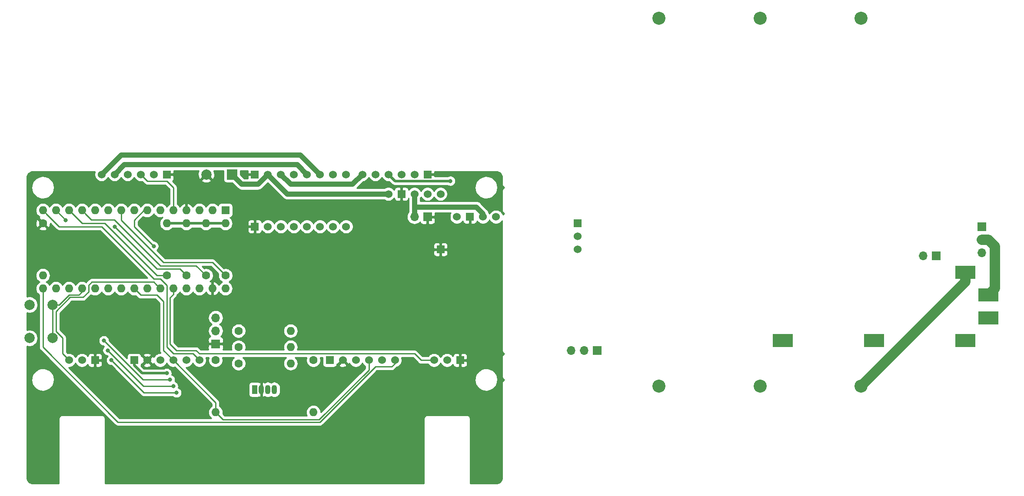
<source format=gbl>
G04 #@! TF.GenerationSoftware,KiCad,Pcbnew,(5.1.0)-1*
G04 #@! TF.CreationDate,2019-05-06T21:49:04+02:00*
G04 #@! TF.ProjectId,bigmax,6269676d-6178-42e6-9b69-6361645f7063,v2*
G04 #@! TF.SameCoordinates,Original*
G04 #@! TF.FileFunction,Copper,L2,Bot*
G04 #@! TF.FilePolarity,Positive*
%FSLAX46Y46*%
G04 Gerber Fmt 4.6, Leading zero omitted, Abs format (unit mm)*
G04 Created by KiCad (PCBNEW (5.1.0)-1) date 2019-05-06 21:49:04*
%MOMM*%
%LPD*%
G04 APERTURE LIST*
%ADD10O,1.600000X1.600000*%
%ADD11R,1.600000X1.600000*%
%ADD12C,2.000000*%
%ADD13R,2.000000X2.000000*%
%ADD14O,1.070000X1.800000*%
%ADD15R,1.070000X1.800000*%
%ADD16C,1.600000*%
%ADD17R,1.524000X1.524000*%
%ADD18C,1.524000*%
%ADD19O,1.700000X1.700000*%
%ADD20R,1.700000X1.700000*%
%ADD21R,4.000000X2.560000*%
%ADD22C,2.540000*%
%ADD23C,0.800000*%
%ADD24C,2.000000*%
%ADD25C,0.250000*%
%ADD26C,1.000000*%
%ADD27C,0.500000*%
%ADD28C,0.254000*%
G04 APERTURE END LIST*
D10*
X52070000Y-101600000D03*
X52070000Y-86360000D03*
X87630000Y-101600000D03*
X54610000Y-86360000D03*
X85090000Y-101600000D03*
X57150000Y-86360000D03*
X82550000Y-101600000D03*
X59690000Y-86360000D03*
X80010000Y-101600000D03*
X62230000Y-86360000D03*
X77470000Y-101600000D03*
X64770000Y-86360000D03*
X74930000Y-101600000D03*
X67310000Y-86360000D03*
X72390000Y-101600000D03*
X69850000Y-86360000D03*
X69850000Y-101600000D03*
X72390000Y-86360000D03*
X67310000Y-101600000D03*
X74930000Y-86360000D03*
X64770000Y-101600000D03*
X77470000Y-86360000D03*
X62230000Y-101600000D03*
X80010000Y-86360000D03*
X59690000Y-101600000D03*
X82550000Y-86360000D03*
X57150000Y-101600000D03*
X85090000Y-86360000D03*
X54610000Y-101600000D03*
D11*
X87630000Y-86360000D03*
D12*
X83900000Y-79375000D03*
D13*
X88900000Y-79375000D03*
D14*
X97155000Y-121285000D03*
X95885000Y-121285000D03*
X94615000Y-121285000D03*
D15*
X93345000Y-121285000D03*
D10*
X100330000Y-116205000D03*
D16*
X90170000Y-116205000D03*
X90170000Y-113030000D03*
D10*
X100330000Y-113030000D03*
D16*
X90170000Y-109855000D03*
D10*
X100330000Y-109855000D03*
X52070000Y-99060000D03*
D16*
X52070000Y-88900000D03*
X85725000Y-115570000D03*
D10*
X85725000Y-125730000D03*
D16*
X76200000Y-99060000D03*
D10*
X76200000Y-88900000D03*
X80010000Y-88900000D03*
D16*
X80010000Y-99060000D03*
X83820000Y-99060000D03*
D10*
X83820000Y-88900000D03*
X87630000Y-88900000D03*
D16*
X87630000Y-99060000D03*
D10*
X104775000Y-125730000D03*
D16*
X104775000Y-115570000D03*
D12*
X53975000Y-111275000D03*
X49475000Y-111275000D03*
X53975000Y-104775000D03*
X49475000Y-104775000D03*
D17*
X76200000Y-79375000D03*
D18*
X73660000Y-79375000D03*
X71120000Y-79375000D03*
X68580000Y-79375000D03*
X66040000Y-79375000D03*
X63500000Y-79375000D03*
X114300000Y-79375000D03*
X116840000Y-79375000D03*
X119380000Y-79375000D03*
X121920000Y-79375000D03*
X124460000Y-79375000D03*
D17*
X127000000Y-79375000D03*
X62230000Y-115570000D03*
D18*
X57150000Y-115570000D03*
X59690000Y-115570000D03*
X130810000Y-115570000D03*
X128270000Y-115570000D03*
D17*
X133350000Y-115570000D03*
D19*
X85725000Y-107315000D03*
X85725000Y-109855000D03*
D20*
X85725000Y-112395000D03*
D19*
X124460000Y-87630000D03*
D20*
X127000000Y-87630000D03*
D18*
X129540000Y-83185000D03*
X127000000Y-83185000D03*
X124460000Y-83185000D03*
D17*
X121920000Y-83185000D03*
D18*
X119380000Y-83185000D03*
D17*
X129540000Y-93980000D03*
D18*
X132715000Y-87630000D03*
D17*
X135255000Y-87630000D03*
D18*
X137795000Y-87630000D03*
X140335000Y-87630000D03*
D17*
X93345000Y-89535000D03*
D18*
X95885000Y-89535000D03*
X98425000Y-89535000D03*
X100965000Y-89535000D03*
X103505000Y-89535000D03*
X106045000Y-89535000D03*
X108585000Y-89535000D03*
X111125000Y-89535000D03*
D17*
X93345000Y-79375000D03*
D18*
X95885000Y-79375000D03*
X98425000Y-79375000D03*
X100965000Y-79375000D03*
X103505000Y-79375000D03*
X106045000Y-79375000D03*
X108585000Y-79375000D03*
X111125000Y-79375000D03*
X82550000Y-115570000D03*
X80010000Y-115570000D03*
X77470000Y-115570000D03*
X74930000Y-115570000D03*
X72390000Y-115570000D03*
D17*
X69850000Y-115570000D03*
X107950000Y-115570000D03*
D18*
X110490000Y-115570000D03*
X113030000Y-115570000D03*
X115570000Y-115570000D03*
X118110000Y-115570000D03*
X120650000Y-115570000D03*
D19*
X154940000Y-113665000D03*
X157480000Y-113665000D03*
D20*
X160020000Y-113665000D03*
D19*
X223520000Y-95250000D03*
D20*
X226060000Y-95250000D03*
D17*
X156210000Y-88900000D03*
D18*
X156210000Y-91440000D03*
X156210000Y-93980000D03*
D19*
X234950000Y-94615000D03*
X234950000Y-92075000D03*
D20*
X234950000Y-89535000D03*
D21*
X236220000Y-107315000D03*
X236220000Y-102870000D03*
X196215000Y-111760000D03*
X213995000Y-111760000D03*
X231775000Y-111760000D03*
X231775000Y-98425000D03*
D22*
X172085000Y-48895000D03*
X191770000Y-48895000D03*
X211455000Y-48895000D03*
X172085000Y-120650000D03*
X211455000Y-120650000D03*
X191770000Y-120650000D03*
D23*
X66040000Y-89535000D03*
X56514992Y-88265000D03*
X110490000Y-107315000D03*
X95250000Y-105410000D03*
X135255000Y-83820000D03*
X111125000Y-95250000D03*
X95885000Y-93345000D03*
X88900000Y-120015000D03*
X59690000Y-108585000D03*
X83820000Y-82550000D03*
X128270000Y-97790000D03*
X125095000Y-106680000D03*
X138430000Y-94615000D03*
X138430000Y-102235000D03*
X138430000Y-110490000D03*
X138430000Y-134620000D03*
X120650000Y-134620000D03*
X109855000Y-132080000D03*
X99060000Y-134620000D03*
X88265000Y-132080000D03*
X78105000Y-135255000D03*
X67945000Y-132080000D03*
X120650000Y-123825000D03*
X51435000Y-133985000D03*
X51435000Y-124460000D03*
X66040000Y-121920000D03*
X75565000Y-125095000D03*
X69850000Y-108585000D03*
X79375000Y-110490000D03*
X82550000Y-104775000D03*
X65405000Y-97155000D03*
X58420000Y-95250000D03*
X52070000Y-93345000D03*
X57785000Y-81915000D03*
X71120000Y-81915000D03*
X102870000Y-111125000D03*
X101600000Y-120015000D03*
X103505000Y-97790000D03*
X119380000Y-97155000D03*
X95885000Y-83820000D03*
X83820000Y-92710000D03*
X130810000Y-121285000D03*
X108585000Y-85090000D03*
X115570000Y-81280000D03*
X119380000Y-88265000D03*
X92075000Y-99695000D03*
X138430000Y-125095000D03*
X65405000Y-115570000D03*
X78105000Y-121920000D03*
X64679990Y-113665000D03*
X77470000Y-120650000D03*
X63954980Y-111760000D03*
X76835000Y-119380000D03*
X76200000Y-118110000D03*
X131445000Y-80645000D03*
X73660000Y-93345001D03*
D24*
X211455000Y-120650000D02*
X231775000Y-100330000D01*
X231775000Y-100330000D02*
X231775000Y-98425000D01*
X236220000Y-92075000D02*
X237484990Y-93339990D01*
X237484990Y-93339990D02*
X237484990Y-101605010D01*
X237484990Y-101605010D02*
X236220000Y-102870000D01*
X234950000Y-92075000D02*
X236220000Y-92075000D01*
D25*
X120650000Y-116205000D02*
X120650000Y-115570000D01*
X52070000Y-101600000D02*
X52070000Y-113030000D01*
X66675000Y-127635000D02*
X106045000Y-127635000D01*
X106045000Y-127635000D02*
X116840000Y-116840000D01*
X116840000Y-116840000D02*
X120015000Y-116840000D01*
X52070000Y-113030000D02*
X66675000Y-127635000D01*
X120015000Y-116840000D02*
X120650000Y-116205000D01*
X52869999Y-87159999D02*
X52070000Y-86360000D01*
X63500000Y-89535000D02*
X55245000Y-89535000D01*
X73660000Y-99695000D02*
X63500000Y-89535000D01*
X81280000Y-114300000D02*
X77470000Y-114300000D01*
X55245000Y-89535000D02*
X52869999Y-87159999D01*
X82550000Y-115570000D02*
X81280000Y-114300000D01*
X77470000Y-114300000D02*
X76200000Y-113030000D01*
X76200000Y-113030000D02*
X76200000Y-100965000D01*
X76200000Y-100965000D02*
X74930000Y-99695000D01*
X74930000Y-99695000D02*
X73660000Y-99695000D01*
X80010000Y-99060000D02*
X78740000Y-97790000D01*
X78740000Y-97790000D02*
X74295000Y-97790000D01*
X66439999Y-89934999D02*
X66040000Y-89535000D01*
X74295000Y-97790000D02*
X66439999Y-89934999D01*
X54610000Y-86360000D02*
X56514992Y-88264992D01*
X56514992Y-88264992D02*
X56514992Y-88265000D01*
X59690000Y-88900000D02*
X57150000Y-86360000D01*
X64135000Y-88900000D02*
X59690000Y-88900000D01*
X76200000Y-99060000D02*
X74295000Y-99060000D01*
X74295000Y-99060000D02*
X64135000Y-88900000D01*
X60489999Y-87159999D02*
X59690000Y-86360000D01*
X61504999Y-88174999D02*
X60489999Y-87159999D01*
X65949999Y-88174999D02*
X61504999Y-88174999D01*
X74930000Y-97155000D02*
X65949999Y-88174999D01*
X83820000Y-99060000D02*
X81915000Y-97155000D01*
X81915000Y-97155000D02*
X74930000Y-97155000D01*
X125730000Y-115570000D02*
X128270000Y-115570000D01*
X82550000Y-114300000D02*
X124460000Y-114300000D01*
X77470000Y-102731370D02*
X76835000Y-103366370D01*
X77470000Y-101600000D02*
X77470000Y-102731370D01*
X124460000Y-114300000D02*
X125730000Y-115570000D01*
X76835000Y-103366370D02*
X76835000Y-112395000D01*
X76835000Y-112395000D02*
X78105000Y-113665000D01*
X78105000Y-113665000D02*
X81915000Y-113665000D01*
X81915000Y-113665000D02*
X82550000Y-114300000D01*
X60960000Y-100965000D02*
X61595000Y-100330000D01*
X61595000Y-100330000D02*
X73660000Y-100330000D01*
X60960000Y-102235000D02*
X60960000Y-100965000D01*
X59874990Y-103320010D02*
X60960000Y-102235000D01*
X55880000Y-114300000D02*
X55880000Y-111218998D01*
X57150000Y-115570000D02*
X55880000Y-114300000D01*
X74130001Y-100800001D02*
X74930000Y-101600000D01*
X73660000Y-100330000D02*
X74130001Y-100800001D01*
X55880000Y-111218998D02*
X54610000Y-109948998D01*
X54610000Y-109948998D02*
X54610000Y-106101002D01*
X54610000Y-106101002D02*
X57390992Y-103320010D01*
X57390992Y-103320010D02*
X59874990Y-103320010D01*
X67310000Y-88265000D02*
X67310000Y-86360000D01*
X75565000Y-96520000D02*
X67310000Y-88265000D01*
X87630000Y-99060000D02*
X85090000Y-96520000D01*
X85090000Y-96520000D02*
X75565000Y-96520000D01*
X85725000Y-124598630D02*
X85725000Y-125730000D01*
X77470000Y-115570000D02*
X85725000Y-123825000D01*
X85725000Y-123825000D02*
X85725000Y-124598630D01*
X115570000Y-116647630D02*
X115570000Y-115570000D01*
X87179989Y-127184989D02*
X105858601Y-127184989D01*
X85725000Y-125730000D02*
X87179989Y-127184989D01*
X105858601Y-127184989D02*
X115570000Y-117473590D01*
X115570000Y-117473590D02*
X115570000Y-116647630D01*
X71120000Y-102870000D02*
X69850000Y-101600000D01*
X74295000Y-102870000D02*
X71120000Y-102870000D01*
X75565000Y-104140000D02*
X74295000Y-102870000D01*
X77470000Y-115570000D02*
X75565000Y-113665000D01*
X75565000Y-113665000D02*
X75565000Y-104140000D01*
X77470000Y-86360000D02*
X77470000Y-81915000D01*
X77470000Y-81915000D02*
X76200000Y-80645000D01*
X76200000Y-80645000D02*
X72390000Y-80645000D01*
X72390000Y-80645000D02*
X71120000Y-79375000D01*
X53975000Y-104775000D02*
X53975000Y-111125000D01*
X57150000Y-102870000D02*
X58420000Y-102870000D01*
X53975000Y-104775000D02*
X55245000Y-104775000D01*
X55245000Y-104775000D02*
X57150000Y-102870000D01*
X58420000Y-102870000D02*
X59055000Y-102870000D01*
X59055000Y-102870000D02*
X59690000Y-102235000D01*
X59690000Y-102235000D02*
X59690000Y-101600000D01*
D26*
X102235000Y-75565000D02*
X106045000Y-79375000D01*
X63500000Y-79375000D02*
X67310000Y-75565000D01*
X67310000Y-75565000D02*
X102235000Y-75565000D01*
X101600000Y-77470000D02*
X103505000Y-79375000D01*
X66040000Y-79375000D02*
X67945000Y-77470000D01*
X67945000Y-77470000D02*
X101600000Y-77470000D01*
X112395000Y-81280000D02*
X114300000Y-79375000D01*
X98425000Y-79375000D02*
X100330000Y-81280000D01*
X100330000Y-81280000D02*
X112395000Y-81280000D01*
X99695000Y-83185000D02*
X95885000Y-79375000D01*
X119380000Y-83185000D02*
X99695000Y-83185000D01*
X90805000Y-81280000D02*
X93980000Y-81280000D01*
X88900000Y-79375000D02*
X90805000Y-81280000D01*
X93980000Y-81280000D02*
X95885000Y-79375000D01*
D25*
X71755000Y-121920000D02*
X77539315Y-121920000D01*
X77539315Y-121920000D02*
X78105000Y-121920000D01*
X65405000Y-115570000D02*
X71755000Y-121920000D01*
X71664990Y-120650000D02*
X76904315Y-120650000D01*
X76904315Y-120650000D02*
X77470000Y-120650000D01*
X64679990Y-113665000D02*
X71664990Y-120650000D01*
X71550998Y-119380000D02*
X76269315Y-119380000D01*
X63954980Y-111783982D02*
X71550998Y-119380000D01*
X76269315Y-119380000D02*
X76835000Y-119380000D01*
D27*
X71378000Y-118110000D02*
X76200000Y-118110000D01*
X69850000Y-115570000D02*
X69850000Y-116582000D01*
X69850000Y-116582000D02*
X71378000Y-118110000D01*
X131445000Y-80645000D02*
X120650000Y-80645000D01*
X120650000Y-80645000D02*
X119380000Y-79375000D01*
X76200000Y-88900000D02*
X87630000Y-88900000D01*
D25*
X73260001Y-92945002D02*
X73660000Y-93345001D01*
X69850000Y-89535001D02*
X73260001Y-92945002D01*
X69850000Y-88265000D02*
X69850000Y-89535001D01*
X72390000Y-86360000D02*
X71755000Y-86360000D01*
X71755000Y-86360000D02*
X69850000Y-88265000D01*
D26*
X124460000Y-83185000D02*
X124460000Y-85725000D01*
X124460000Y-85725000D02*
X124460000Y-87630000D01*
X136525000Y-85725000D02*
X124460000Y-85725000D01*
X137795000Y-87630000D02*
X137795000Y-86995000D01*
X137795000Y-86995000D02*
X136525000Y-85725000D01*
D28*
G36*
X82359296Y-78804571D02*
G01*
X82277616Y-79116108D01*
X82258282Y-79437595D01*
X82302039Y-79756675D01*
X82407205Y-80061088D01*
X82500186Y-80235044D01*
X82764587Y-80330808D01*
X83720395Y-79375000D01*
X83706253Y-79360858D01*
X83885858Y-79181253D01*
X83900000Y-79195395D01*
X83914143Y-79181253D01*
X84093748Y-79360858D01*
X84079605Y-79375000D01*
X85035413Y-80330808D01*
X85299814Y-80235044D01*
X85440704Y-79945429D01*
X85522384Y-79633892D01*
X85541718Y-79312405D01*
X85497961Y-78993325D01*
X85392795Y-78688912D01*
X85347943Y-78605000D01*
X87261928Y-78605000D01*
X87261928Y-80375000D01*
X87274188Y-80499482D01*
X87310498Y-80619180D01*
X87369463Y-80729494D01*
X87448815Y-80826185D01*
X87545506Y-80905537D01*
X87655820Y-80964502D01*
X87775518Y-81000812D01*
X87900000Y-81013072D01*
X88932941Y-81013072D01*
X89963009Y-82043141D01*
X89998551Y-82086449D01*
X90080420Y-82153637D01*
X90171377Y-82228284D01*
X90368553Y-82333676D01*
X90582501Y-82398577D01*
X90805000Y-82420491D01*
X90860752Y-82415000D01*
X93924249Y-82415000D01*
X93980000Y-82420491D01*
X94035751Y-82415000D01*
X94035752Y-82415000D01*
X94202499Y-82398577D01*
X94416447Y-82333676D01*
X94613623Y-82228284D01*
X94786449Y-82086449D01*
X94821996Y-82043135D01*
X95885000Y-80980132D01*
X98853013Y-83948146D01*
X98888551Y-83991449D01*
X98931854Y-84026987D01*
X98931856Y-84026989D01*
X99061377Y-84133284D01*
X99258553Y-84238676D01*
X99472501Y-84303577D01*
X99695000Y-84325491D01*
X99750752Y-84320000D01*
X118564116Y-84320000D01*
X118718273Y-84423005D01*
X118972510Y-84528314D01*
X119242408Y-84582000D01*
X119517592Y-84582000D01*
X119787490Y-84528314D01*
X120041727Y-84423005D01*
X120270535Y-84270120D01*
X120465120Y-84075535D01*
X120523920Y-83987535D01*
X120532188Y-84071482D01*
X120568498Y-84191180D01*
X120627463Y-84301494D01*
X120706815Y-84398185D01*
X120803506Y-84477537D01*
X120913820Y-84536502D01*
X121033518Y-84572812D01*
X121158000Y-84585072D01*
X121634250Y-84582000D01*
X121793000Y-84423250D01*
X121793000Y-83312000D01*
X121773000Y-83312000D01*
X121773000Y-83058000D01*
X121793000Y-83058000D01*
X121793000Y-81946750D01*
X121634250Y-81788000D01*
X121158000Y-81784928D01*
X121033518Y-81797188D01*
X120913820Y-81833498D01*
X120803506Y-81892463D01*
X120706815Y-81971815D01*
X120627463Y-82068506D01*
X120568498Y-82178820D01*
X120532188Y-82298518D01*
X120523920Y-82382465D01*
X120465120Y-82294465D01*
X120270535Y-82099880D01*
X120041727Y-81946995D01*
X119787490Y-81841686D01*
X119517592Y-81788000D01*
X119242408Y-81788000D01*
X118972510Y-81841686D01*
X118718273Y-81946995D01*
X118564116Y-82050000D01*
X113231362Y-82050000D01*
X113236996Y-82043135D01*
X114525647Y-80754485D01*
X114707490Y-80718314D01*
X114961727Y-80613005D01*
X115190535Y-80460120D01*
X115385120Y-80265535D01*
X115538005Y-80036727D01*
X115570000Y-79959485D01*
X115601995Y-80036727D01*
X115754880Y-80265535D01*
X115949465Y-80460120D01*
X116178273Y-80613005D01*
X116432510Y-80718314D01*
X116702408Y-80772000D01*
X116977592Y-80772000D01*
X117247490Y-80718314D01*
X117501727Y-80613005D01*
X117730535Y-80460120D01*
X117925120Y-80265535D01*
X118078005Y-80036727D01*
X118110000Y-79959485D01*
X118141995Y-80036727D01*
X118294880Y-80265535D01*
X118489465Y-80460120D01*
X118718273Y-80613005D01*
X118972510Y-80718314D01*
X119242408Y-80772000D01*
X119517592Y-80772000D01*
X119524122Y-80770701D01*
X119993470Y-81240049D01*
X120021183Y-81273817D01*
X120054951Y-81301530D01*
X120054953Y-81301532D01*
X120071214Y-81314877D01*
X120155941Y-81384411D01*
X120309687Y-81466589D01*
X120476510Y-81517195D01*
X120606523Y-81530000D01*
X120606533Y-81530000D01*
X120649999Y-81534281D01*
X120693465Y-81530000D01*
X130906546Y-81530000D01*
X130954744Y-81562205D01*
X131143102Y-81640226D01*
X131343061Y-81680000D01*
X131546939Y-81680000D01*
X131746898Y-81640226D01*
X131935256Y-81562205D01*
X132104774Y-81448937D01*
X132248937Y-81304774D01*
X132362205Y-81135256D01*
X132440226Y-80946898D01*
X132480000Y-80746939D01*
X132480000Y-80543061D01*
X132440226Y-80343102D01*
X132362205Y-80154744D01*
X132248937Y-79985226D01*
X132104774Y-79841063D01*
X131935256Y-79727795D01*
X131746898Y-79649774D01*
X131546939Y-79610000D01*
X131343061Y-79610000D01*
X131143102Y-79649774D01*
X130954744Y-79727795D01*
X130906546Y-79760000D01*
X128397640Y-79760000D01*
X128397000Y-79660750D01*
X128238250Y-79502000D01*
X127127000Y-79502000D01*
X127127000Y-79522000D01*
X126873000Y-79522000D01*
X126873000Y-79502000D01*
X126853000Y-79502000D01*
X126853000Y-79248000D01*
X126873000Y-79248000D01*
X126873000Y-79228000D01*
X127127000Y-79228000D01*
X127127000Y-79248000D01*
X128238250Y-79248000D01*
X128397000Y-79089250D01*
X128398769Y-78815000D01*
X140300272Y-78815000D01*
X140566446Y-78841098D01*
X140789081Y-78908315D01*
X140994419Y-79017495D01*
X141174639Y-79164479D01*
X141322877Y-79343668D01*
X141433489Y-79548240D01*
X141502258Y-79770397D01*
X141530000Y-80034344D01*
X141530001Y-81245113D01*
X141526565Y-81280000D01*
X141540273Y-81419184D01*
X141580872Y-81553020D01*
X141646800Y-81676363D01*
X141735525Y-81784475D01*
X141843637Y-81873200D01*
X141921840Y-81915000D01*
X141843637Y-81956800D01*
X141735525Y-82045525D01*
X141646800Y-82153637D01*
X141580872Y-82276980D01*
X141540273Y-82410816D01*
X141526565Y-82550000D01*
X141530000Y-82584877D01*
X141530001Y-86325113D01*
X141526565Y-86360000D01*
X141540273Y-86499184D01*
X141580872Y-86633020D01*
X141646800Y-86756363D01*
X141735525Y-86864475D01*
X141843637Y-86953200D01*
X141921840Y-86995000D01*
X141843637Y-87036800D01*
X141735525Y-87125525D01*
X141670806Y-87204385D01*
X141573005Y-86968273D01*
X141420120Y-86739465D01*
X141225535Y-86544880D01*
X140996727Y-86391995D01*
X140742490Y-86286686D01*
X140472592Y-86233000D01*
X140197408Y-86233000D01*
X139927510Y-86286686D01*
X139673273Y-86391995D01*
X139444465Y-86544880D01*
X139249880Y-86739465D01*
X139096995Y-86968273D01*
X139065000Y-87045515D01*
X139033005Y-86968273D01*
X138915545Y-86792482D01*
X138914737Y-86784275D01*
X138913577Y-86772500D01*
X138877098Y-86652247D01*
X138848676Y-86558553D01*
X138743284Y-86361377D01*
X138601449Y-86188551D01*
X138558140Y-86153008D01*
X137366996Y-84961865D01*
X137331449Y-84918551D01*
X137158623Y-84776716D01*
X136961447Y-84671324D01*
X136747499Y-84606423D01*
X136580752Y-84590000D01*
X136580751Y-84590000D01*
X136525000Y-84584509D01*
X136469249Y-84590000D01*
X125595000Y-84590000D01*
X125595000Y-84000884D01*
X125698005Y-83846727D01*
X125730000Y-83769485D01*
X125761995Y-83846727D01*
X125914880Y-84075535D01*
X126109465Y-84270120D01*
X126338273Y-84423005D01*
X126592510Y-84528314D01*
X126862408Y-84582000D01*
X127137592Y-84582000D01*
X127407490Y-84528314D01*
X127661727Y-84423005D01*
X127890535Y-84270120D01*
X128085120Y-84075535D01*
X128238005Y-83846727D01*
X128270000Y-83769485D01*
X128301995Y-83846727D01*
X128454880Y-84075535D01*
X128649465Y-84270120D01*
X128878273Y-84423005D01*
X129132510Y-84528314D01*
X129402408Y-84582000D01*
X129677592Y-84582000D01*
X129947490Y-84528314D01*
X130201727Y-84423005D01*
X130430535Y-84270120D01*
X130625120Y-84075535D01*
X130778005Y-83846727D01*
X130883314Y-83592490D01*
X130937000Y-83322592D01*
X130937000Y-83047408D01*
X130883314Y-82777510D01*
X130778005Y-82523273D01*
X130625120Y-82294465D01*
X130430535Y-82099880D01*
X130201727Y-81946995D01*
X130199654Y-81946136D01*
X136200217Y-81946136D01*
X136248731Y-82378643D01*
X136380328Y-82793490D01*
X136589997Y-83174876D01*
X136869751Y-83508274D01*
X137208934Y-83780984D01*
X137594627Y-83982620D01*
X138012140Y-84105501D01*
X138445568Y-84144946D01*
X138878404Y-84099453D01*
X139294160Y-83970755D01*
X139677000Y-83763754D01*
X140012343Y-83486334D01*
X140287414Y-83149063D01*
X140491738Y-82764787D01*
X140617530Y-82348143D01*
X140660000Y-81915000D01*
X140659131Y-81852735D01*
X140604583Y-81420947D01*
X140467206Y-81007977D01*
X140252233Y-80629556D01*
X139967852Y-80300097D01*
X139624894Y-80032149D01*
X139236423Y-79835918D01*
X138817235Y-79718879D01*
X138383298Y-79685489D01*
X137951140Y-79737021D01*
X137537222Y-79871511D01*
X137157309Y-80083837D01*
X136825872Y-80365912D01*
X136555536Y-80706991D01*
X136356598Y-81094082D01*
X136236636Y-81512442D01*
X136200217Y-81946136D01*
X130199654Y-81946136D01*
X129947490Y-81841686D01*
X129677592Y-81788000D01*
X129402408Y-81788000D01*
X129132510Y-81841686D01*
X128878273Y-81946995D01*
X128649465Y-82099880D01*
X128454880Y-82294465D01*
X128301995Y-82523273D01*
X128270000Y-82600515D01*
X128238005Y-82523273D01*
X128085120Y-82294465D01*
X127890535Y-82099880D01*
X127661727Y-81946995D01*
X127407490Y-81841686D01*
X127137592Y-81788000D01*
X126862408Y-81788000D01*
X126592510Y-81841686D01*
X126338273Y-81946995D01*
X126109465Y-82099880D01*
X125914880Y-82294465D01*
X125761995Y-82523273D01*
X125730000Y-82600515D01*
X125698005Y-82523273D01*
X125545120Y-82294465D01*
X125350535Y-82099880D01*
X125121727Y-81946995D01*
X124867490Y-81841686D01*
X124597592Y-81788000D01*
X124322408Y-81788000D01*
X124052510Y-81841686D01*
X123798273Y-81946995D01*
X123569465Y-82099880D01*
X123374880Y-82294465D01*
X123316080Y-82382465D01*
X123307812Y-82298518D01*
X123271502Y-82178820D01*
X123212537Y-82068506D01*
X123133185Y-81971815D01*
X123036494Y-81892463D01*
X122926180Y-81833498D01*
X122806482Y-81797188D01*
X122682000Y-81784928D01*
X122205750Y-81788000D01*
X122047000Y-81946750D01*
X122047000Y-83058000D01*
X122067000Y-83058000D01*
X122067000Y-83312000D01*
X122047000Y-83312000D01*
X122047000Y-84423250D01*
X122205750Y-84582000D01*
X122682000Y-84585072D01*
X122806482Y-84572812D01*
X122926180Y-84536502D01*
X123036494Y-84477537D01*
X123133185Y-84398185D01*
X123212537Y-84301494D01*
X123271502Y-84191180D01*
X123307812Y-84071482D01*
X123316080Y-83987535D01*
X123325000Y-84000885D01*
X123325001Y-85669239D01*
X123319509Y-85725000D01*
X123325000Y-85780752D01*
X123325000Y-86672182D01*
X123219294Y-86800986D01*
X123081401Y-87058966D01*
X122996487Y-87338889D01*
X122967815Y-87630000D01*
X122996487Y-87921111D01*
X123081401Y-88201034D01*
X123219294Y-88459014D01*
X123404866Y-88685134D01*
X123630986Y-88870706D01*
X123888966Y-89008599D01*
X124168889Y-89093513D01*
X124387050Y-89115000D01*
X124532950Y-89115000D01*
X124751111Y-89093513D01*
X125031034Y-89008599D01*
X125289014Y-88870706D01*
X125515134Y-88685134D01*
X125539607Y-88655313D01*
X125560498Y-88724180D01*
X125619463Y-88834494D01*
X125698815Y-88931185D01*
X125795506Y-89010537D01*
X125905820Y-89069502D01*
X126025518Y-89105812D01*
X126150000Y-89118072D01*
X126714250Y-89115000D01*
X126873000Y-88956250D01*
X126873000Y-87757000D01*
X127127000Y-87757000D01*
X127127000Y-88956250D01*
X127285750Y-89115000D01*
X127850000Y-89118072D01*
X127974482Y-89105812D01*
X128094180Y-89069502D01*
X128204494Y-89010537D01*
X128301185Y-88931185D01*
X128380537Y-88834494D01*
X128439502Y-88724180D01*
X128475812Y-88604482D01*
X128488072Y-88480000D01*
X128485000Y-87915750D01*
X128326250Y-87757000D01*
X127127000Y-87757000D01*
X126873000Y-87757000D01*
X126853000Y-87757000D01*
X126853000Y-87503000D01*
X126873000Y-87503000D01*
X126873000Y-87483000D01*
X127127000Y-87483000D01*
X127127000Y-87503000D01*
X128326250Y-87503000D01*
X128485000Y-87344250D01*
X128487636Y-86860000D01*
X131549341Y-86860000D01*
X131476995Y-86968273D01*
X131371686Y-87222510D01*
X131318000Y-87492408D01*
X131318000Y-87767592D01*
X131371686Y-88037490D01*
X131476995Y-88291727D01*
X131629880Y-88520535D01*
X131824465Y-88715120D01*
X132053273Y-88868005D01*
X132307510Y-88973314D01*
X132577408Y-89027000D01*
X132852592Y-89027000D01*
X133122490Y-88973314D01*
X133376727Y-88868005D01*
X133605535Y-88715120D01*
X133800120Y-88520535D01*
X133858920Y-88432535D01*
X133867188Y-88516482D01*
X133903498Y-88636180D01*
X133962463Y-88746494D01*
X134041815Y-88843185D01*
X134138506Y-88922537D01*
X134248820Y-88981502D01*
X134368518Y-89017812D01*
X134493000Y-89030072D01*
X134969250Y-89027000D01*
X135128000Y-88868250D01*
X135128000Y-87757000D01*
X135108000Y-87757000D01*
X135108000Y-87503000D01*
X135128000Y-87503000D01*
X135128000Y-87483000D01*
X135382000Y-87483000D01*
X135382000Y-87503000D01*
X135402000Y-87503000D01*
X135402000Y-87757000D01*
X135382000Y-87757000D01*
X135382000Y-88868250D01*
X135540750Y-89027000D01*
X136017000Y-89030072D01*
X136141482Y-89017812D01*
X136261180Y-88981502D01*
X136371494Y-88922537D01*
X136468185Y-88843185D01*
X136547537Y-88746494D01*
X136606502Y-88636180D01*
X136642812Y-88516482D01*
X136651080Y-88432535D01*
X136709880Y-88520535D01*
X136904465Y-88715120D01*
X137133273Y-88868005D01*
X137387510Y-88973314D01*
X137657408Y-89027000D01*
X137932592Y-89027000D01*
X138202490Y-88973314D01*
X138456727Y-88868005D01*
X138685535Y-88715120D01*
X138880120Y-88520535D01*
X139033005Y-88291727D01*
X139065000Y-88214485D01*
X139096995Y-88291727D01*
X139249880Y-88520535D01*
X139444465Y-88715120D01*
X139673273Y-88868005D01*
X139927510Y-88973314D01*
X140197408Y-89027000D01*
X140472592Y-89027000D01*
X140742490Y-88973314D01*
X140996727Y-88868005D01*
X141225535Y-88715120D01*
X141420120Y-88520535D01*
X141530000Y-88356088D01*
X141530001Y-113630113D01*
X141526565Y-113665000D01*
X141540273Y-113804184D01*
X141580872Y-113938020D01*
X141646800Y-114061363D01*
X141735525Y-114169475D01*
X141843637Y-114258200D01*
X141921840Y-114300000D01*
X141843637Y-114341800D01*
X141735525Y-114430525D01*
X141646800Y-114538637D01*
X141580872Y-114661980D01*
X141540273Y-114795816D01*
X141526565Y-114935000D01*
X141530000Y-114969877D01*
X141530001Y-118710113D01*
X141526565Y-118745000D01*
X141540273Y-118884184D01*
X141580872Y-119018020D01*
X141646800Y-119141363D01*
X141735525Y-119249475D01*
X141843637Y-119338200D01*
X141921840Y-119380000D01*
X141843637Y-119421800D01*
X141735525Y-119510525D01*
X141646800Y-119618637D01*
X141580872Y-119741980D01*
X141540273Y-119875816D01*
X141526565Y-120015000D01*
X141530001Y-120049887D01*
X141530000Y-138395271D01*
X141503901Y-138661449D01*
X141436684Y-138884084D01*
X141327506Y-139089417D01*
X141180522Y-139269637D01*
X141001333Y-139417876D01*
X140796761Y-139528488D01*
X140574606Y-139597257D01*
X140310655Y-139625000D01*
X135330000Y-139625000D01*
X135330000Y-127034877D01*
X135333435Y-127000000D01*
X135319727Y-126860816D01*
X135279128Y-126726980D01*
X135213200Y-126603637D01*
X135124475Y-126495525D01*
X135016363Y-126406800D01*
X134893020Y-126340872D01*
X134759184Y-126300273D01*
X134654877Y-126290000D01*
X134620000Y-126286565D01*
X134585123Y-126290000D01*
X127034877Y-126290000D01*
X127000000Y-126286565D01*
X126965123Y-126290000D01*
X126860816Y-126300273D01*
X126726980Y-126340872D01*
X126603637Y-126406800D01*
X126495525Y-126495525D01*
X126406800Y-126603637D01*
X126340872Y-126726980D01*
X126300273Y-126860816D01*
X126286565Y-127000000D01*
X126290000Y-127034877D01*
X126290001Y-139625000D01*
X64210000Y-139625000D01*
X64210000Y-127034877D01*
X64213435Y-127000000D01*
X64199727Y-126860816D01*
X64159128Y-126726980D01*
X64093200Y-126603637D01*
X64004475Y-126495525D01*
X63896363Y-126406800D01*
X63773020Y-126340872D01*
X63639184Y-126300273D01*
X63534877Y-126290000D01*
X63500000Y-126286565D01*
X63465123Y-126290000D01*
X55914877Y-126290000D01*
X55880000Y-126286565D01*
X55845123Y-126290000D01*
X55740816Y-126300273D01*
X55606980Y-126340872D01*
X55483637Y-126406800D01*
X55375525Y-126495525D01*
X55286800Y-126603637D01*
X55220872Y-126726980D01*
X55180273Y-126860816D01*
X55166565Y-127000000D01*
X55170001Y-127034887D01*
X55170000Y-139625000D01*
X50199729Y-139625000D01*
X49933551Y-139598901D01*
X49710916Y-139531684D01*
X49505583Y-139422506D01*
X49325363Y-139275522D01*
X49177124Y-139096333D01*
X49066512Y-138891761D01*
X48997743Y-138669606D01*
X48970000Y-138405655D01*
X48970000Y-119411136D01*
X49840217Y-119411136D01*
X49888731Y-119843643D01*
X50020328Y-120258490D01*
X50229997Y-120639876D01*
X50509751Y-120973274D01*
X50848934Y-121245984D01*
X51234627Y-121447620D01*
X51652140Y-121570501D01*
X52085568Y-121609946D01*
X52518404Y-121564453D01*
X52934160Y-121435755D01*
X53317000Y-121228754D01*
X53652343Y-120951334D01*
X53927414Y-120614063D01*
X54131738Y-120229787D01*
X54257530Y-119813143D01*
X54300000Y-119380000D01*
X54299131Y-119317735D01*
X54244583Y-118885947D01*
X54107206Y-118472977D01*
X53892233Y-118094556D01*
X53607852Y-117765097D01*
X53264894Y-117497149D01*
X52876423Y-117300918D01*
X52457235Y-117183879D01*
X52023298Y-117150489D01*
X51591140Y-117202021D01*
X51177222Y-117336511D01*
X50797309Y-117548837D01*
X50465872Y-117830912D01*
X50195536Y-118171991D01*
X49996598Y-118559082D01*
X49876636Y-118977442D01*
X49840217Y-119411136D01*
X48970000Y-119411136D01*
X48970000Y-112835534D01*
X48998088Y-112847168D01*
X49313967Y-112910000D01*
X49636033Y-112910000D01*
X49951912Y-112847168D01*
X50249463Y-112723918D01*
X50517252Y-112544987D01*
X50744987Y-112317252D01*
X50923918Y-112049463D01*
X51047168Y-111751912D01*
X51110000Y-111436033D01*
X51110000Y-111113967D01*
X51047168Y-110798088D01*
X50923918Y-110500537D01*
X50744987Y-110232748D01*
X50517252Y-110005013D01*
X50249463Y-109826082D01*
X49951912Y-109702832D01*
X49636033Y-109640000D01*
X49313967Y-109640000D01*
X48998088Y-109702832D01*
X48970000Y-109714466D01*
X48970000Y-106335534D01*
X48998088Y-106347168D01*
X49313967Y-106410000D01*
X49636033Y-106410000D01*
X49951912Y-106347168D01*
X50249463Y-106223918D01*
X50517252Y-106044987D01*
X50744987Y-105817252D01*
X50923918Y-105549463D01*
X51047168Y-105251912D01*
X51110000Y-104936033D01*
X51110000Y-104613967D01*
X51047168Y-104298088D01*
X50923918Y-104000537D01*
X50744987Y-103732748D01*
X50517252Y-103505013D01*
X50249463Y-103326082D01*
X49951912Y-103202832D01*
X49636033Y-103140000D01*
X49313967Y-103140000D01*
X48998088Y-103202832D01*
X48970000Y-103214466D01*
X48970000Y-89892702D01*
X51256903Y-89892702D01*
X51328486Y-90136671D01*
X51583996Y-90257571D01*
X51858184Y-90326300D01*
X52140512Y-90340217D01*
X52420130Y-90298787D01*
X52686292Y-90203603D01*
X52811514Y-90136671D01*
X52883097Y-89892702D01*
X52070000Y-89079605D01*
X51256903Y-89892702D01*
X48970000Y-89892702D01*
X48970000Y-88970512D01*
X50629783Y-88970512D01*
X50671213Y-89250130D01*
X50766397Y-89516292D01*
X50833329Y-89641514D01*
X51077298Y-89713097D01*
X51890395Y-88900000D01*
X51077298Y-88086903D01*
X50833329Y-88158486D01*
X50712429Y-88413996D01*
X50643700Y-88688184D01*
X50629783Y-88970512D01*
X48970000Y-88970512D01*
X48970000Y-81946136D01*
X49840217Y-81946136D01*
X49888731Y-82378643D01*
X50020328Y-82793490D01*
X50229997Y-83174876D01*
X50509751Y-83508274D01*
X50848934Y-83780984D01*
X51234627Y-83982620D01*
X51652140Y-84105501D01*
X52085568Y-84144946D01*
X52518404Y-84099453D01*
X52934160Y-83970755D01*
X53317000Y-83763754D01*
X53652343Y-83486334D01*
X53927414Y-83149063D01*
X54131738Y-82764787D01*
X54257530Y-82348143D01*
X54300000Y-81915000D01*
X54299131Y-81852735D01*
X54244583Y-81420947D01*
X54107206Y-81007977D01*
X53892233Y-80629556D01*
X53607852Y-80300097D01*
X53264894Y-80032149D01*
X52876423Y-79835918D01*
X52457235Y-79718879D01*
X52023298Y-79685489D01*
X51591140Y-79737021D01*
X51177222Y-79871511D01*
X50797309Y-80083837D01*
X50465872Y-80365912D01*
X50195536Y-80706991D01*
X49996598Y-81094082D01*
X49876636Y-81512442D01*
X49840217Y-81946136D01*
X48970000Y-81946136D01*
X48970000Y-80044728D01*
X48996098Y-79778554D01*
X49063315Y-79555919D01*
X49172495Y-79350581D01*
X49319479Y-79170361D01*
X49498668Y-79022123D01*
X49703240Y-78911511D01*
X49925397Y-78842742D01*
X50189344Y-78815000D01*
X62195123Y-78815000D01*
X62218889Y-78817341D01*
X62156686Y-78967510D01*
X62103000Y-79237408D01*
X62103000Y-79512592D01*
X62156686Y-79782490D01*
X62261995Y-80036727D01*
X62414880Y-80265535D01*
X62609465Y-80460120D01*
X62838273Y-80613005D01*
X63092510Y-80718314D01*
X63362408Y-80772000D01*
X63637592Y-80772000D01*
X63907490Y-80718314D01*
X64161727Y-80613005D01*
X64390535Y-80460120D01*
X64585120Y-80265535D01*
X64738005Y-80036727D01*
X64770000Y-79959485D01*
X64801995Y-80036727D01*
X64954880Y-80265535D01*
X65149465Y-80460120D01*
X65378273Y-80613005D01*
X65632510Y-80718314D01*
X65902408Y-80772000D01*
X66177592Y-80772000D01*
X66447490Y-80718314D01*
X66701727Y-80613005D01*
X66930535Y-80460120D01*
X67125120Y-80265535D01*
X67278005Y-80036727D01*
X67310000Y-79959485D01*
X67341995Y-80036727D01*
X67494880Y-80265535D01*
X67689465Y-80460120D01*
X67918273Y-80613005D01*
X68172510Y-80718314D01*
X68442408Y-80772000D01*
X68717592Y-80772000D01*
X68987490Y-80718314D01*
X69241727Y-80613005D01*
X69470535Y-80460120D01*
X69665120Y-80265535D01*
X69818005Y-80036727D01*
X69850000Y-79959485D01*
X69881995Y-80036727D01*
X70034880Y-80265535D01*
X70229465Y-80460120D01*
X70458273Y-80613005D01*
X70712510Y-80718314D01*
X70982408Y-80772000D01*
X71257592Y-80772000D01*
X71411570Y-80741372D01*
X71826200Y-81156002D01*
X71849999Y-81185001D01*
X71965724Y-81279974D01*
X72097753Y-81350546D01*
X72241014Y-81394003D01*
X72352667Y-81405000D01*
X72352676Y-81405000D01*
X72389999Y-81408676D01*
X72427322Y-81405000D01*
X75885199Y-81405000D01*
X76710001Y-82229803D01*
X76710000Y-85139099D01*
X76668899Y-85161068D01*
X76450392Y-85340392D01*
X76271068Y-85558899D01*
X76200000Y-85691858D01*
X76128932Y-85558899D01*
X75949608Y-85340392D01*
X75731101Y-85161068D01*
X75481808Y-85027818D01*
X75211309Y-84945764D01*
X75000492Y-84925000D01*
X74859508Y-84925000D01*
X74648691Y-84945764D01*
X74378192Y-85027818D01*
X74128899Y-85161068D01*
X73910392Y-85340392D01*
X73731068Y-85558899D01*
X73660000Y-85691858D01*
X73588932Y-85558899D01*
X73409608Y-85340392D01*
X73191101Y-85161068D01*
X72941808Y-85027818D01*
X72671309Y-84945764D01*
X72460492Y-84925000D01*
X72319508Y-84925000D01*
X72108691Y-84945764D01*
X71838192Y-85027818D01*
X71588899Y-85161068D01*
X71370392Y-85340392D01*
X71191068Y-85558899D01*
X71120000Y-85691858D01*
X71048932Y-85558899D01*
X70869608Y-85340392D01*
X70651101Y-85161068D01*
X70401808Y-85027818D01*
X70131309Y-84945764D01*
X69920492Y-84925000D01*
X69779508Y-84925000D01*
X69568691Y-84945764D01*
X69298192Y-85027818D01*
X69048899Y-85161068D01*
X68830392Y-85340392D01*
X68651068Y-85558899D01*
X68580000Y-85691858D01*
X68508932Y-85558899D01*
X68329608Y-85340392D01*
X68111101Y-85161068D01*
X67861808Y-85027818D01*
X67591309Y-84945764D01*
X67380492Y-84925000D01*
X67239508Y-84925000D01*
X67028691Y-84945764D01*
X66758192Y-85027818D01*
X66508899Y-85161068D01*
X66290392Y-85340392D01*
X66111068Y-85558899D01*
X66040000Y-85691858D01*
X65968932Y-85558899D01*
X65789608Y-85340392D01*
X65571101Y-85161068D01*
X65321808Y-85027818D01*
X65051309Y-84945764D01*
X64840492Y-84925000D01*
X64699508Y-84925000D01*
X64488691Y-84945764D01*
X64218192Y-85027818D01*
X63968899Y-85161068D01*
X63750392Y-85340392D01*
X63571068Y-85558899D01*
X63500000Y-85691858D01*
X63428932Y-85558899D01*
X63249608Y-85340392D01*
X63031101Y-85161068D01*
X62781808Y-85027818D01*
X62511309Y-84945764D01*
X62300492Y-84925000D01*
X62159508Y-84925000D01*
X61948691Y-84945764D01*
X61678192Y-85027818D01*
X61428899Y-85161068D01*
X61210392Y-85340392D01*
X61031068Y-85558899D01*
X60960000Y-85691858D01*
X60888932Y-85558899D01*
X60709608Y-85340392D01*
X60491101Y-85161068D01*
X60241808Y-85027818D01*
X59971309Y-84945764D01*
X59760492Y-84925000D01*
X59619508Y-84925000D01*
X59408691Y-84945764D01*
X59138192Y-85027818D01*
X58888899Y-85161068D01*
X58670392Y-85340392D01*
X58491068Y-85558899D01*
X58420000Y-85691858D01*
X58348932Y-85558899D01*
X58169608Y-85340392D01*
X57951101Y-85161068D01*
X57701808Y-85027818D01*
X57431309Y-84945764D01*
X57220492Y-84925000D01*
X57079508Y-84925000D01*
X56868691Y-84945764D01*
X56598192Y-85027818D01*
X56348899Y-85161068D01*
X56130392Y-85340392D01*
X55951068Y-85558899D01*
X55880000Y-85691858D01*
X55808932Y-85558899D01*
X55629608Y-85340392D01*
X55411101Y-85161068D01*
X55161808Y-85027818D01*
X54891309Y-84945764D01*
X54680492Y-84925000D01*
X54539508Y-84925000D01*
X54328691Y-84945764D01*
X54058192Y-85027818D01*
X53808899Y-85161068D01*
X53590392Y-85340392D01*
X53411068Y-85558899D01*
X53340000Y-85691858D01*
X53268932Y-85558899D01*
X53089608Y-85340392D01*
X52871101Y-85161068D01*
X52621808Y-85027818D01*
X52351309Y-84945764D01*
X52140492Y-84925000D01*
X51999508Y-84925000D01*
X51788691Y-84945764D01*
X51518192Y-85027818D01*
X51268899Y-85161068D01*
X51050392Y-85340392D01*
X50871068Y-85558899D01*
X50737818Y-85808192D01*
X50655764Y-86078691D01*
X50628057Y-86360000D01*
X50655764Y-86641309D01*
X50737818Y-86911808D01*
X50871068Y-87161101D01*
X51050392Y-87379608D01*
X51268899Y-87558932D01*
X51396349Y-87627056D01*
X51328486Y-87663329D01*
X51256903Y-87907298D01*
X52070000Y-88720395D01*
X52084143Y-88706253D01*
X52263748Y-88885858D01*
X52249605Y-88900000D01*
X53062702Y-89713097D01*
X53306671Y-89641514D01*
X53427571Y-89386004D01*
X53496300Y-89111816D01*
X53508078Y-88872880D01*
X54681200Y-90046002D01*
X54704999Y-90075001D01*
X54733997Y-90098799D01*
X54820724Y-90169974D01*
X54952753Y-90240546D01*
X55096014Y-90284003D01*
X55245000Y-90298677D01*
X55282333Y-90295000D01*
X63185199Y-90295000D01*
X72460198Y-99570000D01*
X61632333Y-99570000D01*
X61595000Y-99566323D01*
X61557667Y-99570000D01*
X61446014Y-99580997D01*
X61302753Y-99624454D01*
X61170724Y-99695026D01*
X61054999Y-99789999D01*
X61031200Y-99818998D01*
X60463750Y-100386449D01*
X60241808Y-100267818D01*
X59971309Y-100185764D01*
X59760492Y-100165000D01*
X59619508Y-100165000D01*
X59408691Y-100185764D01*
X59138192Y-100267818D01*
X58888899Y-100401068D01*
X58670392Y-100580392D01*
X58491068Y-100798899D01*
X58420000Y-100931858D01*
X58348932Y-100798899D01*
X58169608Y-100580392D01*
X57951101Y-100401068D01*
X57701808Y-100267818D01*
X57431309Y-100185764D01*
X57220492Y-100165000D01*
X57079508Y-100165000D01*
X56868691Y-100185764D01*
X56598192Y-100267818D01*
X56348899Y-100401068D01*
X56130392Y-100580392D01*
X55951068Y-100798899D01*
X55880000Y-100931858D01*
X55808932Y-100798899D01*
X55629608Y-100580392D01*
X55411101Y-100401068D01*
X55161808Y-100267818D01*
X54891309Y-100185764D01*
X54680492Y-100165000D01*
X54539508Y-100165000D01*
X54328691Y-100185764D01*
X54058192Y-100267818D01*
X53808899Y-100401068D01*
X53590392Y-100580392D01*
X53411068Y-100798899D01*
X53340000Y-100931858D01*
X53268932Y-100798899D01*
X53089608Y-100580392D01*
X52871101Y-100401068D01*
X52738142Y-100330000D01*
X52871101Y-100258932D01*
X53089608Y-100079608D01*
X53268932Y-99861101D01*
X53402182Y-99611808D01*
X53484236Y-99341309D01*
X53511943Y-99060000D01*
X53484236Y-98778691D01*
X53402182Y-98508192D01*
X53268932Y-98258899D01*
X53089608Y-98040392D01*
X52871101Y-97861068D01*
X52621808Y-97727818D01*
X52351309Y-97645764D01*
X52140492Y-97625000D01*
X51999508Y-97625000D01*
X51788691Y-97645764D01*
X51518192Y-97727818D01*
X51268899Y-97861068D01*
X51050392Y-98040392D01*
X50871068Y-98258899D01*
X50737818Y-98508192D01*
X50655764Y-98778691D01*
X50628057Y-99060000D01*
X50655764Y-99341309D01*
X50737818Y-99611808D01*
X50871068Y-99861101D01*
X51050392Y-100079608D01*
X51268899Y-100258932D01*
X51401858Y-100330000D01*
X51268899Y-100401068D01*
X51050392Y-100580392D01*
X50871068Y-100798899D01*
X50737818Y-101048192D01*
X50655764Y-101318691D01*
X50628057Y-101600000D01*
X50655764Y-101881309D01*
X50737818Y-102151808D01*
X50871068Y-102401101D01*
X51050392Y-102619608D01*
X51268899Y-102798932D01*
X51310000Y-102820901D01*
X51310001Y-112992668D01*
X51306324Y-113030000D01*
X51310001Y-113067332D01*
X51310001Y-113067333D01*
X51320245Y-113171335D01*
X51320998Y-113178985D01*
X51364454Y-113322246D01*
X51435026Y-113454276D01*
X51493738Y-113525816D01*
X51530000Y-113570001D01*
X51558998Y-113593799D01*
X66111201Y-128146003D01*
X66134999Y-128175001D01*
X66163997Y-128198799D01*
X66250723Y-128269974D01*
X66382753Y-128340546D01*
X66526014Y-128384003D01*
X66637667Y-128395000D01*
X66637676Y-128395000D01*
X66674999Y-128398676D01*
X66712322Y-128395000D01*
X106007678Y-128395000D01*
X106045000Y-128398676D01*
X106082322Y-128395000D01*
X106082333Y-128395000D01*
X106193986Y-128384003D01*
X106337247Y-128340546D01*
X106469276Y-128269974D01*
X106585001Y-128175001D01*
X106608804Y-128145997D01*
X115343666Y-119411136D01*
X136200217Y-119411136D01*
X136248731Y-119843643D01*
X136380328Y-120258490D01*
X136589997Y-120639876D01*
X136869751Y-120973274D01*
X137208934Y-121245984D01*
X137594627Y-121447620D01*
X138012140Y-121570501D01*
X138445568Y-121609946D01*
X138878404Y-121564453D01*
X139294160Y-121435755D01*
X139677000Y-121228754D01*
X140012343Y-120951334D01*
X140287414Y-120614063D01*
X140491738Y-120229787D01*
X140617530Y-119813143D01*
X140660000Y-119380000D01*
X140659131Y-119317735D01*
X140604583Y-118885947D01*
X140467206Y-118472977D01*
X140252233Y-118094556D01*
X139967852Y-117765097D01*
X139624894Y-117497149D01*
X139236423Y-117300918D01*
X138817235Y-117183879D01*
X138383298Y-117150489D01*
X137951140Y-117202021D01*
X137537222Y-117336511D01*
X137157309Y-117548837D01*
X136825872Y-117830912D01*
X136555536Y-118171991D01*
X136356598Y-118559082D01*
X136236636Y-118977442D01*
X136200217Y-119411136D01*
X115343666Y-119411136D01*
X117154803Y-117600000D01*
X119977678Y-117600000D01*
X120015000Y-117603676D01*
X120052322Y-117600000D01*
X120052333Y-117600000D01*
X120163986Y-117589003D01*
X120307247Y-117545546D01*
X120439276Y-117474974D01*
X120555001Y-117380001D01*
X120578803Y-117350998D01*
X121006307Y-116923495D01*
X121057490Y-116913314D01*
X121311727Y-116808005D01*
X121540535Y-116655120D01*
X121735120Y-116460535D01*
X121888005Y-116231727D01*
X121993314Y-115977490D01*
X122047000Y-115707592D01*
X122047000Y-115432408D01*
X121993314Y-115162510D01*
X121950853Y-115060000D01*
X124145199Y-115060000D01*
X125166200Y-116081002D01*
X125189999Y-116110001D01*
X125305724Y-116204974D01*
X125437753Y-116275546D01*
X125581014Y-116319003D01*
X125692667Y-116330000D01*
X125692676Y-116330000D01*
X125729999Y-116333676D01*
X125767322Y-116330000D01*
X127097659Y-116330000D01*
X127184880Y-116460535D01*
X127379465Y-116655120D01*
X127608273Y-116808005D01*
X127862510Y-116913314D01*
X128132408Y-116967000D01*
X128407592Y-116967000D01*
X128677490Y-116913314D01*
X128931727Y-116808005D01*
X129160535Y-116655120D01*
X129355120Y-116460535D01*
X129508005Y-116231727D01*
X129540000Y-116154485D01*
X129571995Y-116231727D01*
X129724880Y-116460535D01*
X129919465Y-116655120D01*
X130148273Y-116808005D01*
X130402510Y-116913314D01*
X130672408Y-116967000D01*
X130947592Y-116967000D01*
X131217490Y-116913314D01*
X131471727Y-116808005D01*
X131700535Y-116655120D01*
X131895120Y-116460535D01*
X131953920Y-116372535D01*
X131962188Y-116456482D01*
X131998498Y-116576180D01*
X132057463Y-116686494D01*
X132136815Y-116783185D01*
X132233506Y-116862537D01*
X132343820Y-116921502D01*
X132463518Y-116957812D01*
X132588000Y-116970072D01*
X133064250Y-116967000D01*
X133223000Y-116808250D01*
X133223000Y-115697000D01*
X133477000Y-115697000D01*
X133477000Y-116808250D01*
X133635750Y-116967000D01*
X134112000Y-116970072D01*
X134236482Y-116957812D01*
X134356180Y-116921502D01*
X134466494Y-116862537D01*
X134563185Y-116783185D01*
X134642537Y-116686494D01*
X134701502Y-116576180D01*
X134737812Y-116456482D01*
X134750072Y-116332000D01*
X134747000Y-115855750D01*
X134588250Y-115697000D01*
X133477000Y-115697000D01*
X133223000Y-115697000D01*
X133203000Y-115697000D01*
X133203000Y-115443000D01*
X133223000Y-115443000D01*
X133223000Y-114331750D01*
X133477000Y-114331750D01*
X133477000Y-115443000D01*
X134588250Y-115443000D01*
X134747000Y-115284250D01*
X134750072Y-114808000D01*
X134737812Y-114683518D01*
X134701502Y-114563820D01*
X134642537Y-114453506D01*
X134563185Y-114356815D01*
X134466494Y-114277463D01*
X134356180Y-114218498D01*
X134236482Y-114182188D01*
X134112000Y-114169928D01*
X133635750Y-114173000D01*
X133477000Y-114331750D01*
X133223000Y-114331750D01*
X133064250Y-114173000D01*
X132588000Y-114169928D01*
X132463518Y-114182188D01*
X132343820Y-114218498D01*
X132233506Y-114277463D01*
X132136815Y-114356815D01*
X132057463Y-114453506D01*
X131998498Y-114563820D01*
X131962188Y-114683518D01*
X131953920Y-114767465D01*
X131895120Y-114679465D01*
X131700535Y-114484880D01*
X131471727Y-114331995D01*
X131217490Y-114226686D01*
X130947592Y-114173000D01*
X130672408Y-114173000D01*
X130402510Y-114226686D01*
X130148273Y-114331995D01*
X129919465Y-114484880D01*
X129724880Y-114679465D01*
X129571995Y-114908273D01*
X129540000Y-114985515D01*
X129508005Y-114908273D01*
X129355120Y-114679465D01*
X129160535Y-114484880D01*
X128931727Y-114331995D01*
X128677490Y-114226686D01*
X128407592Y-114173000D01*
X128132408Y-114173000D01*
X127862510Y-114226686D01*
X127608273Y-114331995D01*
X127379465Y-114484880D01*
X127184880Y-114679465D01*
X127097659Y-114810000D01*
X126044802Y-114810000D01*
X125023804Y-113789003D01*
X125000001Y-113759999D01*
X124884276Y-113665026D01*
X124752247Y-113594454D01*
X124608986Y-113550997D01*
X124497333Y-113540000D01*
X124497322Y-113540000D01*
X124460000Y-113536324D01*
X124422678Y-113540000D01*
X101674864Y-113540000D01*
X101744236Y-113311309D01*
X101771943Y-113030000D01*
X101744236Y-112748691D01*
X101662182Y-112478192D01*
X101528932Y-112228899D01*
X101349608Y-112010392D01*
X101131101Y-111831068D01*
X100881808Y-111697818D01*
X100611309Y-111615764D01*
X100400492Y-111595000D01*
X100259508Y-111595000D01*
X100048691Y-111615764D01*
X99778192Y-111697818D01*
X99528899Y-111831068D01*
X99310392Y-112010392D01*
X99131068Y-112228899D01*
X98997818Y-112478192D01*
X98915764Y-112748691D01*
X98888057Y-113030000D01*
X98915764Y-113311309D01*
X98985136Y-113540000D01*
X91511983Y-113540000D01*
X91549853Y-113448574D01*
X91605000Y-113171335D01*
X91605000Y-112888665D01*
X91549853Y-112611426D01*
X91441680Y-112350273D01*
X91284637Y-112115241D01*
X91084759Y-111915363D01*
X90849727Y-111758320D01*
X90588574Y-111650147D01*
X90311335Y-111595000D01*
X90028665Y-111595000D01*
X89751426Y-111650147D01*
X89490273Y-111758320D01*
X89255241Y-111915363D01*
X89055363Y-112115241D01*
X88898320Y-112350273D01*
X88790147Y-112611426D01*
X88735000Y-112888665D01*
X88735000Y-113171335D01*
X88790147Y-113448574D01*
X88828017Y-113540000D01*
X87137338Y-113540000D01*
X87164502Y-113489180D01*
X87200812Y-113369482D01*
X87213072Y-113245000D01*
X87210000Y-112680750D01*
X87051250Y-112522000D01*
X85852000Y-112522000D01*
X85852000Y-112542000D01*
X85598000Y-112542000D01*
X85598000Y-112522000D01*
X84398750Y-112522000D01*
X84240000Y-112680750D01*
X84236928Y-113245000D01*
X84249188Y-113369482D01*
X84285498Y-113489180D01*
X84312662Y-113540000D01*
X82864802Y-113540000D01*
X82478803Y-113154002D01*
X82455001Y-113124999D01*
X82339276Y-113030026D01*
X82207247Y-112959454D01*
X82063986Y-112915997D01*
X81952333Y-112905000D01*
X81952322Y-112905000D01*
X81915000Y-112901324D01*
X81877678Y-112905000D01*
X78419802Y-112905000D01*
X77595000Y-112080199D01*
X77595000Y-107315000D01*
X84232815Y-107315000D01*
X84261487Y-107606111D01*
X84346401Y-107886034D01*
X84484294Y-108144014D01*
X84669866Y-108370134D01*
X84895986Y-108555706D01*
X84950791Y-108585000D01*
X84895986Y-108614294D01*
X84669866Y-108799866D01*
X84484294Y-109025986D01*
X84346401Y-109283966D01*
X84261487Y-109563889D01*
X84232815Y-109855000D01*
X84261487Y-110146111D01*
X84346401Y-110426034D01*
X84484294Y-110684014D01*
X84669866Y-110910134D01*
X84699687Y-110934607D01*
X84630820Y-110955498D01*
X84520506Y-111014463D01*
X84423815Y-111093815D01*
X84344463Y-111190506D01*
X84285498Y-111300820D01*
X84249188Y-111420518D01*
X84236928Y-111545000D01*
X84240000Y-112109250D01*
X84398750Y-112268000D01*
X85598000Y-112268000D01*
X85598000Y-112248000D01*
X85852000Y-112248000D01*
X85852000Y-112268000D01*
X87051250Y-112268000D01*
X87210000Y-112109250D01*
X87213072Y-111545000D01*
X87200812Y-111420518D01*
X87164502Y-111300820D01*
X87105537Y-111190506D01*
X87026185Y-111093815D01*
X86929494Y-111014463D01*
X86819180Y-110955498D01*
X86750313Y-110934607D01*
X86780134Y-110910134D01*
X86965706Y-110684014D01*
X87103599Y-110426034D01*
X87188513Y-110146111D01*
X87217185Y-109855000D01*
X87203265Y-109713665D01*
X88735000Y-109713665D01*
X88735000Y-109996335D01*
X88790147Y-110273574D01*
X88898320Y-110534727D01*
X89055363Y-110769759D01*
X89255241Y-110969637D01*
X89490273Y-111126680D01*
X89751426Y-111234853D01*
X90028665Y-111290000D01*
X90311335Y-111290000D01*
X90588574Y-111234853D01*
X90849727Y-111126680D01*
X91084759Y-110969637D01*
X91284637Y-110769759D01*
X91441680Y-110534727D01*
X91549853Y-110273574D01*
X91605000Y-109996335D01*
X91605000Y-109855000D01*
X98888057Y-109855000D01*
X98915764Y-110136309D01*
X98997818Y-110406808D01*
X99131068Y-110656101D01*
X99310392Y-110874608D01*
X99528899Y-111053932D01*
X99778192Y-111187182D01*
X100048691Y-111269236D01*
X100259508Y-111290000D01*
X100400492Y-111290000D01*
X100611309Y-111269236D01*
X100881808Y-111187182D01*
X101131101Y-111053932D01*
X101349608Y-110874608D01*
X101528932Y-110656101D01*
X101662182Y-110406808D01*
X101744236Y-110136309D01*
X101771943Y-109855000D01*
X101744236Y-109573691D01*
X101662182Y-109303192D01*
X101528932Y-109053899D01*
X101349608Y-108835392D01*
X101131101Y-108656068D01*
X100881808Y-108522818D01*
X100611309Y-108440764D01*
X100400492Y-108420000D01*
X100259508Y-108420000D01*
X100048691Y-108440764D01*
X99778192Y-108522818D01*
X99528899Y-108656068D01*
X99310392Y-108835392D01*
X99131068Y-109053899D01*
X98997818Y-109303192D01*
X98915764Y-109573691D01*
X98888057Y-109855000D01*
X91605000Y-109855000D01*
X91605000Y-109713665D01*
X91549853Y-109436426D01*
X91441680Y-109175273D01*
X91284637Y-108940241D01*
X91084759Y-108740363D01*
X90849727Y-108583320D01*
X90588574Y-108475147D01*
X90311335Y-108420000D01*
X90028665Y-108420000D01*
X89751426Y-108475147D01*
X89490273Y-108583320D01*
X89255241Y-108740363D01*
X89055363Y-108940241D01*
X88898320Y-109175273D01*
X88790147Y-109436426D01*
X88735000Y-109713665D01*
X87203265Y-109713665D01*
X87188513Y-109563889D01*
X87103599Y-109283966D01*
X86965706Y-109025986D01*
X86780134Y-108799866D01*
X86554014Y-108614294D01*
X86499209Y-108585000D01*
X86554014Y-108555706D01*
X86780134Y-108370134D01*
X86965706Y-108144014D01*
X87103599Y-107886034D01*
X87188513Y-107606111D01*
X87217185Y-107315000D01*
X87188513Y-107023889D01*
X87103599Y-106743966D01*
X86965706Y-106485986D01*
X86780134Y-106259866D01*
X86554014Y-106074294D01*
X86296034Y-105936401D01*
X86016111Y-105851487D01*
X85797950Y-105830000D01*
X85652050Y-105830000D01*
X85433889Y-105851487D01*
X85153966Y-105936401D01*
X84895986Y-106074294D01*
X84669866Y-106259866D01*
X84484294Y-106485986D01*
X84346401Y-106743966D01*
X84261487Y-107023889D01*
X84232815Y-107315000D01*
X77595000Y-107315000D01*
X77595000Y-103681171D01*
X77981002Y-103295170D01*
X78010001Y-103271371D01*
X78104974Y-103155646D01*
X78175546Y-103023617D01*
X78219003Y-102880356D01*
X78224573Y-102823802D01*
X78271101Y-102798932D01*
X78489608Y-102619608D01*
X78668932Y-102401101D01*
X78740000Y-102268142D01*
X78811068Y-102401101D01*
X78990392Y-102619608D01*
X79208899Y-102798932D01*
X79458192Y-102932182D01*
X79728691Y-103014236D01*
X79939508Y-103035000D01*
X80080492Y-103035000D01*
X80291309Y-103014236D01*
X80561808Y-102932182D01*
X80811101Y-102798932D01*
X81029608Y-102619608D01*
X81208932Y-102401101D01*
X81280000Y-102268142D01*
X81351068Y-102401101D01*
X81530392Y-102619608D01*
X81748899Y-102798932D01*
X81998192Y-102932182D01*
X82268691Y-103014236D01*
X82479508Y-103035000D01*
X82620492Y-103035000D01*
X82831309Y-103014236D01*
X83101808Y-102932182D01*
X83351101Y-102798932D01*
X83569608Y-102619608D01*
X83748932Y-102401101D01*
X83822579Y-102263318D01*
X83937615Y-102455131D01*
X84126586Y-102663519D01*
X84352580Y-102831037D01*
X84606913Y-102951246D01*
X84740961Y-102991904D01*
X84963000Y-102869915D01*
X84963000Y-101727000D01*
X84943000Y-101727000D01*
X84943000Y-101473000D01*
X84963000Y-101473000D01*
X84963000Y-100330085D01*
X84740961Y-100208096D01*
X84637902Y-100239355D01*
X84734759Y-100174637D01*
X84934637Y-99974759D01*
X85091680Y-99739727D01*
X85199853Y-99478574D01*
X85255000Y-99201335D01*
X85255000Y-98918665D01*
X85199853Y-98641426D01*
X85091680Y-98380273D01*
X84934637Y-98145241D01*
X84734759Y-97945363D01*
X84499727Y-97788320D01*
X84238574Y-97680147D01*
X83961335Y-97625000D01*
X83678665Y-97625000D01*
X83496114Y-97661312D01*
X83114801Y-97280000D01*
X84775199Y-97280000D01*
X86231312Y-98736114D01*
X86195000Y-98918665D01*
X86195000Y-99201335D01*
X86250147Y-99478574D01*
X86358320Y-99739727D01*
X86515363Y-99974759D01*
X86715241Y-100174637D01*
X86950273Y-100331680D01*
X86955029Y-100333650D01*
X86828899Y-100401068D01*
X86610392Y-100580392D01*
X86431068Y-100798899D01*
X86357421Y-100936682D01*
X86242385Y-100744869D01*
X86053414Y-100536481D01*
X85827420Y-100368963D01*
X85573087Y-100248754D01*
X85439039Y-100208096D01*
X85217000Y-100330085D01*
X85217000Y-101473000D01*
X85237000Y-101473000D01*
X85237000Y-101727000D01*
X85217000Y-101727000D01*
X85217000Y-102869915D01*
X85439039Y-102991904D01*
X85573087Y-102951246D01*
X85827420Y-102831037D01*
X86053414Y-102663519D01*
X86242385Y-102455131D01*
X86357421Y-102263318D01*
X86431068Y-102401101D01*
X86610392Y-102619608D01*
X86828899Y-102798932D01*
X87078192Y-102932182D01*
X87348691Y-103014236D01*
X87559508Y-103035000D01*
X87700492Y-103035000D01*
X87911309Y-103014236D01*
X88181808Y-102932182D01*
X88431101Y-102798932D01*
X88649608Y-102619608D01*
X88828932Y-102401101D01*
X88962182Y-102151808D01*
X89044236Y-101881309D01*
X89071943Y-101600000D01*
X89044236Y-101318691D01*
X88962182Y-101048192D01*
X88828932Y-100798899D01*
X88649608Y-100580392D01*
X88431101Y-100401068D01*
X88304971Y-100333650D01*
X88309727Y-100331680D01*
X88544759Y-100174637D01*
X88744637Y-99974759D01*
X88901680Y-99739727D01*
X89009853Y-99478574D01*
X89065000Y-99201335D01*
X89065000Y-98918665D01*
X89009853Y-98641426D01*
X88901680Y-98380273D01*
X88744637Y-98145241D01*
X88544759Y-97945363D01*
X88309727Y-97788320D01*
X88048574Y-97680147D01*
X87771335Y-97625000D01*
X87488665Y-97625000D01*
X87306114Y-97661312D01*
X85653804Y-96009003D01*
X85630001Y-95979999D01*
X85514276Y-95885026D01*
X85382247Y-95814454D01*
X85238986Y-95770997D01*
X85127333Y-95760000D01*
X85127322Y-95760000D01*
X85090000Y-95756324D01*
X85052678Y-95760000D01*
X75879802Y-95760000D01*
X74861802Y-94742000D01*
X128139928Y-94742000D01*
X128152188Y-94866482D01*
X128188498Y-94986180D01*
X128247463Y-95096494D01*
X128326815Y-95193185D01*
X128423506Y-95272537D01*
X128533820Y-95331502D01*
X128653518Y-95367812D01*
X128778000Y-95380072D01*
X129254250Y-95377000D01*
X129413000Y-95218250D01*
X129413000Y-94107000D01*
X129667000Y-94107000D01*
X129667000Y-95218250D01*
X129825750Y-95377000D01*
X130302000Y-95380072D01*
X130426482Y-95367812D01*
X130546180Y-95331502D01*
X130656494Y-95272537D01*
X130753185Y-95193185D01*
X130832537Y-95096494D01*
X130891502Y-94986180D01*
X130927812Y-94866482D01*
X130940072Y-94742000D01*
X130937000Y-94265750D01*
X130778250Y-94107000D01*
X129667000Y-94107000D01*
X129413000Y-94107000D01*
X128301750Y-94107000D01*
X128143000Y-94265750D01*
X128139928Y-94742000D01*
X74861802Y-94742000D01*
X74289181Y-94169379D01*
X74319774Y-94148938D01*
X74463937Y-94004775D01*
X74577205Y-93835257D01*
X74655226Y-93646899D01*
X74695000Y-93446940D01*
X74695000Y-93243062D01*
X74690015Y-93218000D01*
X128139928Y-93218000D01*
X128143000Y-93694250D01*
X128301750Y-93853000D01*
X129413000Y-93853000D01*
X129413000Y-92741750D01*
X129667000Y-92741750D01*
X129667000Y-93853000D01*
X130778250Y-93853000D01*
X130937000Y-93694250D01*
X130940072Y-93218000D01*
X130927812Y-93093518D01*
X130891502Y-92973820D01*
X130832537Y-92863506D01*
X130753185Y-92766815D01*
X130656494Y-92687463D01*
X130546180Y-92628498D01*
X130426482Y-92592188D01*
X130302000Y-92579928D01*
X129825750Y-92583000D01*
X129667000Y-92741750D01*
X129413000Y-92741750D01*
X129254250Y-92583000D01*
X128778000Y-92579928D01*
X128653518Y-92592188D01*
X128533820Y-92628498D01*
X128423506Y-92687463D01*
X128326815Y-92766815D01*
X128247463Y-92863506D01*
X128188498Y-92973820D01*
X128152188Y-93093518D01*
X128139928Y-93218000D01*
X74690015Y-93218000D01*
X74655226Y-93043103D01*
X74577205Y-92854745D01*
X74463937Y-92685227D01*
X74319774Y-92541064D01*
X74150256Y-92427796D01*
X73961898Y-92349775D01*
X73761939Y-92310001D01*
X73699802Y-92310001D01*
X70610000Y-89220200D01*
X70610000Y-88579801D01*
X71616250Y-87573552D01*
X71838192Y-87692182D01*
X72108691Y-87774236D01*
X72319508Y-87795000D01*
X72460492Y-87795000D01*
X72671309Y-87774236D01*
X72941808Y-87692182D01*
X73191101Y-87558932D01*
X73409608Y-87379608D01*
X73588932Y-87161101D01*
X73660000Y-87028142D01*
X73731068Y-87161101D01*
X73910392Y-87379608D01*
X74128899Y-87558932D01*
X74378192Y-87692182D01*
X74648691Y-87774236D01*
X74859508Y-87795000D01*
X75000492Y-87795000D01*
X75211309Y-87774236D01*
X75367461Y-87726868D01*
X75180392Y-87880392D01*
X75001068Y-88098899D01*
X74867818Y-88348192D01*
X74785764Y-88618691D01*
X74758057Y-88900000D01*
X74785764Y-89181309D01*
X74867818Y-89451808D01*
X75001068Y-89701101D01*
X75180392Y-89919608D01*
X75398899Y-90098932D01*
X75648192Y-90232182D01*
X75918691Y-90314236D01*
X76129508Y-90335000D01*
X76270492Y-90335000D01*
X76481309Y-90314236D01*
X76751808Y-90232182D01*
X77001101Y-90098932D01*
X77219608Y-89919608D01*
X77330078Y-89785000D01*
X78879922Y-89785000D01*
X78990392Y-89919608D01*
X79208899Y-90098932D01*
X79458192Y-90232182D01*
X79728691Y-90314236D01*
X79939508Y-90335000D01*
X80080492Y-90335000D01*
X80291309Y-90314236D01*
X80561808Y-90232182D01*
X80811101Y-90098932D01*
X81029608Y-89919608D01*
X81140078Y-89785000D01*
X82689922Y-89785000D01*
X82800392Y-89919608D01*
X83018899Y-90098932D01*
X83268192Y-90232182D01*
X83538691Y-90314236D01*
X83749508Y-90335000D01*
X83890492Y-90335000D01*
X84101309Y-90314236D01*
X84371808Y-90232182D01*
X84621101Y-90098932D01*
X84839608Y-89919608D01*
X84950078Y-89785000D01*
X86499922Y-89785000D01*
X86610392Y-89919608D01*
X86828899Y-90098932D01*
X87078192Y-90232182D01*
X87348691Y-90314236D01*
X87559508Y-90335000D01*
X87700492Y-90335000D01*
X87911309Y-90314236D01*
X87968129Y-90297000D01*
X91944928Y-90297000D01*
X91957188Y-90421482D01*
X91993498Y-90541180D01*
X92052463Y-90651494D01*
X92131815Y-90748185D01*
X92228506Y-90827537D01*
X92338820Y-90886502D01*
X92458518Y-90922812D01*
X92583000Y-90935072D01*
X93059250Y-90932000D01*
X93218000Y-90773250D01*
X93218000Y-89662000D01*
X92106750Y-89662000D01*
X91948000Y-89820750D01*
X91944928Y-90297000D01*
X87968129Y-90297000D01*
X88181808Y-90232182D01*
X88431101Y-90098932D01*
X88649608Y-89919608D01*
X88828932Y-89701101D01*
X88962182Y-89451808D01*
X89044236Y-89181309D01*
X89071943Y-88900000D01*
X89059435Y-88773000D01*
X91944928Y-88773000D01*
X91948000Y-89249250D01*
X92106750Y-89408000D01*
X93218000Y-89408000D01*
X93218000Y-88296750D01*
X93472000Y-88296750D01*
X93472000Y-89408000D01*
X93492000Y-89408000D01*
X93492000Y-89662000D01*
X93472000Y-89662000D01*
X93472000Y-90773250D01*
X93630750Y-90932000D01*
X94107000Y-90935072D01*
X94231482Y-90922812D01*
X94351180Y-90886502D01*
X94461494Y-90827537D01*
X94558185Y-90748185D01*
X94637537Y-90651494D01*
X94696502Y-90541180D01*
X94732812Y-90421482D01*
X94741080Y-90337535D01*
X94799880Y-90425535D01*
X94994465Y-90620120D01*
X95223273Y-90773005D01*
X95477510Y-90878314D01*
X95747408Y-90932000D01*
X96022592Y-90932000D01*
X96292490Y-90878314D01*
X96546727Y-90773005D01*
X96775535Y-90620120D01*
X96970120Y-90425535D01*
X97123005Y-90196727D01*
X97155000Y-90119485D01*
X97186995Y-90196727D01*
X97339880Y-90425535D01*
X97534465Y-90620120D01*
X97763273Y-90773005D01*
X98017510Y-90878314D01*
X98287408Y-90932000D01*
X98562592Y-90932000D01*
X98832490Y-90878314D01*
X99086727Y-90773005D01*
X99315535Y-90620120D01*
X99510120Y-90425535D01*
X99663005Y-90196727D01*
X99695000Y-90119485D01*
X99726995Y-90196727D01*
X99879880Y-90425535D01*
X100074465Y-90620120D01*
X100303273Y-90773005D01*
X100557510Y-90878314D01*
X100827408Y-90932000D01*
X101102592Y-90932000D01*
X101372490Y-90878314D01*
X101626727Y-90773005D01*
X101855535Y-90620120D01*
X102050120Y-90425535D01*
X102203005Y-90196727D01*
X102235000Y-90119485D01*
X102266995Y-90196727D01*
X102419880Y-90425535D01*
X102614465Y-90620120D01*
X102843273Y-90773005D01*
X103097510Y-90878314D01*
X103367408Y-90932000D01*
X103642592Y-90932000D01*
X103912490Y-90878314D01*
X104166727Y-90773005D01*
X104395535Y-90620120D01*
X104590120Y-90425535D01*
X104743005Y-90196727D01*
X104775000Y-90119485D01*
X104806995Y-90196727D01*
X104959880Y-90425535D01*
X105154465Y-90620120D01*
X105383273Y-90773005D01*
X105637510Y-90878314D01*
X105907408Y-90932000D01*
X106182592Y-90932000D01*
X106452490Y-90878314D01*
X106706727Y-90773005D01*
X106935535Y-90620120D01*
X107130120Y-90425535D01*
X107283005Y-90196727D01*
X107315000Y-90119485D01*
X107346995Y-90196727D01*
X107499880Y-90425535D01*
X107694465Y-90620120D01*
X107923273Y-90773005D01*
X108177510Y-90878314D01*
X108447408Y-90932000D01*
X108722592Y-90932000D01*
X108992490Y-90878314D01*
X109246727Y-90773005D01*
X109475535Y-90620120D01*
X109670120Y-90425535D01*
X109823005Y-90196727D01*
X109855000Y-90119485D01*
X109886995Y-90196727D01*
X110039880Y-90425535D01*
X110234465Y-90620120D01*
X110463273Y-90773005D01*
X110717510Y-90878314D01*
X110987408Y-90932000D01*
X111262592Y-90932000D01*
X111532490Y-90878314D01*
X111786727Y-90773005D01*
X112015535Y-90620120D01*
X112210120Y-90425535D01*
X112363005Y-90196727D01*
X112468314Y-89942490D01*
X112522000Y-89672592D01*
X112522000Y-89397408D01*
X112468314Y-89127510D01*
X112363005Y-88873273D01*
X112210120Y-88644465D01*
X112015535Y-88449880D01*
X111786727Y-88296995D01*
X111532490Y-88191686D01*
X111262592Y-88138000D01*
X110987408Y-88138000D01*
X110717510Y-88191686D01*
X110463273Y-88296995D01*
X110234465Y-88449880D01*
X110039880Y-88644465D01*
X109886995Y-88873273D01*
X109855000Y-88950515D01*
X109823005Y-88873273D01*
X109670120Y-88644465D01*
X109475535Y-88449880D01*
X109246727Y-88296995D01*
X108992490Y-88191686D01*
X108722592Y-88138000D01*
X108447408Y-88138000D01*
X108177510Y-88191686D01*
X107923273Y-88296995D01*
X107694465Y-88449880D01*
X107499880Y-88644465D01*
X107346995Y-88873273D01*
X107315000Y-88950515D01*
X107283005Y-88873273D01*
X107130120Y-88644465D01*
X106935535Y-88449880D01*
X106706727Y-88296995D01*
X106452490Y-88191686D01*
X106182592Y-88138000D01*
X105907408Y-88138000D01*
X105637510Y-88191686D01*
X105383273Y-88296995D01*
X105154465Y-88449880D01*
X104959880Y-88644465D01*
X104806995Y-88873273D01*
X104775000Y-88950515D01*
X104743005Y-88873273D01*
X104590120Y-88644465D01*
X104395535Y-88449880D01*
X104166727Y-88296995D01*
X103912490Y-88191686D01*
X103642592Y-88138000D01*
X103367408Y-88138000D01*
X103097510Y-88191686D01*
X102843273Y-88296995D01*
X102614465Y-88449880D01*
X102419880Y-88644465D01*
X102266995Y-88873273D01*
X102235000Y-88950515D01*
X102203005Y-88873273D01*
X102050120Y-88644465D01*
X101855535Y-88449880D01*
X101626727Y-88296995D01*
X101372490Y-88191686D01*
X101102592Y-88138000D01*
X100827408Y-88138000D01*
X100557510Y-88191686D01*
X100303273Y-88296995D01*
X100074465Y-88449880D01*
X99879880Y-88644465D01*
X99726995Y-88873273D01*
X99695000Y-88950515D01*
X99663005Y-88873273D01*
X99510120Y-88644465D01*
X99315535Y-88449880D01*
X99086727Y-88296995D01*
X98832490Y-88191686D01*
X98562592Y-88138000D01*
X98287408Y-88138000D01*
X98017510Y-88191686D01*
X97763273Y-88296995D01*
X97534465Y-88449880D01*
X97339880Y-88644465D01*
X97186995Y-88873273D01*
X97155000Y-88950515D01*
X97123005Y-88873273D01*
X96970120Y-88644465D01*
X96775535Y-88449880D01*
X96546727Y-88296995D01*
X96292490Y-88191686D01*
X96022592Y-88138000D01*
X95747408Y-88138000D01*
X95477510Y-88191686D01*
X95223273Y-88296995D01*
X94994465Y-88449880D01*
X94799880Y-88644465D01*
X94741080Y-88732465D01*
X94732812Y-88648518D01*
X94696502Y-88528820D01*
X94637537Y-88418506D01*
X94558185Y-88321815D01*
X94461494Y-88242463D01*
X94351180Y-88183498D01*
X94231482Y-88147188D01*
X94107000Y-88134928D01*
X93630750Y-88138000D01*
X93472000Y-88296750D01*
X93218000Y-88296750D01*
X93059250Y-88138000D01*
X92583000Y-88134928D01*
X92458518Y-88147188D01*
X92338820Y-88183498D01*
X92228506Y-88242463D01*
X92131815Y-88321815D01*
X92052463Y-88418506D01*
X91993498Y-88528820D01*
X91957188Y-88648518D01*
X91944928Y-88773000D01*
X89059435Y-88773000D01*
X89044236Y-88618691D01*
X88962182Y-88348192D01*
X88828932Y-88098899D01*
X88649608Y-87880392D01*
X88536518Y-87787581D01*
X88554482Y-87785812D01*
X88674180Y-87749502D01*
X88784494Y-87690537D01*
X88881185Y-87611185D01*
X88960537Y-87514494D01*
X89019502Y-87404180D01*
X89055812Y-87284482D01*
X89068072Y-87160000D01*
X89068072Y-85560000D01*
X89055812Y-85435518D01*
X89019502Y-85315820D01*
X88960537Y-85205506D01*
X88881185Y-85108815D01*
X88784494Y-85029463D01*
X88674180Y-84970498D01*
X88554482Y-84934188D01*
X88430000Y-84921928D01*
X86830000Y-84921928D01*
X86705518Y-84934188D01*
X86585820Y-84970498D01*
X86475506Y-85029463D01*
X86378815Y-85108815D01*
X86299463Y-85205506D01*
X86240498Y-85315820D01*
X86204188Y-85435518D01*
X86202419Y-85453482D01*
X86109608Y-85340392D01*
X85891101Y-85161068D01*
X85641808Y-85027818D01*
X85371309Y-84945764D01*
X85160492Y-84925000D01*
X85019508Y-84925000D01*
X84808691Y-84945764D01*
X84538192Y-85027818D01*
X84288899Y-85161068D01*
X84070392Y-85340392D01*
X83891068Y-85558899D01*
X83820000Y-85691858D01*
X83748932Y-85558899D01*
X83569608Y-85340392D01*
X83351101Y-85161068D01*
X83101808Y-85027818D01*
X82831309Y-84945764D01*
X82620492Y-84925000D01*
X82479508Y-84925000D01*
X82268691Y-84945764D01*
X81998192Y-85027818D01*
X81748899Y-85161068D01*
X81530392Y-85340392D01*
X81351068Y-85558899D01*
X81277421Y-85696682D01*
X81162385Y-85504869D01*
X80973414Y-85296481D01*
X80747420Y-85128963D01*
X80493087Y-85008754D01*
X80359039Y-84968096D01*
X80137000Y-85090085D01*
X80137000Y-86233000D01*
X80157000Y-86233000D01*
X80157000Y-86487000D01*
X80137000Y-86487000D01*
X80137000Y-86507000D01*
X79883000Y-86507000D01*
X79883000Y-86487000D01*
X79863000Y-86487000D01*
X79863000Y-86233000D01*
X79883000Y-86233000D01*
X79883000Y-85090085D01*
X79660961Y-84968096D01*
X79526913Y-85008754D01*
X79272580Y-85128963D01*
X79046586Y-85296481D01*
X78857615Y-85504869D01*
X78742579Y-85696682D01*
X78668932Y-85558899D01*
X78489608Y-85340392D01*
X78271101Y-85161068D01*
X78230000Y-85139099D01*
X78230000Y-81952322D01*
X78233676Y-81914999D01*
X78230000Y-81877676D01*
X78230000Y-81877667D01*
X78219003Y-81766014D01*
X78175546Y-81622753D01*
X78104974Y-81490724D01*
X78010001Y-81374999D01*
X77981003Y-81351201D01*
X77304011Y-80674209D01*
X77316494Y-80667537D01*
X77413185Y-80588185D01*
X77477010Y-80510413D01*
X82944192Y-80510413D01*
X83039956Y-80774814D01*
X83329571Y-80915704D01*
X83641108Y-80997384D01*
X83962595Y-81016718D01*
X84281675Y-80972961D01*
X84586088Y-80867795D01*
X84760044Y-80774814D01*
X84855808Y-80510413D01*
X83900000Y-79554605D01*
X82944192Y-80510413D01*
X77477010Y-80510413D01*
X77492537Y-80491494D01*
X77551502Y-80381180D01*
X77587812Y-80261482D01*
X77600072Y-80137000D01*
X77597000Y-79660750D01*
X77438250Y-79502000D01*
X76327000Y-79502000D01*
X76327000Y-79522000D01*
X76073000Y-79522000D01*
X76073000Y-79502000D01*
X76053000Y-79502000D01*
X76053000Y-79248000D01*
X76073000Y-79248000D01*
X76073000Y-79228000D01*
X76327000Y-79228000D01*
X76327000Y-79248000D01*
X77438250Y-79248000D01*
X77597000Y-79089250D01*
X77600072Y-78613000D01*
X77599284Y-78605000D01*
X82456382Y-78605000D01*
X82359296Y-78804571D01*
X82359296Y-78804571D01*
G37*
X82359296Y-78804571D02*
X82277616Y-79116108D01*
X82258282Y-79437595D01*
X82302039Y-79756675D01*
X82407205Y-80061088D01*
X82500186Y-80235044D01*
X82764587Y-80330808D01*
X83720395Y-79375000D01*
X83706253Y-79360858D01*
X83885858Y-79181253D01*
X83900000Y-79195395D01*
X83914143Y-79181253D01*
X84093748Y-79360858D01*
X84079605Y-79375000D01*
X85035413Y-80330808D01*
X85299814Y-80235044D01*
X85440704Y-79945429D01*
X85522384Y-79633892D01*
X85541718Y-79312405D01*
X85497961Y-78993325D01*
X85392795Y-78688912D01*
X85347943Y-78605000D01*
X87261928Y-78605000D01*
X87261928Y-80375000D01*
X87274188Y-80499482D01*
X87310498Y-80619180D01*
X87369463Y-80729494D01*
X87448815Y-80826185D01*
X87545506Y-80905537D01*
X87655820Y-80964502D01*
X87775518Y-81000812D01*
X87900000Y-81013072D01*
X88932941Y-81013072D01*
X89963009Y-82043141D01*
X89998551Y-82086449D01*
X90080420Y-82153637D01*
X90171377Y-82228284D01*
X90368553Y-82333676D01*
X90582501Y-82398577D01*
X90805000Y-82420491D01*
X90860752Y-82415000D01*
X93924249Y-82415000D01*
X93980000Y-82420491D01*
X94035751Y-82415000D01*
X94035752Y-82415000D01*
X94202499Y-82398577D01*
X94416447Y-82333676D01*
X94613623Y-82228284D01*
X94786449Y-82086449D01*
X94821996Y-82043135D01*
X95885000Y-80980132D01*
X98853013Y-83948146D01*
X98888551Y-83991449D01*
X98931854Y-84026987D01*
X98931856Y-84026989D01*
X99061377Y-84133284D01*
X99258553Y-84238676D01*
X99472501Y-84303577D01*
X99695000Y-84325491D01*
X99750752Y-84320000D01*
X118564116Y-84320000D01*
X118718273Y-84423005D01*
X118972510Y-84528314D01*
X119242408Y-84582000D01*
X119517592Y-84582000D01*
X119787490Y-84528314D01*
X120041727Y-84423005D01*
X120270535Y-84270120D01*
X120465120Y-84075535D01*
X120523920Y-83987535D01*
X120532188Y-84071482D01*
X120568498Y-84191180D01*
X120627463Y-84301494D01*
X120706815Y-84398185D01*
X120803506Y-84477537D01*
X120913820Y-84536502D01*
X121033518Y-84572812D01*
X121158000Y-84585072D01*
X121634250Y-84582000D01*
X121793000Y-84423250D01*
X121793000Y-83312000D01*
X121773000Y-83312000D01*
X121773000Y-83058000D01*
X121793000Y-83058000D01*
X121793000Y-81946750D01*
X121634250Y-81788000D01*
X121158000Y-81784928D01*
X121033518Y-81797188D01*
X120913820Y-81833498D01*
X120803506Y-81892463D01*
X120706815Y-81971815D01*
X120627463Y-82068506D01*
X120568498Y-82178820D01*
X120532188Y-82298518D01*
X120523920Y-82382465D01*
X120465120Y-82294465D01*
X120270535Y-82099880D01*
X120041727Y-81946995D01*
X119787490Y-81841686D01*
X119517592Y-81788000D01*
X119242408Y-81788000D01*
X118972510Y-81841686D01*
X118718273Y-81946995D01*
X118564116Y-82050000D01*
X113231362Y-82050000D01*
X113236996Y-82043135D01*
X114525647Y-80754485D01*
X114707490Y-80718314D01*
X114961727Y-80613005D01*
X115190535Y-80460120D01*
X115385120Y-80265535D01*
X115538005Y-80036727D01*
X115570000Y-79959485D01*
X115601995Y-80036727D01*
X115754880Y-80265535D01*
X115949465Y-80460120D01*
X116178273Y-80613005D01*
X116432510Y-80718314D01*
X116702408Y-80772000D01*
X116977592Y-80772000D01*
X117247490Y-80718314D01*
X117501727Y-80613005D01*
X117730535Y-80460120D01*
X117925120Y-80265535D01*
X118078005Y-80036727D01*
X118110000Y-79959485D01*
X118141995Y-80036727D01*
X118294880Y-80265535D01*
X118489465Y-80460120D01*
X118718273Y-80613005D01*
X118972510Y-80718314D01*
X119242408Y-80772000D01*
X119517592Y-80772000D01*
X119524122Y-80770701D01*
X119993470Y-81240049D01*
X120021183Y-81273817D01*
X120054951Y-81301530D01*
X120054953Y-81301532D01*
X120071214Y-81314877D01*
X120155941Y-81384411D01*
X120309687Y-81466589D01*
X120476510Y-81517195D01*
X120606523Y-81530000D01*
X120606533Y-81530000D01*
X120649999Y-81534281D01*
X120693465Y-81530000D01*
X130906546Y-81530000D01*
X130954744Y-81562205D01*
X131143102Y-81640226D01*
X131343061Y-81680000D01*
X131546939Y-81680000D01*
X131746898Y-81640226D01*
X131935256Y-81562205D01*
X132104774Y-81448937D01*
X132248937Y-81304774D01*
X132362205Y-81135256D01*
X132440226Y-80946898D01*
X132480000Y-80746939D01*
X132480000Y-80543061D01*
X132440226Y-80343102D01*
X132362205Y-80154744D01*
X132248937Y-79985226D01*
X132104774Y-79841063D01*
X131935256Y-79727795D01*
X131746898Y-79649774D01*
X131546939Y-79610000D01*
X131343061Y-79610000D01*
X131143102Y-79649774D01*
X130954744Y-79727795D01*
X130906546Y-79760000D01*
X128397640Y-79760000D01*
X128397000Y-79660750D01*
X128238250Y-79502000D01*
X127127000Y-79502000D01*
X127127000Y-79522000D01*
X126873000Y-79522000D01*
X126873000Y-79502000D01*
X126853000Y-79502000D01*
X126853000Y-79248000D01*
X126873000Y-79248000D01*
X126873000Y-79228000D01*
X127127000Y-79228000D01*
X127127000Y-79248000D01*
X128238250Y-79248000D01*
X128397000Y-79089250D01*
X128398769Y-78815000D01*
X140300272Y-78815000D01*
X140566446Y-78841098D01*
X140789081Y-78908315D01*
X140994419Y-79017495D01*
X141174639Y-79164479D01*
X141322877Y-79343668D01*
X141433489Y-79548240D01*
X141502258Y-79770397D01*
X141530000Y-80034344D01*
X141530001Y-81245113D01*
X141526565Y-81280000D01*
X141540273Y-81419184D01*
X141580872Y-81553020D01*
X141646800Y-81676363D01*
X141735525Y-81784475D01*
X141843637Y-81873200D01*
X141921840Y-81915000D01*
X141843637Y-81956800D01*
X141735525Y-82045525D01*
X141646800Y-82153637D01*
X141580872Y-82276980D01*
X141540273Y-82410816D01*
X141526565Y-82550000D01*
X141530000Y-82584877D01*
X141530001Y-86325113D01*
X141526565Y-86360000D01*
X141540273Y-86499184D01*
X141580872Y-86633020D01*
X141646800Y-86756363D01*
X141735525Y-86864475D01*
X141843637Y-86953200D01*
X141921840Y-86995000D01*
X141843637Y-87036800D01*
X141735525Y-87125525D01*
X141670806Y-87204385D01*
X141573005Y-86968273D01*
X141420120Y-86739465D01*
X141225535Y-86544880D01*
X140996727Y-86391995D01*
X140742490Y-86286686D01*
X140472592Y-86233000D01*
X140197408Y-86233000D01*
X139927510Y-86286686D01*
X139673273Y-86391995D01*
X139444465Y-86544880D01*
X139249880Y-86739465D01*
X139096995Y-86968273D01*
X139065000Y-87045515D01*
X139033005Y-86968273D01*
X138915545Y-86792482D01*
X138914737Y-86784275D01*
X138913577Y-86772500D01*
X138877098Y-86652247D01*
X138848676Y-86558553D01*
X138743284Y-86361377D01*
X138601449Y-86188551D01*
X138558140Y-86153008D01*
X137366996Y-84961865D01*
X137331449Y-84918551D01*
X137158623Y-84776716D01*
X136961447Y-84671324D01*
X136747499Y-84606423D01*
X136580752Y-84590000D01*
X136580751Y-84590000D01*
X136525000Y-84584509D01*
X136469249Y-84590000D01*
X125595000Y-84590000D01*
X125595000Y-84000884D01*
X125698005Y-83846727D01*
X125730000Y-83769485D01*
X125761995Y-83846727D01*
X125914880Y-84075535D01*
X126109465Y-84270120D01*
X126338273Y-84423005D01*
X126592510Y-84528314D01*
X126862408Y-84582000D01*
X127137592Y-84582000D01*
X127407490Y-84528314D01*
X127661727Y-84423005D01*
X127890535Y-84270120D01*
X128085120Y-84075535D01*
X128238005Y-83846727D01*
X128270000Y-83769485D01*
X128301995Y-83846727D01*
X128454880Y-84075535D01*
X128649465Y-84270120D01*
X128878273Y-84423005D01*
X129132510Y-84528314D01*
X129402408Y-84582000D01*
X129677592Y-84582000D01*
X129947490Y-84528314D01*
X130201727Y-84423005D01*
X130430535Y-84270120D01*
X130625120Y-84075535D01*
X130778005Y-83846727D01*
X130883314Y-83592490D01*
X130937000Y-83322592D01*
X130937000Y-83047408D01*
X130883314Y-82777510D01*
X130778005Y-82523273D01*
X130625120Y-82294465D01*
X130430535Y-82099880D01*
X130201727Y-81946995D01*
X130199654Y-81946136D01*
X136200217Y-81946136D01*
X136248731Y-82378643D01*
X136380328Y-82793490D01*
X136589997Y-83174876D01*
X136869751Y-83508274D01*
X137208934Y-83780984D01*
X137594627Y-83982620D01*
X138012140Y-84105501D01*
X138445568Y-84144946D01*
X138878404Y-84099453D01*
X139294160Y-83970755D01*
X139677000Y-83763754D01*
X140012343Y-83486334D01*
X140287414Y-83149063D01*
X140491738Y-82764787D01*
X140617530Y-82348143D01*
X140660000Y-81915000D01*
X140659131Y-81852735D01*
X140604583Y-81420947D01*
X140467206Y-81007977D01*
X140252233Y-80629556D01*
X139967852Y-80300097D01*
X139624894Y-80032149D01*
X139236423Y-79835918D01*
X138817235Y-79718879D01*
X138383298Y-79685489D01*
X137951140Y-79737021D01*
X137537222Y-79871511D01*
X137157309Y-80083837D01*
X136825872Y-80365912D01*
X136555536Y-80706991D01*
X136356598Y-81094082D01*
X136236636Y-81512442D01*
X136200217Y-81946136D01*
X130199654Y-81946136D01*
X129947490Y-81841686D01*
X129677592Y-81788000D01*
X129402408Y-81788000D01*
X129132510Y-81841686D01*
X128878273Y-81946995D01*
X128649465Y-82099880D01*
X128454880Y-82294465D01*
X128301995Y-82523273D01*
X128270000Y-82600515D01*
X128238005Y-82523273D01*
X128085120Y-82294465D01*
X127890535Y-82099880D01*
X127661727Y-81946995D01*
X127407490Y-81841686D01*
X127137592Y-81788000D01*
X126862408Y-81788000D01*
X126592510Y-81841686D01*
X126338273Y-81946995D01*
X126109465Y-82099880D01*
X125914880Y-82294465D01*
X125761995Y-82523273D01*
X125730000Y-82600515D01*
X125698005Y-82523273D01*
X125545120Y-82294465D01*
X125350535Y-82099880D01*
X125121727Y-81946995D01*
X124867490Y-81841686D01*
X124597592Y-81788000D01*
X124322408Y-81788000D01*
X124052510Y-81841686D01*
X123798273Y-81946995D01*
X123569465Y-82099880D01*
X123374880Y-82294465D01*
X123316080Y-82382465D01*
X123307812Y-82298518D01*
X123271502Y-82178820D01*
X123212537Y-82068506D01*
X123133185Y-81971815D01*
X123036494Y-81892463D01*
X122926180Y-81833498D01*
X122806482Y-81797188D01*
X122682000Y-81784928D01*
X122205750Y-81788000D01*
X122047000Y-81946750D01*
X122047000Y-83058000D01*
X122067000Y-83058000D01*
X122067000Y-83312000D01*
X122047000Y-83312000D01*
X122047000Y-84423250D01*
X122205750Y-84582000D01*
X122682000Y-84585072D01*
X122806482Y-84572812D01*
X122926180Y-84536502D01*
X123036494Y-84477537D01*
X123133185Y-84398185D01*
X123212537Y-84301494D01*
X123271502Y-84191180D01*
X123307812Y-84071482D01*
X123316080Y-83987535D01*
X123325000Y-84000885D01*
X123325001Y-85669239D01*
X123319509Y-85725000D01*
X123325000Y-85780752D01*
X123325000Y-86672182D01*
X123219294Y-86800986D01*
X123081401Y-87058966D01*
X122996487Y-87338889D01*
X122967815Y-87630000D01*
X122996487Y-87921111D01*
X123081401Y-88201034D01*
X123219294Y-88459014D01*
X123404866Y-88685134D01*
X123630986Y-88870706D01*
X123888966Y-89008599D01*
X124168889Y-89093513D01*
X124387050Y-89115000D01*
X124532950Y-89115000D01*
X124751111Y-89093513D01*
X125031034Y-89008599D01*
X125289014Y-88870706D01*
X125515134Y-88685134D01*
X125539607Y-88655313D01*
X125560498Y-88724180D01*
X125619463Y-88834494D01*
X125698815Y-88931185D01*
X125795506Y-89010537D01*
X125905820Y-89069502D01*
X126025518Y-89105812D01*
X126150000Y-89118072D01*
X126714250Y-89115000D01*
X126873000Y-88956250D01*
X126873000Y-87757000D01*
X127127000Y-87757000D01*
X127127000Y-88956250D01*
X127285750Y-89115000D01*
X127850000Y-89118072D01*
X127974482Y-89105812D01*
X128094180Y-89069502D01*
X128204494Y-89010537D01*
X128301185Y-88931185D01*
X128380537Y-88834494D01*
X128439502Y-88724180D01*
X128475812Y-88604482D01*
X128488072Y-88480000D01*
X128485000Y-87915750D01*
X128326250Y-87757000D01*
X127127000Y-87757000D01*
X126873000Y-87757000D01*
X126853000Y-87757000D01*
X126853000Y-87503000D01*
X126873000Y-87503000D01*
X126873000Y-87483000D01*
X127127000Y-87483000D01*
X127127000Y-87503000D01*
X128326250Y-87503000D01*
X128485000Y-87344250D01*
X128487636Y-86860000D01*
X131549341Y-86860000D01*
X131476995Y-86968273D01*
X131371686Y-87222510D01*
X131318000Y-87492408D01*
X131318000Y-87767592D01*
X131371686Y-88037490D01*
X131476995Y-88291727D01*
X131629880Y-88520535D01*
X131824465Y-88715120D01*
X132053273Y-88868005D01*
X132307510Y-88973314D01*
X132577408Y-89027000D01*
X132852592Y-89027000D01*
X133122490Y-88973314D01*
X133376727Y-88868005D01*
X133605535Y-88715120D01*
X133800120Y-88520535D01*
X133858920Y-88432535D01*
X133867188Y-88516482D01*
X133903498Y-88636180D01*
X133962463Y-88746494D01*
X134041815Y-88843185D01*
X134138506Y-88922537D01*
X134248820Y-88981502D01*
X134368518Y-89017812D01*
X134493000Y-89030072D01*
X134969250Y-89027000D01*
X135128000Y-88868250D01*
X135128000Y-87757000D01*
X135108000Y-87757000D01*
X135108000Y-87503000D01*
X135128000Y-87503000D01*
X135128000Y-87483000D01*
X135382000Y-87483000D01*
X135382000Y-87503000D01*
X135402000Y-87503000D01*
X135402000Y-87757000D01*
X135382000Y-87757000D01*
X135382000Y-88868250D01*
X135540750Y-89027000D01*
X136017000Y-89030072D01*
X136141482Y-89017812D01*
X136261180Y-88981502D01*
X136371494Y-88922537D01*
X136468185Y-88843185D01*
X136547537Y-88746494D01*
X136606502Y-88636180D01*
X136642812Y-88516482D01*
X136651080Y-88432535D01*
X136709880Y-88520535D01*
X136904465Y-88715120D01*
X137133273Y-88868005D01*
X137387510Y-88973314D01*
X137657408Y-89027000D01*
X137932592Y-89027000D01*
X138202490Y-88973314D01*
X138456727Y-88868005D01*
X138685535Y-88715120D01*
X138880120Y-88520535D01*
X139033005Y-88291727D01*
X139065000Y-88214485D01*
X139096995Y-88291727D01*
X139249880Y-88520535D01*
X139444465Y-88715120D01*
X139673273Y-88868005D01*
X139927510Y-88973314D01*
X140197408Y-89027000D01*
X140472592Y-89027000D01*
X140742490Y-88973314D01*
X140996727Y-88868005D01*
X141225535Y-88715120D01*
X141420120Y-88520535D01*
X141530000Y-88356088D01*
X141530001Y-113630113D01*
X141526565Y-113665000D01*
X141540273Y-113804184D01*
X141580872Y-113938020D01*
X141646800Y-114061363D01*
X141735525Y-114169475D01*
X141843637Y-114258200D01*
X141921840Y-114300000D01*
X141843637Y-114341800D01*
X141735525Y-114430525D01*
X141646800Y-114538637D01*
X141580872Y-114661980D01*
X141540273Y-114795816D01*
X141526565Y-114935000D01*
X141530000Y-114969877D01*
X141530001Y-118710113D01*
X141526565Y-118745000D01*
X141540273Y-118884184D01*
X141580872Y-119018020D01*
X141646800Y-119141363D01*
X141735525Y-119249475D01*
X141843637Y-119338200D01*
X141921840Y-119380000D01*
X141843637Y-119421800D01*
X141735525Y-119510525D01*
X141646800Y-119618637D01*
X141580872Y-119741980D01*
X141540273Y-119875816D01*
X141526565Y-120015000D01*
X141530001Y-120049887D01*
X141530000Y-138395271D01*
X141503901Y-138661449D01*
X141436684Y-138884084D01*
X141327506Y-139089417D01*
X141180522Y-139269637D01*
X141001333Y-139417876D01*
X140796761Y-139528488D01*
X140574606Y-139597257D01*
X140310655Y-139625000D01*
X135330000Y-139625000D01*
X135330000Y-127034877D01*
X135333435Y-127000000D01*
X135319727Y-126860816D01*
X135279128Y-126726980D01*
X135213200Y-126603637D01*
X135124475Y-126495525D01*
X135016363Y-126406800D01*
X134893020Y-126340872D01*
X134759184Y-126300273D01*
X134654877Y-126290000D01*
X134620000Y-126286565D01*
X134585123Y-126290000D01*
X127034877Y-126290000D01*
X127000000Y-126286565D01*
X126965123Y-126290000D01*
X126860816Y-126300273D01*
X126726980Y-126340872D01*
X126603637Y-126406800D01*
X126495525Y-126495525D01*
X126406800Y-126603637D01*
X126340872Y-126726980D01*
X126300273Y-126860816D01*
X126286565Y-127000000D01*
X126290000Y-127034877D01*
X126290001Y-139625000D01*
X64210000Y-139625000D01*
X64210000Y-127034877D01*
X64213435Y-127000000D01*
X64199727Y-126860816D01*
X64159128Y-126726980D01*
X64093200Y-126603637D01*
X64004475Y-126495525D01*
X63896363Y-126406800D01*
X63773020Y-126340872D01*
X63639184Y-126300273D01*
X63534877Y-126290000D01*
X63500000Y-126286565D01*
X63465123Y-126290000D01*
X55914877Y-126290000D01*
X55880000Y-126286565D01*
X55845123Y-126290000D01*
X55740816Y-126300273D01*
X55606980Y-126340872D01*
X55483637Y-126406800D01*
X55375525Y-126495525D01*
X55286800Y-126603637D01*
X55220872Y-126726980D01*
X55180273Y-126860816D01*
X55166565Y-127000000D01*
X55170001Y-127034887D01*
X55170000Y-139625000D01*
X50199729Y-139625000D01*
X49933551Y-139598901D01*
X49710916Y-139531684D01*
X49505583Y-139422506D01*
X49325363Y-139275522D01*
X49177124Y-139096333D01*
X49066512Y-138891761D01*
X48997743Y-138669606D01*
X48970000Y-138405655D01*
X48970000Y-119411136D01*
X49840217Y-119411136D01*
X49888731Y-119843643D01*
X50020328Y-120258490D01*
X50229997Y-120639876D01*
X50509751Y-120973274D01*
X50848934Y-121245984D01*
X51234627Y-121447620D01*
X51652140Y-121570501D01*
X52085568Y-121609946D01*
X52518404Y-121564453D01*
X52934160Y-121435755D01*
X53317000Y-121228754D01*
X53652343Y-120951334D01*
X53927414Y-120614063D01*
X54131738Y-120229787D01*
X54257530Y-119813143D01*
X54300000Y-119380000D01*
X54299131Y-119317735D01*
X54244583Y-118885947D01*
X54107206Y-118472977D01*
X53892233Y-118094556D01*
X53607852Y-117765097D01*
X53264894Y-117497149D01*
X52876423Y-117300918D01*
X52457235Y-117183879D01*
X52023298Y-117150489D01*
X51591140Y-117202021D01*
X51177222Y-117336511D01*
X50797309Y-117548837D01*
X50465872Y-117830912D01*
X50195536Y-118171991D01*
X49996598Y-118559082D01*
X49876636Y-118977442D01*
X49840217Y-119411136D01*
X48970000Y-119411136D01*
X48970000Y-112835534D01*
X48998088Y-112847168D01*
X49313967Y-112910000D01*
X49636033Y-112910000D01*
X49951912Y-112847168D01*
X50249463Y-112723918D01*
X50517252Y-112544987D01*
X50744987Y-112317252D01*
X50923918Y-112049463D01*
X51047168Y-111751912D01*
X51110000Y-111436033D01*
X51110000Y-111113967D01*
X51047168Y-110798088D01*
X50923918Y-110500537D01*
X50744987Y-110232748D01*
X50517252Y-110005013D01*
X50249463Y-109826082D01*
X49951912Y-109702832D01*
X49636033Y-109640000D01*
X49313967Y-109640000D01*
X48998088Y-109702832D01*
X48970000Y-109714466D01*
X48970000Y-106335534D01*
X48998088Y-106347168D01*
X49313967Y-106410000D01*
X49636033Y-106410000D01*
X49951912Y-106347168D01*
X50249463Y-106223918D01*
X50517252Y-106044987D01*
X50744987Y-105817252D01*
X50923918Y-105549463D01*
X51047168Y-105251912D01*
X51110000Y-104936033D01*
X51110000Y-104613967D01*
X51047168Y-104298088D01*
X50923918Y-104000537D01*
X50744987Y-103732748D01*
X50517252Y-103505013D01*
X50249463Y-103326082D01*
X49951912Y-103202832D01*
X49636033Y-103140000D01*
X49313967Y-103140000D01*
X48998088Y-103202832D01*
X48970000Y-103214466D01*
X48970000Y-89892702D01*
X51256903Y-89892702D01*
X51328486Y-90136671D01*
X51583996Y-90257571D01*
X51858184Y-90326300D01*
X52140512Y-90340217D01*
X52420130Y-90298787D01*
X52686292Y-90203603D01*
X52811514Y-90136671D01*
X52883097Y-89892702D01*
X52070000Y-89079605D01*
X51256903Y-89892702D01*
X48970000Y-89892702D01*
X48970000Y-88970512D01*
X50629783Y-88970512D01*
X50671213Y-89250130D01*
X50766397Y-89516292D01*
X50833329Y-89641514D01*
X51077298Y-89713097D01*
X51890395Y-88900000D01*
X51077298Y-88086903D01*
X50833329Y-88158486D01*
X50712429Y-88413996D01*
X50643700Y-88688184D01*
X50629783Y-88970512D01*
X48970000Y-88970512D01*
X48970000Y-81946136D01*
X49840217Y-81946136D01*
X49888731Y-82378643D01*
X50020328Y-82793490D01*
X50229997Y-83174876D01*
X50509751Y-83508274D01*
X50848934Y-83780984D01*
X51234627Y-83982620D01*
X51652140Y-84105501D01*
X52085568Y-84144946D01*
X52518404Y-84099453D01*
X52934160Y-83970755D01*
X53317000Y-83763754D01*
X53652343Y-83486334D01*
X53927414Y-83149063D01*
X54131738Y-82764787D01*
X54257530Y-82348143D01*
X54300000Y-81915000D01*
X54299131Y-81852735D01*
X54244583Y-81420947D01*
X54107206Y-81007977D01*
X53892233Y-80629556D01*
X53607852Y-80300097D01*
X53264894Y-80032149D01*
X52876423Y-79835918D01*
X52457235Y-79718879D01*
X52023298Y-79685489D01*
X51591140Y-79737021D01*
X51177222Y-79871511D01*
X50797309Y-80083837D01*
X50465872Y-80365912D01*
X50195536Y-80706991D01*
X49996598Y-81094082D01*
X49876636Y-81512442D01*
X49840217Y-81946136D01*
X48970000Y-81946136D01*
X48970000Y-80044728D01*
X48996098Y-79778554D01*
X49063315Y-79555919D01*
X49172495Y-79350581D01*
X49319479Y-79170361D01*
X49498668Y-79022123D01*
X49703240Y-78911511D01*
X49925397Y-78842742D01*
X50189344Y-78815000D01*
X62195123Y-78815000D01*
X62218889Y-78817341D01*
X62156686Y-78967510D01*
X62103000Y-79237408D01*
X62103000Y-79512592D01*
X62156686Y-79782490D01*
X62261995Y-80036727D01*
X62414880Y-80265535D01*
X62609465Y-80460120D01*
X62838273Y-80613005D01*
X63092510Y-80718314D01*
X63362408Y-80772000D01*
X63637592Y-80772000D01*
X63907490Y-80718314D01*
X64161727Y-80613005D01*
X64390535Y-80460120D01*
X64585120Y-80265535D01*
X64738005Y-80036727D01*
X64770000Y-79959485D01*
X64801995Y-80036727D01*
X64954880Y-80265535D01*
X65149465Y-80460120D01*
X65378273Y-80613005D01*
X65632510Y-80718314D01*
X65902408Y-80772000D01*
X66177592Y-80772000D01*
X66447490Y-80718314D01*
X66701727Y-80613005D01*
X66930535Y-80460120D01*
X67125120Y-80265535D01*
X67278005Y-80036727D01*
X67310000Y-79959485D01*
X67341995Y-80036727D01*
X67494880Y-80265535D01*
X67689465Y-80460120D01*
X67918273Y-80613005D01*
X68172510Y-80718314D01*
X68442408Y-80772000D01*
X68717592Y-80772000D01*
X68987490Y-80718314D01*
X69241727Y-80613005D01*
X69470535Y-80460120D01*
X69665120Y-80265535D01*
X69818005Y-80036727D01*
X69850000Y-79959485D01*
X69881995Y-80036727D01*
X70034880Y-80265535D01*
X70229465Y-80460120D01*
X70458273Y-80613005D01*
X70712510Y-80718314D01*
X70982408Y-80772000D01*
X71257592Y-80772000D01*
X71411570Y-80741372D01*
X71826200Y-81156002D01*
X71849999Y-81185001D01*
X71965724Y-81279974D01*
X72097753Y-81350546D01*
X72241014Y-81394003D01*
X72352667Y-81405000D01*
X72352676Y-81405000D01*
X72389999Y-81408676D01*
X72427322Y-81405000D01*
X75885199Y-81405000D01*
X76710001Y-82229803D01*
X76710000Y-85139099D01*
X76668899Y-85161068D01*
X76450392Y-85340392D01*
X76271068Y-85558899D01*
X76200000Y-85691858D01*
X76128932Y-85558899D01*
X75949608Y-85340392D01*
X75731101Y-85161068D01*
X75481808Y-85027818D01*
X75211309Y-84945764D01*
X75000492Y-84925000D01*
X74859508Y-84925000D01*
X74648691Y-84945764D01*
X74378192Y-85027818D01*
X74128899Y-85161068D01*
X73910392Y-85340392D01*
X73731068Y-85558899D01*
X73660000Y-85691858D01*
X73588932Y-85558899D01*
X73409608Y-85340392D01*
X73191101Y-85161068D01*
X72941808Y-85027818D01*
X72671309Y-84945764D01*
X72460492Y-84925000D01*
X72319508Y-84925000D01*
X72108691Y-84945764D01*
X71838192Y-85027818D01*
X71588899Y-85161068D01*
X71370392Y-85340392D01*
X71191068Y-85558899D01*
X71120000Y-85691858D01*
X71048932Y-85558899D01*
X70869608Y-85340392D01*
X70651101Y-85161068D01*
X70401808Y-85027818D01*
X70131309Y-84945764D01*
X69920492Y-84925000D01*
X69779508Y-84925000D01*
X69568691Y-84945764D01*
X69298192Y-85027818D01*
X69048899Y-85161068D01*
X68830392Y-85340392D01*
X68651068Y-85558899D01*
X68580000Y-85691858D01*
X68508932Y-85558899D01*
X68329608Y-85340392D01*
X68111101Y-85161068D01*
X67861808Y-85027818D01*
X67591309Y-84945764D01*
X67380492Y-84925000D01*
X67239508Y-84925000D01*
X67028691Y-84945764D01*
X66758192Y-85027818D01*
X66508899Y-85161068D01*
X66290392Y-85340392D01*
X66111068Y-85558899D01*
X66040000Y-85691858D01*
X65968932Y-85558899D01*
X65789608Y-85340392D01*
X65571101Y-85161068D01*
X65321808Y-85027818D01*
X65051309Y-84945764D01*
X64840492Y-84925000D01*
X64699508Y-84925000D01*
X64488691Y-84945764D01*
X64218192Y-85027818D01*
X63968899Y-85161068D01*
X63750392Y-85340392D01*
X63571068Y-85558899D01*
X63500000Y-85691858D01*
X63428932Y-85558899D01*
X63249608Y-85340392D01*
X63031101Y-85161068D01*
X62781808Y-85027818D01*
X62511309Y-84945764D01*
X62300492Y-84925000D01*
X62159508Y-84925000D01*
X61948691Y-84945764D01*
X61678192Y-85027818D01*
X61428899Y-85161068D01*
X61210392Y-85340392D01*
X61031068Y-85558899D01*
X60960000Y-85691858D01*
X60888932Y-85558899D01*
X60709608Y-85340392D01*
X60491101Y-85161068D01*
X60241808Y-85027818D01*
X59971309Y-84945764D01*
X59760492Y-84925000D01*
X59619508Y-84925000D01*
X59408691Y-84945764D01*
X59138192Y-85027818D01*
X58888899Y-85161068D01*
X58670392Y-85340392D01*
X58491068Y-85558899D01*
X58420000Y-85691858D01*
X58348932Y-85558899D01*
X58169608Y-85340392D01*
X57951101Y-85161068D01*
X57701808Y-85027818D01*
X57431309Y-84945764D01*
X57220492Y-84925000D01*
X57079508Y-84925000D01*
X56868691Y-84945764D01*
X56598192Y-85027818D01*
X56348899Y-85161068D01*
X56130392Y-85340392D01*
X55951068Y-85558899D01*
X55880000Y-85691858D01*
X55808932Y-85558899D01*
X55629608Y-85340392D01*
X55411101Y-85161068D01*
X55161808Y-85027818D01*
X54891309Y-84945764D01*
X54680492Y-84925000D01*
X54539508Y-84925000D01*
X54328691Y-84945764D01*
X54058192Y-85027818D01*
X53808899Y-85161068D01*
X53590392Y-85340392D01*
X53411068Y-85558899D01*
X53340000Y-85691858D01*
X53268932Y-85558899D01*
X53089608Y-85340392D01*
X52871101Y-85161068D01*
X52621808Y-85027818D01*
X52351309Y-84945764D01*
X52140492Y-84925000D01*
X51999508Y-84925000D01*
X51788691Y-84945764D01*
X51518192Y-85027818D01*
X51268899Y-85161068D01*
X51050392Y-85340392D01*
X50871068Y-85558899D01*
X50737818Y-85808192D01*
X50655764Y-86078691D01*
X50628057Y-86360000D01*
X50655764Y-86641309D01*
X50737818Y-86911808D01*
X50871068Y-87161101D01*
X51050392Y-87379608D01*
X51268899Y-87558932D01*
X51396349Y-87627056D01*
X51328486Y-87663329D01*
X51256903Y-87907298D01*
X52070000Y-88720395D01*
X52084143Y-88706253D01*
X52263748Y-88885858D01*
X52249605Y-88900000D01*
X53062702Y-89713097D01*
X53306671Y-89641514D01*
X53427571Y-89386004D01*
X53496300Y-89111816D01*
X53508078Y-88872880D01*
X54681200Y-90046002D01*
X54704999Y-90075001D01*
X54733997Y-90098799D01*
X54820724Y-90169974D01*
X54952753Y-90240546D01*
X55096014Y-90284003D01*
X55245000Y-90298677D01*
X55282333Y-90295000D01*
X63185199Y-90295000D01*
X72460198Y-99570000D01*
X61632333Y-99570000D01*
X61595000Y-99566323D01*
X61557667Y-99570000D01*
X61446014Y-99580997D01*
X61302753Y-99624454D01*
X61170724Y-99695026D01*
X61054999Y-99789999D01*
X61031200Y-99818998D01*
X60463750Y-100386449D01*
X60241808Y-100267818D01*
X59971309Y-100185764D01*
X59760492Y-100165000D01*
X59619508Y-100165000D01*
X59408691Y-100185764D01*
X59138192Y-100267818D01*
X58888899Y-100401068D01*
X58670392Y-100580392D01*
X58491068Y-100798899D01*
X58420000Y-100931858D01*
X58348932Y-100798899D01*
X58169608Y-100580392D01*
X57951101Y-100401068D01*
X57701808Y-100267818D01*
X57431309Y-100185764D01*
X57220492Y-100165000D01*
X57079508Y-100165000D01*
X56868691Y-100185764D01*
X56598192Y-100267818D01*
X56348899Y-100401068D01*
X56130392Y-100580392D01*
X55951068Y-100798899D01*
X55880000Y-100931858D01*
X55808932Y-100798899D01*
X55629608Y-100580392D01*
X55411101Y-100401068D01*
X55161808Y-100267818D01*
X54891309Y-100185764D01*
X54680492Y-100165000D01*
X54539508Y-100165000D01*
X54328691Y-100185764D01*
X54058192Y-100267818D01*
X53808899Y-100401068D01*
X53590392Y-100580392D01*
X53411068Y-100798899D01*
X53340000Y-100931858D01*
X53268932Y-100798899D01*
X53089608Y-100580392D01*
X52871101Y-100401068D01*
X52738142Y-100330000D01*
X52871101Y-100258932D01*
X53089608Y-100079608D01*
X53268932Y-99861101D01*
X53402182Y-99611808D01*
X53484236Y-99341309D01*
X53511943Y-99060000D01*
X53484236Y-98778691D01*
X53402182Y-98508192D01*
X53268932Y-98258899D01*
X53089608Y-98040392D01*
X52871101Y-97861068D01*
X52621808Y-97727818D01*
X52351309Y-97645764D01*
X52140492Y-97625000D01*
X51999508Y-97625000D01*
X51788691Y-97645764D01*
X51518192Y-97727818D01*
X51268899Y-97861068D01*
X51050392Y-98040392D01*
X50871068Y-98258899D01*
X50737818Y-98508192D01*
X50655764Y-98778691D01*
X50628057Y-99060000D01*
X50655764Y-99341309D01*
X50737818Y-99611808D01*
X50871068Y-99861101D01*
X51050392Y-100079608D01*
X51268899Y-100258932D01*
X51401858Y-100330000D01*
X51268899Y-100401068D01*
X51050392Y-100580392D01*
X50871068Y-100798899D01*
X50737818Y-101048192D01*
X50655764Y-101318691D01*
X50628057Y-101600000D01*
X50655764Y-101881309D01*
X50737818Y-102151808D01*
X50871068Y-102401101D01*
X51050392Y-102619608D01*
X51268899Y-102798932D01*
X51310000Y-102820901D01*
X51310001Y-112992668D01*
X51306324Y-113030000D01*
X51310001Y-113067332D01*
X51310001Y-113067333D01*
X51320245Y-113171335D01*
X51320998Y-113178985D01*
X51364454Y-113322246D01*
X51435026Y-113454276D01*
X51493738Y-113525816D01*
X51530000Y-113570001D01*
X51558998Y-113593799D01*
X66111201Y-128146003D01*
X66134999Y-128175001D01*
X66163997Y-128198799D01*
X66250723Y-128269974D01*
X66382753Y-128340546D01*
X66526014Y-128384003D01*
X66637667Y-128395000D01*
X66637676Y-128395000D01*
X66674999Y-128398676D01*
X66712322Y-128395000D01*
X106007678Y-128395000D01*
X106045000Y-128398676D01*
X106082322Y-128395000D01*
X106082333Y-128395000D01*
X106193986Y-128384003D01*
X106337247Y-128340546D01*
X106469276Y-128269974D01*
X106585001Y-128175001D01*
X106608804Y-128145997D01*
X115343666Y-119411136D01*
X136200217Y-119411136D01*
X136248731Y-119843643D01*
X136380328Y-120258490D01*
X136589997Y-120639876D01*
X136869751Y-120973274D01*
X137208934Y-121245984D01*
X137594627Y-121447620D01*
X138012140Y-121570501D01*
X138445568Y-121609946D01*
X138878404Y-121564453D01*
X139294160Y-121435755D01*
X139677000Y-121228754D01*
X140012343Y-120951334D01*
X140287414Y-120614063D01*
X140491738Y-120229787D01*
X140617530Y-119813143D01*
X140660000Y-119380000D01*
X140659131Y-119317735D01*
X140604583Y-118885947D01*
X140467206Y-118472977D01*
X140252233Y-118094556D01*
X139967852Y-117765097D01*
X139624894Y-117497149D01*
X139236423Y-117300918D01*
X138817235Y-117183879D01*
X138383298Y-117150489D01*
X137951140Y-117202021D01*
X137537222Y-117336511D01*
X137157309Y-117548837D01*
X136825872Y-117830912D01*
X136555536Y-118171991D01*
X136356598Y-118559082D01*
X136236636Y-118977442D01*
X136200217Y-119411136D01*
X115343666Y-119411136D01*
X117154803Y-117600000D01*
X119977678Y-117600000D01*
X120015000Y-117603676D01*
X120052322Y-117600000D01*
X120052333Y-117600000D01*
X120163986Y-117589003D01*
X120307247Y-117545546D01*
X120439276Y-117474974D01*
X120555001Y-117380001D01*
X120578803Y-117350998D01*
X121006307Y-116923495D01*
X121057490Y-116913314D01*
X121311727Y-116808005D01*
X121540535Y-116655120D01*
X121735120Y-116460535D01*
X121888005Y-116231727D01*
X121993314Y-115977490D01*
X122047000Y-115707592D01*
X122047000Y-115432408D01*
X121993314Y-115162510D01*
X121950853Y-115060000D01*
X124145199Y-115060000D01*
X125166200Y-116081002D01*
X125189999Y-116110001D01*
X125305724Y-116204974D01*
X125437753Y-116275546D01*
X125581014Y-116319003D01*
X125692667Y-116330000D01*
X125692676Y-116330000D01*
X125729999Y-116333676D01*
X125767322Y-116330000D01*
X127097659Y-116330000D01*
X127184880Y-116460535D01*
X127379465Y-116655120D01*
X127608273Y-116808005D01*
X127862510Y-116913314D01*
X128132408Y-116967000D01*
X128407592Y-116967000D01*
X128677490Y-116913314D01*
X128931727Y-116808005D01*
X129160535Y-116655120D01*
X129355120Y-116460535D01*
X129508005Y-116231727D01*
X129540000Y-116154485D01*
X129571995Y-116231727D01*
X129724880Y-116460535D01*
X129919465Y-116655120D01*
X130148273Y-116808005D01*
X130402510Y-116913314D01*
X130672408Y-116967000D01*
X130947592Y-116967000D01*
X131217490Y-116913314D01*
X131471727Y-116808005D01*
X131700535Y-116655120D01*
X131895120Y-116460535D01*
X131953920Y-116372535D01*
X131962188Y-116456482D01*
X131998498Y-116576180D01*
X132057463Y-116686494D01*
X132136815Y-116783185D01*
X132233506Y-116862537D01*
X132343820Y-116921502D01*
X132463518Y-116957812D01*
X132588000Y-116970072D01*
X133064250Y-116967000D01*
X133223000Y-116808250D01*
X133223000Y-115697000D01*
X133477000Y-115697000D01*
X133477000Y-116808250D01*
X133635750Y-116967000D01*
X134112000Y-116970072D01*
X134236482Y-116957812D01*
X134356180Y-116921502D01*
X134466494Y-116862537D01*
X134563185Y-116783185D01*
X134642537Y-116686494D01*
X134701502Y-116576180D01*
X134737812Y-116456482D01*
X134750072Y-116332000D01*
X134747000Y-115855750D01*
X134588250Y-115697000D01*
X133477000Y-115697000D01*
X133223000Y-115697000D01*
X133203000Y-115697000D01*
X133203000Y-115443000D01*
X133223000Y-115443000D01*
X133223000Y-114331750D01*
X133477000Y-114331750D01*
X133477000Y-115443000D01*
X134588250Y-115443000D01*
X134747000Y-115284250D01*
X134750072Y-114808000D01*
X134737812Y-114683518D01*
X134701502Y-114563820D01*
X134642537Y-114453506D01*
X134563185Y-114356815D01*
X134466494Y-114277463D01*
X134356180Y-114218498D01*
X134236482Y-114182188D01*
X134112000Y-114169928D01*
X133635750Y-114173000D01*
X133477000Y-114331750D01*
X133223000Y-114331750D01*
X133064250Y-114173000D01*
X132588000Y-114169928D01*
X132463518Y-114182188D01*
X132343820Y-114218498D01*
X132233506Y-114277463D01*
X132136815Y-114356815D01*
X132057463Y-114453506D01*
X131998498Y-114563820D01*
X131962188Y-114683518D01*
X131953920Y-114767465D01*
X131895120Y-114679465D01*
X131700535Y-114484880D01*
X131471727Y-114331995D01*
X131217490Y-114226686D01*
X130947592Y-114173000D01*
X130672408Y-114173000D01*
X130402510Y-114226686D01*
X130148273Y-114331995D01*
X129919465Y-114484880D01*
X129724880Y-114679465D01*
X129571995Y-114908273D01*
X129540000Y-114985515D01*
X129508005Y-114908273D01*
X129355120Y-114679465D01*
X129160535Y-114484880D01*
X128931727Y-114331995D01*
X128677490Y-114226686D01*
X128407592Y-114173000D01*
X128132408Y-114173000D01*
X127862510Y-114226686D01*
X127608273Y-114331995D01*
X127379465Y-114484880D01*
X127184880Y-114679465D01*
X127097659Y-114810000D01*
X126044802Y-114810000D01*
X125023804Y-113789003D01*
X125000001Y-113759999D01*
X124884276Y-113665026D01*
X124752247Y-113594454D01*
X124608986Y-113550997D01*
X124497333Y-113540000D01*
X124497322Y-113540000D01*
X124460000Y-113536324D01*
X124422678Y-113540000D01*
X101674864Y-113540000D01*
X101744236Y-113311309D01*
X101771943Y-113030000D01*
X101744236Y-112748691D01*
X101662182Y-112478192D01*
X101528932Y-112228899D01*
X101349608Y-112010392D01*
X101131101Y-111831068D01*
X100881808Y-111697818D01*
X100611309Y-111615764D01*
X100400492Y-111595000D01*
X100259508Y-111595000D01*
X100048691Y-111615764D01*
X99778192Y-111697818D01*
X99528899Y-111831068D01*
X99310392Y-112010392D01*
X99131068Y-112228899D01*
X98997818Y-112478192D01*
X98915764Y-112748691D01*
X98888057Y-113030000D01*
X98915764Y-113311309D01*
X98985136Y-113540000D01*
X91511983Y-113540000D01*
X91549853Y-113448574D01*
X91605000Y-113171335D01*
X91605000Y-112888665D01*
X91549853Y-112611426D01*
X91441680Y-112350273D01*
X91284637Y-112115241D01*
X91084759Y-111915363D01*
X90849727Y-111758320D01*
X90588574Y-111650147D01*
X90311335Y-111595000D01*
X90028665Y-111595000D01*
X89751426Y-111650147D01*
X89490273Y-111758320D01*
X89255241Y-111915363D01*
X89055363Y-112115241D01*
X88898320Y-112350273D01*
X88790147Y-112611426D01*
X88735000Y-112888665D01*
X88735000Y-113171335D01*
X88790147Y-113448574D01*
X88828017Y-113540000D01*
X87137338Y-113540000D01*
X87164502Y-113489180D01*
X87200812Y-113369482D01*
X87213072Y-113245000D01*
X87210000Y-112680750D01*
X87051250Y-112522000D01*
X85852000Y-112522000D01*
X85852000Y-112542000D01*
X85598000Y-112542000D01*
X85598000Y-112522000D01*
X84398750Y-112522000D01*
X84240000Y-112680750D01*
X84236928Y-113245000D01*
X84249188Y-113369482D01*
X84285498Y-113489180D01*
X84312662Y-113540000D01*
X82864802Y-113540000D01*
X82478803Y-113154002D01*
X82455001Y-113124999D01*
X82339276Y-113030026D01*
X82207247Y-112959454D01*
X82063986Y-112915997D01*
X81952333Y-112905000D01*
X81952322Y-112905000D01*
X81915000Y-112901324D01*
X81877678Y-112905000D01*
X78419802Y-112905000D01*
X77595000Y-112080199D01*
X77595000Y-107315000D01*
X84232815Y-107315000D01*
X84261487Y-107606111D01*
X84346401Y-107886034D01*
X84484294Y-108144014D01*
X84669866Y-108370134D01*
X84895986Y-108555706D01*
X84950791Y-108585000D01*
X84895986Y-108614294D01*
X84669866Y-108799866D01*
X84484294Y-109025986D01*
X84346401Y-109283966D01*
X84261487Y-109563889D01*
X84232815Y-109855000D01*
X84261487Y-110146111D01*
X84346401Y-110426034D01*
X84484294Y-110684014D01*
X84669866Y-110910134D01*
X84699687Y-110934607D01*
X84630820Y-110955498D01*
X84520506Y-111014463D01*
X84423815Y-111093815D01*
X84344463Y-111190506D01*
X84285498Y-111300820D01*
X84249188Y-111420518D01*
X84236928Y-111545000D01*
X84240000Y-112109250D01*
X84398750Y-112268000D01*
X85598000Y-112268000D01*
X85598000Y-112248000D01*
X85852000Y-112248000D01*
X85852000Y-112268000D01*
X87051250Y-112268000D01*
X87210000Y-112109250D01*
X87213072Y-111545000D01*
X87200812Y-111420518D01*
X87164502Y-111300820D01*
X87105537Y-111190506D01*
X87026185Y-111093815D01*
X86929494Y-111014463D01*
X86819180Y-110955498D01*
X86750313Y-110934607D01*
X86780134Y-110910134D01*
X86965706Y-110684014D01*
X87103599Y-110426034D01*
X87188513Y-110146111D01*
X87217185Y-109855000D01*
X87203265Y-109713665D01*
X88735000Y-109713665D01*
X88735000Y-109996335D01*
X88790147Y-110273574D01*
X88898320Y-110534727D01*
X89055363Y-110769759D01*
X89255241Y-110969637D01*
X89490273Y-111126680D01*
X89751426Y-111234853D01*
X90028665Y-111290000D01*
X90311335Y-111290000D01*
X90588574Y-111234853D01*
X90849727Y-111126680D01*
X91084759Y-110969637D01*
X91284637Y-110769759D01*
X91441680Y-110534727D01*
X91549853Y-110273574D01*
X91605000Y-109996335D01*
X91605000Y-109855000D01*
X98888057Y-109855000D01*
X98915764Y-110136309D01*
X98997818Y-110406808D01*
X99131068Y-110656101D01*
X99310392Y-110874608D01*
X99528899Y-111053932D01*
X99778192Y-111187182D01*
X100048691Y-111269236D01*
X100259508Y-111290000D01*
X100400492Y-111290000D01*
X100611309Y-111269236D01*
X100881808Y-111187182D01*
X101131101Y-111053932D01*
X101349608Y-110874608D01*
X101528932Y-110656101D01*
X101662182Y-110406808D01*
X101744236Y-110136309D01*
X101771943Y-109855000D01*
X101744236Y-109573691D01*
X101662182Y-109303192D01*
X101528932Y-109053899D01*
X101349608Y-108835392D01*
X101131101Y-108656068D01*
X100881808Y-108522818D01*
X100611309Y-108440764D01*
X100400492Y-108420000D01*
X100259508Y-108420000D01*
X100048691Y-108440764D01*
X99778192Y-108522818D01*
X99528899Y-108656068D01*
X99310392Y-108835392D01*
X99131068Y-109053899D01*
X98997818Y-109303192D01*
X98915764Y-109573691D01*
X98888057Y-109855000D01*
X91605000Y-109855000D01*
X91605000Y-109713665D01*
X91549853Y-109436426D01*
X91441680Y-109175273D01*
X91284637Y-108940241D01*
X91084759Y-108740363D01*
X90849727Y-108583320D01*
X90588574Y-108475147D01*
X90311335Y-108420000D01*
X90028665Y-108420000D01*
X89751426Y-108475147D01*
X89490273Y-108583320D01*
X89255241Y-108740363D01*
X89055363Y-108940241D01*
X88898320Y-109175273D01*
X88790147Y-109436426D01*
X88735000Y-109713665D01*
X87203265Y-109713665D01*
X87188513Y-109563889D01*
X87103599Y-109283966D01*
X86965706Y-109025986D01*
X86780134Y-108799866D01*
X86554014Y-108614294D01*
X86499209Y-108585000D01*
X86554014Y-108555706D01*
X86780134Y-108370134D01*
X86965706Y-108144014D01*
X87103599Y-107886034D01*
X87188513Y-107606111D01*
X87217185Y-107315000D01*
X87188513Y-107023889D01*
X87103599Y-106743966D01*
X86965706Y-106485986D01*
X86780134Y-106259866D01*
X86554014Y-106074294D01*
X86296034Y-105936401D01*
X86016111Y-105851487D01*
X85797950Y-105830000D01*
X85652050Y-105830000D01*
X85433889Y-105851487D01*
X85153966Y-105936401D01*
X84895986Y-106074294D01*
X84669866Y-106259866D01*
X84484294Y-106485986D01*
X84346401Y-106743966D01*
X84261487Y-107023889D01*
X84232815Y-107315000D01*
X77595000Y-107315000D01*
X77595000Y-103681171D01*
X77981002Y-103295170D01*
X78010001Y-103271371D01*
X78104974Y-103155646D01*
X78175546Y-103023617D01*
X78219003Y-102880356D01*
X78224573Y-102823802D01*
X78271101Y-102798932D01*
X78489608Y-102619608D01*
X78668932Y-102401101D01*
X78740000Y-102268142D01*
X78811068Y-102401101D01*
X78990392Y-102619608D01*
X79208899Y-102798932D01*
X79458192Y-102932182D01*
X79728691Y-103014236D01*
X79939508Y-103035000D01*
X80080492Y-103035000D01*
X80291309Y-103014236D01*
X80561808Y-102932182D01*
X80811101Y-102798932D01*
X81029608Y-102619608D01*
X81208932Y-102401101D01*
X81280000Y-102268142D01*
X81351068Y-102401101D01*
X81530392Y-102619608D01*
X81748899Y-102798932D01*
X81998192Y-102932182D01*
X82268691Y-103014236D01*
X82479508Y-103035000D01*
X82620492Y-103035000D01*
X82831309Y-103014236D01*
X83101808Y-102932182D01*
X83351101Y-102798932D01*
X83569608Y-102619608D01*
X83748932Y-102401101D01*
X83822579Y-102263318D01*
X83937615Y-102455131D01*
X84126586Y-102663519D01*
X84352580Y-102831037D01*
X84606913Y-102951246D01*
X84740961Y-102991904D01*
X84963000Y-102869915D01*
X84963000Y-101727000D01*
X84943000Y-101727000D01*
X84943000Y-101473000D01*
X84963000Y-101473000D01*
X84963000Y-100330085D01*
X84740961Y-100208096D01*
X84637902Y-100239355D01*
X84734759Y-100174637D01*
X84934637Y-99974759D01*
X85091680Y-99739727D01*
X85199853Y-99478574D01*
X85255000Y-99201335D01*
X85255000Y-98918665D01*
X85199853Y-98641426D01*
X85091680Y-98380273D01*
X84934637Y-98145241D01*
X84734759Y-97945363D01*
X84499727Y-97788320D01*
X84238574Y-97680147D01*
X83961335Y-97625000D01*
X83678665Y-97625000D01*
X83496114Y-97661312D01*
X83114801Y-97280000D01*
X84775199Y-97280000D01*
X86231312Y-98736114D01*
X86195000Y-98918665D01*
X86195000Y-99201335D01*
X86250147Y-99478574D01*
X86358320Y-99739727D01*
X86515363Y-99974759D01*
X86715241Y-100174637D01*
X86950273Y-100331680D01*
X86955029Y-100333650D01*
X86828899Y-100401068D01*
X86610392Y-100580392D01*
X86431068Y-100798899D01*
X86357421Y-100936682D01*
X86242385Y-100744869D01*
X86053414Y-100536481D01*
X85827420Y-100368963D01*
X85573087Y-100248754D01*
X85439039Y-100208096D01*
X85217000Y-100330085D01*
X85217000Y-101473000D01*
X85237000Y-101473000D01*
X85237000Y-101727000D01*
X85217000Y-101727000D01*
X85217000Y-102869915D01*
X85439039Y-102991904D01*
X85573087Y-102951246D01*
X85827420Y-102831037D01*
X86053414Y-102663519D01*
X86242385Y-102455131D01*
X86357421Y-102263318D01*
X86431068Y-102401101D01*
X86610392Y-102619608D01*
X86828899Y-102798932D01*
X87078192Y-102932182D01*
X87348691Y-103014236D01*
X87559508Y-103035000D01*
X87700492Y-103035000D01*
X87911309Y-103014236D01*
X88181808Y-102932182D01*
X88431101Y-102798932D01*
X88649608Y-102619608D01*
X88828932Y-102401101D01*
X88962182Y-102151808D01*
X89044236Y-101881309D01*
X89071943Y-101600000D01*
X89044236Y-101318691D01*
X88962182Y-101048192D01*
X88828932Y-100798899D01*
X88649608Y-100580392D01*
X88431101Y-100401068D01*
X88304971Y-100333650D01*
X88309727Y-100331680D01*
X88544759Y-100174637D01*
X88744637Y-99974759D01*
X88901680Y-99739727D01*
X89009853Y-99478574D01*
X89065000Y-99201335D01*
X89065000Y-98918665D01*
X89009853Y-98641426D01*
X88901680Y-98380273D01*
X88744637Y-98145241D01*
X88544759Y-97945363D01*
X88309727Y-97788320D01*
X88048574Y-97680147D01*
X87771335Y-97625000D01*
X87488665Y-97625000D01*
X87306114Y-97661312D01*
X85653804Y-96009003D01*
X85630001Y-95979999D01*
X85514276Y-95885026D01*
X85382247Y-95814454D01*
X85238986Y-95770997D01*
X85127333Y-95760000D01*
X85127322Y-95760000D01*
X85090000Y-95756324D01*
X85052678Y-95760000D01*
X75879802Y-95760000D01*
X74861802Y-94742000D01*
X128139928Y-94742000D01*
X128152188Y-94866482D01*
X128188498Y-94986180D01*
X128247463Y-95096494D01*
X128326815Y-95193185D01*
X128423506Y-95272537D01*
X128533820Y-95331502D01*
X128653518Y-95367812D01*
X128778000Y-95380072D01*
X129254250Y-95377000D01*
X129413000Y-95218250D01*
X129413000Y-94107000D01*
X129667000Y-94107000D01*
X129667000Y-95218250D01*
X129825750Y-95377000D01*
X130302000Y-95380072D01*
X130426482Y-95367812D01*
X130546180Y-95331502D01*
X130656494Y-95272537D01*
X130753185Y-95193185D01*
X130832537Y-95096494D01*
X130891502Y-94986180D01*
X130927812Y-94866482D01*
X130940072Y-94742000D01*
X130937000Y-94265750D01*
X130778250Y-94107000D01*
X129667000Y-94107000D01*
X129413000Y-94107000D01*
X128301750Y-94107000D01*
X128143000Y-94265750D01*
X128139928Y-94742000D01*
X74861802Y-94742000D01*
X74289181Y-94169379D01*
X74319774Y-94148938D01*
X74463937Y-94004775D01*
X74577205Y-93835257D01*
X74655226Y-93646899D01*
X74695000Y-93446940D01*
X74695000Y-93243062D01*
X74690015Y-93218000D01*
X128139928Y-93218000D01*
X128143000Y-93694250D01*
X128301750Y-93853000D01*
X129413000Y-93853000D01*
X129413000Y-92741750D01*
X129667000Y-92741750D01*
X129667000Y-93853000D01*
X130778250Y-93853000D01*
X130937000Y-93694250D01*
X130940072Y-93218000D01*
X130927812Y-93093518D01*
X130891502Y-92973820D01*
X130832537Y-92863506D01*
X130753185Y-92766815D01*
X130656494Y-92687463D01*
X130546180Y-92628498D01*
X130426482Y-92592188D01*
X130302000Y-92579928D01*
X129825750Y-92583000D01*
X129667000Y-92741750D01*
X129413000Y-92741750D01*
X129254250Y-92583000D01*
X128778000Y-92579928D01*
X128653518Y-92592188D01*
X128533820Y-92628498D01*
X128423506Y-92687463D01*
X128326815Y-92766815D01*
X128247463Y-92863506D01*
X128188498Y-92973820D01*
X128152188Y-93093518D01*
X128139928Y-93218000D01*
X74690015Y-93218000D01*
X74655226Y-93043103D01*
X74577205Y-92854745D01*
X74463937Y-92685227D01*
X74319774Y-92541064D01*
X74150256Y-92427796D01*
X73961898Y-92349775D01*
X73761939Y-92310001D01*
X73699802Y-92310001D01*
X70610000Y-89220200D01*
X70610000Y-88579801D01*
X71616250Y-87573552D01*
X71838192Y-87692182D01*
X72108691Y-87774236D01*
X72319508Y-87795000D01*
X72460492Y-87795000D01*
X72671309Y-87774236D01*
X72941808Y-87692182D01*
X73191101Y-87558932D01*
X73409608Y-87379608D01*
X73588932Y-87161101D01*
X73660000Y-87028142D01*
X73731068Y-87161101D01*
X73910392Y-87379608D01*
X74128899Y-87558932D01*
X74378192Y-87692182D01*
X74648691Y-87774236D01*
X74859508Y-87795000D01*
X75000492Y-87795000D01*
X75211309Y-87774236D01*
X75367461Y-87726868D01*
X75180392Y-87880392D01*
X75001068Y-88098899D01*
X74867818Y-88348192D01*
X74785764Y-88618691D01*
X74758057Y-88900000D01*
X74785764Y-89181309D01*
X74867818Y-89451808D01*
X75001068Y-89701101D01*
X75180392Y-89919608D01*
X75398899Y-90098932D01*
X75648192Y-90232182D01*
X75918691Y-90314236D01*
X76129508Y-90335000D01*
X76270492Y-90335000D01*
X76481309Y-90314236D01*
X76751808Y-90232182D01*
X77001101Y-90098932D01*
X77219608Y-89919608D01*
X77330078Y-89785000D01*
X78879922Y-89785000D01*
X78990392Y-89919608D01*
X79208899Y-90098932D01*
X79458192Y-90232182D01*
X79728691Y-90314236D01*
X79939508Y-90335000D01*
X80080492Y-90335000D01*
X80291309Y-90314236D01*
X80561808Y-90232182D01*
X80811101Y-90098932D01*
X81029608Y-89919608D01*
X81140078Y-89785000D01*
X82689922Y-89785000D01*
X82800392Y-89919608D01*
X83018899Y-90098932D01*
X83268192Y-90232182D01*
X83538691Y-90314236D01*
X83749508Y-90335000D01*
X83890492Y-90335000D01*
X84101309Y-90314236D01*
X84371808Y-90232182D01*
X84621101Y-90098932D01*
X84839608Y-89919608D01*
X84950078Y-89785000D01*
X86499922Y-89785000D01*
X86610392Y-89919608D01*
X86828899Y-90098932D01*
X87078192Y-90232182D01*
X87348691Y-90314236D01*
X87559508Y-90335000D01*
X87700492Y-90335000D01*
X87911309Y-90314236D01*
X87968129Y-90297000D01*
X91944928Y-90297000D01*
X91957188Y-90421482D01*
X91993498Y-90541180D01*
X92052463Y-90651494D01*
X92131815Y-90748185D01*
X92228506Y-90827537D01*
X92338820Y-90886502D01*
X92458518Y-90922812D01*
X92583000Y-90935072D01*
X93059250Y-90932000D01*
X93218000Y-90773250D01*
X93218000Y-89662000D01*
X92106750Y-89662000D01*
X91948000Y-89820750D01*
X91944928Y-90297000D01*
X87968129Y-90297000D01*
X88181808Y-90232182D01*
X88431101Y-90098932D01*
X88649608Y-89919608D01*
X88828932Y-89701101D01*
X88962182Y-89451808D01*
X89044236Y-89181309D01*
X89071943Y-88900000D01*
X89059435Y-88773000D01*
X91944928Y-88773000D01*
X91948000Y-89249250D01*
X92106750Y-89408000D01*
X93218000Y-89408000D01*
X93218000Y-88296750D01*
X93472000Y-88296750D01*
X93472000Y-89408000D01*
X93492000Y-89408000D01*
X93492000Y-89662000D01*
X93472000Y-89662000D01*
X93472000Y-90773250D01*
X93630750Y-90932000D01*
X94107000Y-90935072D01*
X94231482Y-90922812D01*
X94351180Y-90886502D01*
X94461494Y-90827537D01*
X94558185Y-90748185D01*
X94637537Y-90651494D01*
X94696502Y-90541180D01*
X94732812Y-90421482D01*
X94741080Y-90337535D01*
X94799880Y-90425535D01*
X94994465Y-90620120D01*
X95223273Y-90773005D01*
X95477510Y-90878314D01*
X95747408Y-90932000D01*
X96022592Y-90932000D01*
X96292490Y-90878314D01*
X96546727Y-90773005D01*
X96775535Y-90620120D01*
X96970120Y-90425535D01*
X97123005Y-90196727D01*
X97155000Y-90119485D01*
X97186995Y-90196727D01*
X97339880Y-90425535D01*
X97534465Y-90620120D01*
X97763273Y-90773005D01*
X98017510Y-90878314D01*
X98287408Y-90932000D01*
X98562592Y-90932000D01*
X98832490Y-90878314D01*
X99086727Y-90773005D01*
X99315535Y-90620120D01*
X99510120Y-90425535D01*
X99663005Y-90196727D01*
X99695000Y-90119485D01*
X99726995Y-90196727D01*
X99879880Y-90425535D01*
X100074465Y-90620120D01*
X100303273Y-90773005D01*
X100557510Y-90878314D01*
X100827408Y-90932000D01*
X101102592Y-90932000D01*
X101372490Y-90878314D01*
X101626727Y-90773005D01*
X101855535Y-90620120D01*
X102050120Y-90425535D01*
X102203005Y-90196727D01*
X102235000Y-90119485D01*
X102266995Y-90196727D01*
X102419880Y-90425535D01*
X102614465Y-90620120D01*
X102843273Y-90773005D01*
X103097510Y-90878314D01*
X103367408Y-90932000D01*
X103642592Y-90932000D01*
X103912490Y-90878314D01*
X104166727Y-90773005D01*
X104395535Y-90620120D01*
X104590120Y-90425535D01*
X104743005Y-90196727D01*
X104775000Y-90119485D01*
X104806995Y-90196727D01*
X104959880Y-90425535D01*
X105154465Y-90620120D01*
X105383273Y-90773005D01*
X105637510Y-90878314D01*
X105907408Y-90932000D01*
X106182592Y-90932000D01*
X106452490Y-90878314D01*
X106706727Y-90773005D01*
X106935535Y-90620120D01*
X107130120Y-90425535D01*
X107283005Y-90196727D01*
X107315000Y-90119485D01*
X107346995Y-90196727D01*
X107499880Y-90425535D01*
X107694465Y-90620120D01*
X107923273Y-90773005D01*
X108177510Y-90878314D01*
X108447408Y-90932000D01*
X108722592Y-90932000D01*
X108992490Y-90878314D01*
X109246727Y-90773005D01*
X109475535Y-90620120D01*
X109670120Y-90425535D01*
X109823005Y-90196727D01*
X109855000Y-90119485D01*
X109886995Y-90196727D01*
X110039880Y-90425535D01*
X110234465Y-90620120D01*
X110463273Y-90773005D01*
X110717510Y-90878314D01*
X110987408Y-90932000D01*
X111262592Y-90932000D01*
X111532490Y-90878314D01*
X111786727Y-90773005D01*
X112015535Y-90620120D01*
X112210120Y-90425535D01*
X112363005Y-90196727D01*
X112468314Y-89942490D01*
X112522000Y-89672592D01*
X112522000Y-89397408D01*
X112468314Y-89127510D01*
X112363005Y-88873273D01*
X112210120Y-88644465D01*
X112015535Y-88449880D01*
X111786727Y-88296995D01*
X111532490Y-88191686D01*
X111262592Y-88138000D01*
X110987408Y-88138000D01*
X110717510Y-88191686D01*
X110463273Y-88296995D01*
X110234465Y-88449880D01*
X110039880Y-88644465D01*
X109886995Y-88873273D01*
X109855000Y-88950515D01*
X109823005Y-88873273D01*
X109670120Y-88644465D01*
X109475535Y-88449880D01*
X109246727Y-88296995D01*
X108992490Y-88191686D01*
X108722592Y-88138000D01*
X108447408Y-88138000D01*
X108177510Y-88191686D01*
X107923273Y-88296995D01*
X107694465Y-88449880D01*
X107499880Y-88644465D01*
X107346995Y-88873273D01*
X107315000Y-88950515D01*
X107283005Y-88873273D01*
X107130120Y-88644465D01*
X106935535Y-88449880D01*
X106706727Y-88296995D01*
X106452490Y-88191686D01*
X106182592Y-88138000D01*
X105907408Y-88138000D01*
X105637510Y-88191686D01*
X105383273Y-88296995D01*
X105154465Y-88449880D01*
X104959880Y-88644465D01*
X104806995Y-88873273D01*
X104775000Y-88950515D01*
X104743005Y-88873273D01*
X104590120Y-88644465D01*
X104395535Y-88449880D01*
X104166727Y-88296995D01*
X103912490Y-88191686D01*
X103642592Y-88138000D01*
X103367408Y-88138000D01*
X103097510Y-88191686D01*
X102843273Y-88296995D01*
X102614465Y-88449880D01*
X102419880Y-88644465D01*
X102266995Y-88873273D01*
X102235000Y-88950515D01*
X102203005Y-88873273D01*
X102050120Y-88644465D01*
X101855535Y-88449880D01*
X101626727Y-88296995D01*
X101372490Y-88191686D01*
X101102592Y-88138000D01*
X100827408Y-88138000D01*
X100557510Y-88191686D01*
X100303273Y-88296995D01*
X100074465Y-88449880D01*
X99879880Y-88644465D01*
X99726995Y-88873273D01*
X99695000Y-88950515D01*
X99663005Y-88873273D01*
X99510120Y-88644465D01*
X99315535Y-88449880D01*
X99086727Y-88296995D01*
X98832490Y-88191686D01*
X98562592Y-88138000D01*
X98287408Y-88138000D01*
X98017510Y-88191686D01*
X97763273Y-88296995D01*
X97534465Y-88449880D01*
X97339880Y-88644465D01*
X97186995Y-88873273D01*
X97155000Y-88950515D01*
X97123005Y-88873273D01*
X96970120Y-88644465D01*
X96775535Y-88449880D01*
X96546727Y-88296995D01*
X96292490Y-88191686D01*
X96022592Y-88138000D01*
X95747408Y-88138000D01*
X95477510Y-88191686D01*
X95223273Y-88296995D01*
X94994465Y-88449880D01*
X94799880Y-88644465D01*
X94741080Y-88732465D01*
X94732812Y-88648518D01*
X94696502Y-88528820D01*
X94637537Y-88418506D01*
X94558185Y-88321815D01*
X94461494Y-88242463D01*
X94351180Y-88183498D01*
X94231482Y-88147188D01*
X94107000Y-88134928D01*
X93630750Y-88138000D01*
X93472000Y-88296750D01*
X93218000Y-88296750D01*
X93059250Y-88138000D01*
X92583000Y-88134928D01*
X92458518Y-88147188D01*
X92338820Y-88183498D01*
X92228506Y-88242463D01*
X92131815Y-88321815D01*
X92052463Y-88418506D01*
X91993498Y-88528820D01*
X91957188Y-88648518D01*
X91944928Y-88773000D01*
X89059435Y-88773000D01*
X89044236Y-88618691D01*
X88962182Y-88348192D01*
X88828932Y-88098899D01*
X88649608Y-87880392D01*
X88536518Y-87787581D01*
X88554482Y-87785812D01*
X88674180Y-87749502D01*
X88784494Y-87690537D01*
X88881185Y-87611185D01*
X88960537Y-87514494D01*
X89019502Y-87404180D01*
X89055812Y-87284482D01*
X89068072Y-87160000D01*
X89068072Y-85560000D01*
X89055812Y-85435518D01*
X89019502Y-85315820D01*
X88960537Y-85205506D01*
X88881185Y-85108815D01*
X88784494Y-85029463D01*
X88674180Y-84970498D01*
X88554482Y-84934188D01*
X88430000Y-84921928D01*
X86830000Y-84921928D01*
X86705518Y-84934188D01*
X86585820Y-84970498D01*
X86475506Y-85029463D01*
X86378815Y-85108815D01*
X86299463Y-85205506D01*
X86240498Y-85315820D01*
X86204188Y-85435518D01*
X86202419Y-85453482D01*
X86109608Y-85340392D01*
X85891101Y-85161068D01*
X85641808Y-85027818D01*
X85371309Y-84945764D01*
X85160492Y-84925000D01*
X85019508Y-84925000D01*
X84808691Y-84945764D01*
X84538192Y-85027818D01*
X84288899Y-85161068D01*
X84070392Y-85340392D01*
X83891068Y-85558899D01*
X83820000Y-85691858D01*
X83748932Y-85558899D01*
X83569608Y-85340392D01*
X83351101Y-85161068D01*
X83101808Y-85027818D01*
X82831309Y-84945764D01*
X82620492Y-84925000D01*
X82479508Y-84925000D01*
X82268691Y-84945764D01*
X81998192Y-85027818D01*
X81748899Y-85161068D01*
X81530392Y-85340392D01*
X81351068Y-85558899D01*
X81277421Y-85696682D01*
X81162385Y-85504869D01*
X80973414Y-85296481D01*
X80747420Y-85128963D01*
X80493087Y-85008754D01*
X80359039Y-84968096D01*
X80137000Y-85090085D01*
X80137000Y-86233000D01*
X80157000Y-86233000D01*
X80157000Y-86487000D01*
X80137000Y-86487000D01*
X80137000Y-86507000D01*
X79883000Y-86507000D01*
X79883000Y-86487000D01*
X79863000Y-86487000D01*
X79863000Y-86233000D01*
X79883000Y-86233000D01*
X79883000Y-85090085D01*
X79660961Y-84968096D01*
X79526913Y-85008754D01*
X79272580Y-85128963D01*
X79046586Y-85296481D01*
X78857615Y-85504869D01*
X78742579Y-85696682D01*
X78668932Y-85558899D01*
X78489608Y-85340392D01*
X78271101Y-85161068D01*
X78230000Y-85139099D01*
X78230000Y-81952322D01*
X78233676Y-81914999D01*
X78230000Y-81877676D01*
X78230000Y-81877667D01*
X78219003Y-81766014D01*
X78175546Y-81622753D01*
X78104974Y-81490724D01*
X78010001Y-81374999D01*
X77981003Y-81351201D01*
X77304011Y-80674209D01*
X77316494Y-80667537D01*
X77413185Y-80588185D01*
X77477010Y-80510413D01*
X82944192Y-80510413D01*
X83039956Y-80774814D01*
X83329571Y-80915704D01*
X83641108Y-80997384D01*
X83962595Y-81016718D01*
X84281675Y-80972961D01*
X84586088Y-80867795D01*
X84760044Y-80774814D01*
X84855808Y-80510413D01*
X83900000Y-79554605D01*
X82944192Y-80510413D01*
X77477010Y-80510413D01*
X77492537Y-80491494D01*
X77551502Y-80381180D01*
X77587812Y-80261482D01*
X77600072Y-80137000D01*
X77597000Y-79660750D01*
X77438250Y-79502000D01*
X76327000Y-79502000D01*
X76327000Y-79522000D01*
X76073000Y-79522000D01*
X76073000Y-79502000D01*
X76053000Y-79502000D01*
X76053000Y-79248000D01*
X76073000Y-79248000D01*
X76073000Y-79228000D01*
X76327000Y-79228000D01*
X76327000Y-79248000D01*
X77438250Y-79248000D01*
X77597000Y-79089250D01*
X77600072Y-78613000D01*
X77599284Y-78605000D01*
X82456382Y-78605000D01*
X82359296Y-78804571D01*
G36*
X68651068Y-102401101D02*
G01*
X68830392Y-102619608D01*
X69048899Y-102798932D01*
X69298192Y-102932182D01*
X69568691Y-103014236D01*
X69779508Y-103035000D01*
X69920492Y-103035000D01*
X70131309Y-103014236D01*
X70175906Y-103000708D01*
X70556200Y-103381002D01*
X70579999Y-103410001D01*
X70695724Y-103504974D01*
X70827753Y-103575546D01*
X70971014Y-103619003D01*
X71082667Y-103630000D01*
X71082676Y-103630000D01*
X71119999Y-103633676D01*
X71157322Y-103630000D01*
X73980199Y-103630000D01*
X74805001Y-104454803D01*
X74805000Y-113627678D01*
X74801324Y-113665000D01*
X74805000Y-113702322D01*
X74805000Y-113702332D01*
X74815997Y-113813985D01*
X74836954Y-113883072D01*
X74859454Y-113957246D01*
X74930026Y-114089276D01*
X74967551Y-114135000D01*
X74998737Y-114173000D01*
X74792408Y-114173000D01*
X74522510Y-114226686D01*
X74268273Y-114331995D01*
X74039465Y-114484880D01*
X73844880Y-114679465D01*
X73691995Y-114908273D01*
X73662308Y-114979943D01*
X73657636Y-114966977D01*
X73595656Y-114851020D01*
X73355565Y-114784040D01*
X72569605Y-115570000D01*
X73355565Y-116355960D01*
X73595656Y-116288980D01*
X73659485Y-116153240D01*
X73691995Y-116231727D01*
X73844880Y-116460535D01*
X74039465Y-116655120D01*
X74268273Y-116808005D01*
X74522510Y-116913314D01*
X74792408Y-116967000D01*
X75067592Y-116967000D01*
X75337490Y-116913314D01*
X75591727Y-116808005D01*
X75820535Y-116655120D01*
X76015120Y-116460535D01*
X76168005Y-116231727D01*
X76200000Y-116154485D01*
X76231995Y-116231727D01*
X76384880Y-116460535D01*
X76579465Y-116655120D01*
X76808273Y-116808005D01*
X77062510Y-116913314D01*
X77332408Y-116967000D01*
X77607592Y-116967000D01*
X77761571Y-116936372D01*
X84965000Y-124139802D01*
X84965000Y-124509099D01*
X84923899Y-124531068D01*
X84705392Y-124710392D01*
X84526068Y-124928899D01*
X84392818Y-125178192D01*
X84310764Y-125448691D01*
X84283057Y-125730000D01*
X84310764Y-126011309D01*
X84392818Y-126281808D01*
X84526068Y-126531101D01*
X84705392Y-126749608D01*
X84858183Y-126875000D01*
X66989802Y-126875000D01*
X57081801Y-116967000D01*
X57287592Y-116967000D01*
X57557490Y-116913314D01*
X57811727Y-116808005D01*
X58040535Y-116655120D01*
X58235120Y-116460535D01*
X58388005Y-116231727D01*
X58420000Y-116154485D01*
X58451995Y-116231727D01*
X58604880Y-116460535D01*
X58799465Y-116655120D01*
X59028273Y-116808005D01*
X59282510Y-116913314D01*
X59552408Y-116967000D01*
X59827592Y-116967000D01*
X60097490Y-116913314D01*
X60351727Y-116808005D01*
X60580535Y-116655120D01*
X60775120Y-116460535D01*
X60833920Y-116372535D01*
X60842188Y-116456482D01*
X60878498Y-116576180D01*
X60937463Y-116686494D01*
X61016815Y-116783185D01*
X61113506Y-116862537D01*
X61223820Y-116921502D01*
X61343518Y-116957812D01*
X61468000Y-116970072D01*
X61944250Y-116967000D01*
X62103000Y-116808250D01*
X62103000Y-115697000D01*
X62357000Y-115697000D01*
X62357000Y-116808250D01*
X62515750Y-116967000D01*
X62992000Y-116970072D01*
X63116482Y-116957812D01*
X63236180Y-116921502D01*
X63346494Y-116862537D01*
X63443185Y-116783185D01*
X63522537Y-116686494D01*
X63581502Y-116576180D01*
X63617812Y-116456482D01*
X63630072Y-116332000D01*
X63627000Y-115855750D01*
X63468250Y-115697000D01*
X62357000Y-115697000D01*
X62103000Y-115697000D01*
X62083000Y-115697000D01*
X62083000Y-115443000D01*
X62103000Y-115443000D01*
X62103000Y-114331750D01*
X62357000Y-114331750D01*
X62357000Y-115443000D01*
X63468250Y-115443000D01*
X63627000Y-115284250D01*
X63630072Y-114808000D01*
X63617812Y-114683518D01*
X63581502Y-114563820D01*
X63522537Y-114453506D01*
X63443185Y-114356815D01*
X63346494Y-114277463D01*
X63236180Y-114218498D01*
X63116482Y-114182188D01*
X62992000Y-114169928D01*
X62515750Y-114173000D01*
X62357000Y-114331750D01*
X62103000Y-114331750D01*
X61944250Y-114173000D01*
X61468000Y-114169928D01*
X61343518Y-114182188D01*
X61223820Y-114218498D01*
X61113506Y-114277463D01*
X61016815Y-114356815D01*
X60937463Y-114453506D01*
X60878498Y-114563820D01*
X60842188Y-114683518D01*
X60833920Y-114767465D01*
X60775120Y-114679465D01*
X60580535Y-114484880D01*
X60351727Y-114331995D01*
X60097490Y-114226686D01*
X59827592Y-114173000D01*
X59552408Y-114173000D01*
X59282510Y-114226686D01*
X59028273Y-114331995D01*
X58799465Y-114484880D01*
X58604880Y-114679465D01*
X58451995Y-114908273D01*
X58420000Y-114985515D01*
X58388005Y-114908273D01*
X58235120Y-114679465D01*
X58040535Y-114484880D01*
X57811727Y-114331995D01*
X57557490Y-114226686D01*
X57287592Y-114173000D01*
X57012408Y-114173000D01*
X56858430Y-114203628D01*
X56640000Y-113985199D01*
X56640000Y-111658061D01*
X62919980Y-111658061D01*
X62919980Y-111861939D01*
X62959754Y-112061898D01*
X63037775Y-112250256D01*
X63151043Y-112419774D01*
X63295206Y-112563937D01*
X63464724Y-112677205D01*
X63653082Y-112755226D01*
X63853041Y-112795000D01*
X63891197Y-112795000D01*
X63988738Y-112892541D01*
X63876053Y-113005226D01*
X63762785Y-113174744D01*
X63684764Y-113363102D01*
X63644990Y-113563061D01*
X63644990Y-113766939D01*
X63684764Y-113966898D01*
X63762785Y-114155256D01*
X63876053Y-114324774D01*
X64020216Y-114468937D01*
X64189734Y-114582205D01*
X64378092Y-114660226D01*
X64578051Y-114700000D01*
X64640189Y-114700000D01*
X64725739Y-114785550D01*
X64601063Y-114910226D01*
X64487795Y-115079744D01*
X64409774Y-115268102D01*
X64370000Y-115468061D01*
X64370000Y-115671939D01*
X64409774Y-115871898D01*
X64487795Y-116060256D01*
X64601063Y-116229774D01*
X64745226Y-116373937D01*
X64914744Y-116487205D01*
X65103102Y-116565226D01*
X65303061Y-116605000D01*
X65365199Y-116605000D01*
X71191201Y-122431003D01*
X71214999Y-122460001D01*
X71243997Y-122483799D01*
X71330723Y-122554974D01*
X71417525Y-122601371D01*
X71462753Y-122625546D01*
X71606014Y-122669003D01*
X71717667Y-122680000D01*
X71717676Y-122680000D01*
X71754999Y-122683676D01*
X71792322Y-122680000D01*
X77401289Y-122680000D01*
X77445226Y-122723937D01*
X77614744Y-122837205D01*
X77803102Y-122915226D01*
X78003061Y-122955000D01*
X78206939Y-122955000D01*
X78406898Y-122915226D01*
X78595256Y-122837205D01*
X78764774Y-122723937D01*
X78908937Y-122579774D01*
X79022205Y-122410256D01*
X79100226Y-122221898D01*
X79140000Y-122021939D01*
X79140000Y-121818061D01*
X79100226Y-121618102D01*
X79022205Y-121429744D01*
X78908937Y-121260226D01*
X78764774Y-121116063D01*
X78595256Y-121002795D01*
X78465771Y-120949160D01*
X78505000Y-120751939D01*
X78505000Y-120548061D01*
X78465226Y-120348102D01*
X78387205Y-120159744D01*
X78273937Y-119990226D01*
X78129774Y-119846063D01*
X77960256Y-119732795D01*
X77830771Y-119679160D01*
X77870000Y-119481939D01*
X77870000Y-119278061D01*
X77830226Y-119078102D01*
X77752205Y-118889744D01*
X77638937Y-118720226D01*
X77494774Y-118576063D01*
X77325256Y-118462795D01*
X77195771Y-118409160D01*
X77235000Y-118211939D01*
X77235000Y-118008061D01*
X77195226Y-117808102D01*
X77117205Y-117619744D01*
X77003937Y-117450226D01*
X76859774Y-117306063D01*
X76690256Y-117192795D01*
X76501898Y-117114774D01*
X76301939Y-117075000D01*
X76098061Y-117075000D01*
X75898102Y-117114774D01*
X75709744Y-117192795D01*
X75661546Y-117225000D01*
X71744579Y-117225000D01*
X71164668Y-116645090D01*
X71201502Y-116576180D01*
X71213822Y-116535565D01*
X71604040Y-116535565D01*
X71671020Y-116775656D01*
X71920048Y-116892756D01*
X72187135Y-116959023D01*
X72462017Y-116971910D01*
X72734133Y-116930922D01*
X72993023Y-116837636D01*
X73108980Y-116775656D01*
X73175960Y-116535565D01*
X72390000Y-115749605D01*
X71604040Y-116535565D01*
X71213822Y-116535565D01*
X71237812Y-116456482D01*
X71250072Y-116332000D01*
X71250072Y-116307317D01*
X71424435Y-116355960D01*
X72210395Y-115570000D01*
X71424435Y-114784040D01*
X71250072Y-114832683D01*
X71250072Y-114808000D01*
X71237812Y-114683518D01*
X71213823Y-114604435D01*
X71604040Y-114604435D01*
X72390000Y-115390395D01*
X73175960Y-114604435D01*
X73108980Y-114364344D01*
X72859952Y-114247244D01*
X72592865Y-114180977D01*
X72317983Y-114168090D01*
X72045867Y-114209078D01*
X71786977Y-114302364D01*
X71671020Y-114364344D01*
X71604040Y-114604435D01*
X71213823Y-114604435D01*
X71201502Y-114563820D01*
X71142537Y-114453506D01*
X71063185Y-114356815D01*
X70966494Y-114277463D01*
X70856180Y-114218498D01*
X70736482Y-114182188D01*
X70612000Y-114169928D01*
X69088000Y-114169928D01*
X68963518Y-114182188D01*
X68843820Y-114218498D01*
X68733506Y-114277463D01*
X68636815Y-114356815D01*
X68557463Y-114453506D01*
X68498498Y-114563820D01*
X68462188Y-114683518D01*
X68449928Y-114808000D01*
X68449928Y-115204128D01*
X64989980Y-111744181D01*
X64989980Y-111658061D01*
X64950206Y-111458102D01*
X64872185Y-111269744D01*
X64758917Y-111100226D01*
X64614754Y-110956063D01*
X64445236Y-110842795D01*
X64256878Y-110764774D01*
X64056919Y-110725000D01*
X63853041Y-110725000D01*
X63653082Y-110764774D01*
X63464724Y-110842795D01*
X63295206Y-110956063D01*
X63151043Y-111100226D01*
X63037775Y-111269744D01*
X62959754Y-111458102D01*
X62919980Y-111658061D01*
X56640000Y-111658061D01*
X56640000Y-111256320D01*
X56643676Y-111218997D01*
X56640000Y-111181674D01*
X56640000Y-111181665D01*
X56629003Y-111070012D01*
X56585546Y-110926751D01*
X56514974Y-110794722D01*
X56420001Y-110678997D01*
X56391003Y-110655199D01*
X55370000Y-109634197D01*
X55370000Y-106415803D01*
X57705794Y-104080010D01*
X59837668Y-104080010D01*
X59874990Y-104083686D01*
X59912312Y-104080010D01*
X59912323Y-104080010D01*
X60023976Y-104069013D01*
X60167237Y-104025556D01*
X60299266Y-103954984D01*
X60414991Y-103860011D01*
X60438794Y-103831008D01*
X61456250Y-102813552D01*
X61678192Y-102932182D01*
X61948691Y-103014236D01*
X62159508Y-103035000D01*
X62300492Y-103035000D01*
X62511309Y-103014236D01*
X62781808Y-102932182D01*
X63031101Y-102798932D01*
X63249608Y-102619608D01*
X63428932Y-102401101D01*
X63500000Y-102268142D01*
X63571068Y-102401101D01*
X63750392Y-102619608D01*
X63968899Y-102798932D01*
X64218192Y-102932182D01*
X64488691Y-103014236D01*
X64699508Y-103035000D01*
X64840492Y-103035000D01*
X65051309Y-103014236D01*
X65321808Y-102932182D01*
X65571101Y-102798932D01*
X65789608Y-102619608D01*
X65968932Y-102401101D01*
X66040000Y-102268142D01*
X66111068Y-102401101D01*
X66290392Y-102619608D01*
X66508899Y-102798932D01*
X66758192Y-102932182D01*
X67028691Y-103014236D01*
X67239508Y-103035000D01*
X67380492Y-103035000D01*
X67591309Y-103014236D01*
X67861808Y-102932182D01*
X68111101Y-102798932D01*
X68329608Y-102619608D01*
X68508932Y-102401101D01*
X68580000Y-102268142D01*
X68651068Y-102401101D01*
X68651068Y-102401101D01*
G37*
X68651068Y-102401101D02*
X68830392Y-102619608D01*
X69048899Y-102798932D01*
X69298192Y-102932182D01*
X69568691Y-103014236D01*
X69779508Y-103035000D01*
X69920492Y-103035000D01*
X70131309Y-103014236D01*
X70175906Y-103000708D01*
X70556200Y-103381002D01*
X70579999Y-103410001D01*
X70695724Y-103504974D01*
X70827753Y-103575546D01*
X70971014Y-103619003D01*
X71082667Y-103630000D01*
X71082676Y-103630000D01*
X71119999Y-103633676D01*
X71157322Y-103630000D01*
X73980199Y-103630000D01*
X74805001Y-104454803D01*
X74805000Y-113627678D01*
X74801324Y-113665000D01*
X74805000Y-113702322D01*
X74805000Y-113702332D01*
X74815997Y-113813985D01*
X74836954Y-113883072D01*
X74859454Y-113957246D01*
X74930026Y-114089276D01*
X74967551Y-114135000D01*
X74998737Y-114173000D01*
X74792408Y-114173000D01*
X74522510Y-114226686D01*
X74268273Y-114331995D01*
X74039465Y-114484880D01*
X73844880Y-114679465D01*
X73691995Y-114908273D01*
X73662308Y-114979943D01*
X73657636Y-114966977D01*
X73595656Y-114851020D01*
X73355565Y-114784040D01*
X72569605Y-115570000D01*
X73355565Y-116355960D01*
X73595656Y-116288980D01*
X73659485Y-116153240D01*
X73691995Y-116231727D01*
X73844880Y-116460535D01*
X74039465Y-116655120D01*
X74268273Y-116808005D01*
X74522510Y-116913314D01*
X74792408Y-116967000D01*
X75067592Y-116967000D01*
X75337490Y-116913314D01*
X75591727Y-116808005D01*
X75820535Y-116655120D01*
X76015120Y-116460535D01*
X76168005Y-116231727D01*
X76200000Y-116154485D01*
X76231995Y-116231727D01*
X76384880Y-116460535D01*
X76579465Y-116655120D01*
X76808273Y-116808005D01*
X77062510Y-116913314D01*
X77332408Y-116967000D01*
X77607592Y-116967000D01*
X77761571Y-116936372D01*
X84965000Y-124139802D01*
X84965000Y-124509099D01*
X84923899Y-124531068D01*
X84705392Y-124710392D01*
X84526068Y-124928899D01*
X84392818Y-125178192D01*
X84310764Y-125448691D01*
X84283057Y-125730000D01*
X84310764Y-126011309D01*
X84392818Y-126281808D01*
X84526068Y-126531101D01*
X84705392Y-126749608D01*
X84858183Y-126875000D01*
X66989802Y-126875000D01*
X57081801Y-116967000D01*
X57287592Y-116967000D01*
X57557490Y-116913314D01*
X57811727Y-116808005D01*
X58040535Y-116655120D01*
X58235120Y-116460535D01*
X58388005Y-116231727D01*
X58420000Y-116154485D01*
X58451995Y-116231727D01*
X58604880Y-116460535D01*
X58799465Y-116655120D01*
X59028273Y-116808005D01*
X59282510Y-116913314D01*
X59552408Y-116967000D01*
X59827592Y-116967000D01*
X60097490Y-116913314D01*
X60351727Y-116808005D01*
X60580535Y-116655120D01*
X60775120Y-116460535D01*
X60833920Y-116372535D01*
X60842188Y-116456482D01*
X60878498Y-116576180D01*
X60937463Y-116686494D01*
X61016815Y-116783185D01*
X61113506Y-116862537D01*
X61223820Y-116921502D01*
X61343518Y-116957812D01*
X61468000Y-116970072D01*
X61944250Y-116967000D01*
X62103000Y-116808250D01*
X62103000Y-115697000D01*
X62357000Y-115697000D01*
X62357000Y-116808250D01*
X62515750Y-116967000D01*
X62992000Y-116970072D01*
X63116482Y-116957812D01*
X63236180Y-116921502D01*
X63346494Y-116862537D01*
X63443185Y-116783185D01*
X63522537Y-116686494D01*
X63581502Y-116576180D01*
X63617812Y-116456482D01*
X63630072Y-116332000D01*
X63627000Y-115855750D01*
X63468250Y-115697000D01*
X62357000Y-115697000D01*
X62103000Y-115697000D01*
X62083000Y-115697000D01*
X62083000Y-115443000D01*
X62103000Y-115443000D01*
X62103000Y-114331750D01*
X62357000Y-114331750D01*
X62357000Y-115443000D01*
X63468250Y-115443000D01*
X63627000Y-115284250D01*
X63630072Y-114808000D01*
X63617812Y-114683518D01*
X63581502Y-114563820D01*
X63522537Y-114453506D01*
X63443185Y-114356815D01*
X63346494Y-114277463D01*
X63236180Y-114218498D01*
X63116482Y-114182188D01*
X62992000Y-114169928D01*
X62515750Y-114173000D01*
X62357000Y-114331750D01*
X62103000Y-114331750D01*
X61944250Y-114173000D01*
X61468000Y-114169928D01*
X61343518Y-114182188D01*
X61223820Y-114218498D01*
X61113506Y-114277463D01*
X61016815Y-114356815D01*
X60937463Y-114453506D01*
X60878498Y-114563820D01*
X60842188Y-114683518D01*
X60833920Y-114767465D01*
X60775120Y-114679465D01*
X60580535Y-114484880D01*
X60351727Y-114331995D01*
X60097490Y-114226686D01*
X59827592Y-114173000D01*
X59552408Y-114173000D01*
X59282510Y-114226686D01*
X59028273Y-114331995D01*
X58799465Y-114484880D01*
X58604880Y-114679465D01*
X58451995Y-114908273D01*
X58420000Y-114985515D01*
X58388005Y-114908273D01*
X58235120Y-114679465D01*
X58040535Y-114484880D01*
X57811727Y-114331995D01*
X57557490Y-114226686D01*
X57287592Y-114173000D01*
X57012408Y-114173000D01*
X56858430Y-114203628D01*
X56640000Y-113985199D01*
X56640000Y-111658061D01*
X62919980Y-111658061D01*
X62919980Y-111861939D01*
X62959754Y-112061898D01*
X63037775Y-112250256D01*
X63151043Y-112419774D01*
X63295206Y-112563937D01*
X63464724Y-112677205D01*
X63653082Y-112755226D01*
X63853041Y-112795000D01*
X63891197Y-112795000D01*
X63988738Y-112892541D01*
X63876053Y-113005226D01*
X63762785Y-113174744D01*
X63684764Y-113363102D01*
X63644990Y-113563061D01*
X63644990Y-113766939D01*
X63684764Y-113966898D01*
X63762785Y-114155256D01*
X63876053Y-114324774D01*
X64020216Y-114468937D01*
X64189734Y-114582205D01*
X64378092Y-114660226D01*
X64578051Y-114700000D01*
X64640189Y-114700000D01*
X64725739Y-114785550D01*
X64601063Y-114910226D01*
X64487795Y-115079744D01*
X64409774Y-115268102D01*
X64370000Y-115468061D01*
X64370000Y-115671939D01*
X64409774Y-115871898D01*
X64487795Y-116060256D01*
X64601063Y-116229774D01*
X64745226Y-116373937D01*
X64914744Y-116487205D01*
X65103102Y-116565226D01*
X65303061Y-116605000D01*
X65365199Y-116605000D01*
X71191201Y-122431003D01*
X71214999Y-122460001D01*
X71243997Y-122483799D01*
X71330723Y-122554974D01*
X71417525Y-122601371D01*
X71462753Y-122625546D01*
X71606014Y-122669003D01*
X71717667Y-122680000D01*
X71717676Y-122680000D01*
X71754999Y-122683676D01*
X71792322Y-122680000D01*
X77401289Y-122680000D01*
X77445226Y-122723937D01*
X77614744Y-122837205D01*
X77803102Y-122915226D01*
X78003061Y-122955000D01*
X78206939Y-122955000D01*
X78406898Y-122915226D01*
X78595256Y-122837205D01*
X78764774Y-122723937D01*
X78908937Y-122579774D01*
X79022205Y-122410256D01*
X79100226Y-122221898D01*
X79140000Y-122021939D01*
X79140000Y-121818061D01*
X79100226Y-121618102D01*
X79022205Y-121429744D01*
X78908937Y-121260226D01*
X78764774Y-121116063D01*
X78595256Y-121002795D01*
X78465771Y-120949160D01*
X78505000Y-120751939D01*
X78505000Y-120548061D01*
X78465226Y-120348102D01*
X78387205Y-120159744D01*
X78273937Y-119990226D01*
X78129774Y-119846063D01*
X77960256Y-119732795D01*
X77830771Y-119679160D01*
X77870000Y-119481939D01*
X77870000Y-119278061D01*
X77830226Y-119078102D01*
X77752205Y-118889744D01*
X77638937Y-118720226D01*
X77494774Y-118576063D01*
X77325256Y-118462795D01*
X77195771Y-118409160D01*
X77235000Y-118211939D01*
X77235000Y-118008061D01*
X77195226Y-117808102D01*
X77117205Y-117619744D01*
X77003937Y-117450226D01*
X76859774Y-117306063D01*
X76690256Y-117192795D01*
X76501898Y-117114774D01*
X76301939Y-117075000D01*
X76098061Y-117075000D01*
X75898102Y-117114774D01*
X75709744Y-117192795D01*
X75661546Y-117225000D01*
X71744579Y-117225000D01*
X71164668Y-116645090D01*
X71201502Y-116576180D01*
X71213822Y-116535565D01*
X71604040Y-116535565D01*
X71671020Y-116775656D01*
X71920048Y-116892756D01*
X72187135Y-116959023D01*
X72462017Y-116971910D01*
X72734133Y-116930922D01*
X72993023Y-116837636D01*
X73108980Y-116775656D01*
X73175960Y-116535565D01*
X72390000Y-115749605D01*
X71604040Y-116535565D01*
X71213822Y-116535565D01*
X71237812Y-116456482D01*
X71250072Y-116332000D01*
X71250072Y-116307317D01*
X71424435Y-116355960D01*
X72210395Y-115570000D01*
X71424435Y-114784040D01*
X71250072Y-114832683D01*
X71250072Y-114808000D01*
X71237812Y-114683518D01*
X71213823Y-114604435D01*
X71604040Y-114604435D01*
X72390000Y-115390395D01*
X73175960Y-114604435D01*
X73108980Y-114364344D01*
X72859952Y-114247244D01*
X72592865Y-114180977D01*
X72317983Y-114168090D01*
X72045867Y-114209078D01*
X71786977Y-114302364D01*
X71671020Y-114364344D01*
X71604040Y-114604435D01*
X71213823Y-114604435D01*
X71201502Y-114563820D01*
X71142537Y-114453506D01*
X71063185Y-114356815D01*
X70966494Y-114277463D01*
X70856180Y-114218498D01*
X70736482Y-114182188D01*
X70612000Y-114169928D01*
X69088000Y-114169928D01*
X68963518Y-114182188D01*
X68843820Y-114218498D01*
X68733506Y-114277463D01*
X68636815Y-114356815D01*
X68557463Y-114453506D01*
X68498498Y-114563820D01*
X68462188Y-114683518D01*
X68449928Y-114808000D01*
X68449928Y-115204128D01*
X64989980Y-111744181D01*
X64989980Y-111658061D01*
X64950206Y-111458102D01*
X64872185Y-111269744D01*
X64758917Y-111100226D01*
X64614754Y-110956063D01*
X64445236Y-110842795D01*
X64256878Y-110764774D01*
X64056919Y-110725000D01*
X63853041Y-110725000D01*
X63653082Y-110764774D01*
X63464724Y-110842795D01*
X63295206Y-110956063D01*
X63151043Y-111100226D01*
X63037775Y-111269744D01*
X62959754Y-111458102D01*
X62919980Y-111658061D01*
X56640000Y-111658061D01*
X56640000Y-111256320D01*
X56643676Y-111218997D01*
X56640000Y-111181674D01*
X56640000Y-111181665D01*
X56629003Y-111070012D01*
X56585546Y-110926751D01*
X56514974Y-110794722D01*
X56420001Y-110678997D01*
X56391003Y-110655199D01*
X55370000Y-109634197D01*
X55370000Y-106415803D01*
X57705794Y-104080010D01*
X59837668Y-104080010D01*
X59874990Y-104083686D01*
X59912312Y-104080010D01*
X59912323Y-104080010D01*
X60023976Y-104069013D01*
X60167237Y-104025556D01*
X60299266Y-103954984D01*
X60414991Y-103860011D01*
X60438794Y-103831008D01*
X61456250Y-102813552D01*
X61678192Y-102932182D01*
X61948691Y-103014236D01*
X62159508Y-103035000D01*
X62300492Y-103035000D01*
X62511309Y-103014236D01*
X62781808Y-102932182D01*
X63031101Y-102798932D01*
X63249608Y-102619608D01*
X63428932Y-102401101D01*
X63500000Y-102268142D01*
X63571068Y-102401101D01*
X63750392Y-102619608D01*
X63968899Y-102798932D01*
X64218192Y-102932182D01*
X64488691Y-103014236D01*
X64699508Y-103035000D01*
X64840492Y-103035000D01*
X65051309Y-103014236D01*
X65321808Y-102932182D01*
X65571101Y-102798932D01*
X65789608Y-102619608D01*
X65968932Y-102401101D01*
X66040000Y-102268142D01*
X66111068Y-102401101D01*
X66290392Y-102619608D01*
X66508899Y-102798932D01*
X66758192Y-102932182D01*
X67028691Y-103014236D01*
X67239508Y-103035000D01*
X67380492Y-103035000D01*
X67591309Y-103014236D01*
X67861808Y-102932182D01*
X68111101Y-102798932D01*
X68329608Y-102619608D01*
X68508932Y-102401101D01*
X68580000Y-102268142D01*
X68651068Y-102401101D01*
G36*
X84345147Y-115151426D02*
G01*
X84290000Y-115428665D01*
X84290000Y-115711335D01*
X84345147Y-115988574D01*
X84453320Y-116249727D01*
X84610363Y-116484759D01*
X84810241Y-116684637D01*
X85045273Y-116841680D01*
X85306426Y-116949853D01*
X85583665Y-117005000D01*
X85866335Y-117005000D01*
X86143574Y-116949853D01*
X86404727Y-116841680D01*
X86639759Y-116684637D01*
X86839637Y-116484759D01*
X86996680Y-116249727D01*
X87104853Y-115988574D01*
X87160000Y-115711335D01*
X87160000Y-115428665D01*
X87104853Y-115151426D01*
X87066983Y-115060000D01*
X89300683Y-115060000D01*
X89255241Y-115090363D01*
X89055363Y-115290241D01*
X88898320Y-115525273D01*
X88790147Y-115786426D01*
X88735000Y-116063665D01*
X88735000Y-116346335D01*
X88790147Y-116623574D01*
X88898320Y-116884727D01*
X89055363Y-117119759D01*
X89255241Y-117319637D01*
X89490273Y-117476680D01*
X89751426Y-117584853D01*
X90028665Y-117640000D01*
X90311335Y-117640000D01*
X90588574Y-117584853D01*
X90849727Y-117476680D01*
X91084759Y-117319637D01*
X91284637Y-117119759D01*
X91441680Y-116884727D01*
X91549853Y-116623574D01*
X91605000Y-116346335D01*
X91605000Y-116063665D01*
X91549853Y-115786426D01*
X91441680Y-115525273D01*
X91284637Y-115290241D01*
X91084759Y-115090363D01*
X91039317Y-115060000D01*
X99463183Y-115060000D01*
X99310392Y-115185392D01*
X99131068Y-115403899D01*
X98997818Y-115653192D01*
X98915764Y-115923691D01*
X98888057Y-116205000D01*
X98915764Y-116486309D01*
X98997818Y-116756808D01*
X99131068Y-117006101D01*
X99310392Y-117224608D01*
X99528899Y-117403932D01*
X99778192Y-117537182D01*
X100048691Y-117619236D01*
X100259508Y-117640000D01*
X100400492Y-117640000D01*
X100611309Y-117619236D01*
X100881808Y-117537182D01*
X101131101Y-117403932D01*
X101349608Y-117224608D01*
X101528932Y-117006101D01*
X101662182Y-116756808D01*
X101744236Y-116486309D01*
X101771943Y-116205000D01*
X101744236Y-115923691D01*
X101662182Y-115653192D01*
X101528932Y-115403899D01*
X101349608Y-115185392D01*
X101196817Y-115060000D01*
X103433017Y-115060000D01*
X103395147Y-115151426D01*
X103340000Y-115428665D01*
X103340000Y-115711335D01*
X103395147Y-115988574D01*
X103503320Y-116249727D01*
X103660363Y-116484759D01*
X103860241Y-116684637D01*
X104095273Y-116841680D01*
X104356426Y-116949853D01*
X104633665Y-117005000D01*
X104916335Y-117005000D01*
X105193574Y-116949853D01*
X105454727Y-116841680D01*
X105689759Y-116684637D01*
X105889637Y-116484759D01*
X106046680Y-116249727D01*
X106154853Y-115988574D01*
X106210000Y-115711335D01*
X106210000Y-115428665D01*
X106154853Y-115151426D01*
X106116983Y-115060000D01*
X106549928Y-115060000D01*
X106549928Y-116332000D01*
X106562188Y-116456482D01*
X106598498Y-116576180D01*
X106657463Y-116686494D01*
X106736815Y-116783185D01*
X106833506Y-116862537D01*
X106943820Y-116921502D01*
X107063518Y-116957812D01*
X107188000Y-116970072D01*
X108712000Y-116970072D01*
X108836482Y-116957812D01*
X108956180Y-116921502D01*
X109066494Y-116862537D01*
X109163185Y-116783185D01*
X109242537Y-116686494D01*
X109301502Y-116576180D01*
X109313822Y-116535565D01*
X109704040Y-116535565D01*
X109771020Y-116775656D01*
X110020048Y-116892756D01*
X110287135Y-116959023D01*
X110562017Y-116971910D01*
X110834133Y-116930922D01*
X111093023Y-116837636D01*
X111208980Y-116775656D01*
X111275960Y-116535565D01*
X110490000Y-115749605D01*
X109704040Y-116535565D01*
X109313822Y-116535565D01*
X109337812Y-116456482D01*
X109350072Y-116332000D01*
X109350072Y-116307317D01*
X109524435Y-116355960D01*
X110310395Y-115570000D01*
X110296253Y-115555858D01*
X110475858Y-115376253D01*
X110490000Y-115390395D01*
X110504143Y-115376253D01*
X110683748Y-115555858D01*
X110669605Y-115570000D01*
X111455565Y-116355960D01*
X111695656Y-116288980D01*
X111759485Y-116153240D01*
X111791995Y-116231727D01*
X111944880Y-116460535D01*
X112139465Y-116655120D01*
X112368273Y-116808005D01*
X112622510Y-116913314D01*
X112892408Y-116967000D01*
X113167592Y-116967000D01*
X113437490Y-116913314D01*
X113691727Y-116808005D01*
X113920535Y-116655120D01*
X114115120Y-116460535D01*
X114268005Y-116231727D01*
X114300000Y-116154485D01*
X114331995Y-116231727D01*
X114484880Y-116460535D01*
X114679465Y-116655120D01*
X114810000Y-116742341D01*
X114810000Y-117158788D01*
X106214556Y-125754233D01*
X106216943Y-125730000D01*
X106189236Y-125448691D01*
X106107182Y-125178192D01*
X105973932Y-124928899D01*
X105794608Y-124710392D01*
X105576101Y-124531068D01*
X105326808Y-124397818D01*
X105056309Y-124315764D01*
X104845492Y-124295000D01*
X104704508Y-124295000D01*
X104493691Y-124315764D01*
X104223192Y-124397818D01*
X103973899Y-124531068D01*
X103755392Y-124710392D01*
X103576068Y-124928899D01*
X103442818Y-125178192D01*
X103360764Y-125448691D01*
X103333057Y-125730000D01*
X103360764Y-126011309D01*
X103442818Y-126281808D01*
X103519350Y-126424989D01*
X87494791Y-126424989D01*
X87125708Y-126055906D01*
X87139236Y-126011309D01*
X87166943Y-125730000D01*
X87139236Y-125448691D01*
X87057182Y-125178192D01*
X86923932Y-124928899D01*
X86744608Y-124710392D01*
X86526101Y-124531068D01*
X86485000Y-124509099D01*
X86485000Y-123862323D01*
X86488676Y-123825000D01*
X86485000Y-123787677D01*
X86485000Y-123787667D01*
X86474003Y-123676014D01*
X86430546Y-123532753D01*
X86408449Y-123491413D01*
X86359974Y-123400723D01*
X86288799Y-123313997D01*
X86265001Y-123284999D01*
X86236004Y-123261202D01*
X83359802Y-120385000D01*
X92171928Y-120385000D01*
X92171928Y-122185000D01*
X92184188Y-122309482D01*
X92220498Y-122429180D01*
X92279463Y-122539494D01*
X92358815Y-122636185D01*
X92455506Y-122715537D01*
X92565820Y-122774502D01*
X92685518Y-122810812D01*
X92810000Y-122823072D01*
X93880000Y-122823072D01*
X94004482Y-122810812D01*
X94124180Y-122774502D01*
X94193190Y-122737615D01*
X94307617Y-122778900D01*
X94488000Y-122653244D01*
X94488000Y-122368200D01*
X94505812Y-122309482D01*
X94518072Y-122185000D01*
X94518072Y-120862524D01*
X94715000Y-120862524D01*
X94715000Y-121707477D01*
X94731929Y-121879360D01*
X94742000Y-121912560D01*
X94742000Y-122653244D01*
X94922383Y-122778900D01*
X95159421Y-122693377D01*
X95247404Y-122635846D01*
X95435095Y-122736169D01*
X95655641Y-122803071D01*
X95885000Y-122825661D01*
X96114360Y-122803071D01*
X96334906Y-122736169D01*
X96520000Y-122637234D01*
X96705095Y-122736169D01*
X96925641Y-122803071D01*
X97155000Y-122825661D01*
X97384360Y-122803071D01*
X97604906Y-122736169D01*
X97808162Y-122627526D01*
X97986318Y-122481318D01*
X98132526Y-122303162D01*
X98241169Y-122099906D01*
X98308071Y-121879359D01*
X98325000Y-121707476D01*
X98325000Y-120862523D01*
X98308071Y-120690640D01*
X98241169Y-120470094D01*
X98132526Y-120266838D01*
X97986318Y-120088682D01*
X97808161Y-119942474D01*
X97604905Y-119833831D01*
X97384359Y-119766929D01*
X97155000Y-119744339D01*
X96925640Y-119766929D01*
X96705094Y-119833831D01*
X96520000Y-119932766D01*
X96334905Y-119833831D01*
X96114359Y-119766929D01*
X95885000Y-119744339D01*
X95655640Y-119766929D01*
X95435094Y-119833831D01*
X95247404Y-119934154D01*
X95159421Y-119876623D01*
X94922383Y-119791100D01*
X94742000Y-119916756D01*
X94742000Y-120657441D01*
X94731929Y-120690641D01*
X94715000Y-120862524D01*
X94518072Y-120862524D01*
X94518072Y-120385000D01*
X94505812Y-120260518D01*
X94488000Y-120201800D01*
X94488000Y-119916756D01*
X94307617Y-119791100D01*
X94193190Y-119832385D01*
X94124180Y-119795498D01*
X94004482Y-119759188D01*
X93880000Y-119746928D01*
X92810000Y-119746928D01*
X92685518Y-119759188D01*
X92565820Y-119795498D01*
X92455506Y-119854463D01*
X92358815Y-119933815D01*
X92279463Y-120030506D01*
X92220498Y-120140820D01*
X92184188Y-120260518D01*
X92171928Y-120385000D01*
X83359802Y-120385000D01*
X79941801Y-116967000D01*
X80147592Y-116967000D01*
X80417490Y-116913314D01*
X80671727Y-116808005D01*
X80900535Y-116655120D01*
X81095120Y-116460535D01*
X81248005Y-116231727D01*
X81280000Y-116154485D01*
X81311995Y-116231727D01*
X81464880Y-116460535D01*
X81659465Y-116655120D01*
X81888273Y-116808005D01*
X82142510Y-116913314D01*
X82412408Y-116967000D01*
X82687592Y-116967000D01*
X82957490Y-116913314D01*
X83211727Y-116808005D01*
X83440535Y-116655120D01*
X83635120Y-116460535D01*
X83788005Y-116231727D01*
X83893314Y-115977490D01*
X83947000Y-115707592D01*
X83947000Y-115432408D01*
X83893314Y-115162510D01*
X83850853Y-115060000D01*
X84383017Y-115060000D01*
X84345147Y-115151426D01*
X84345147Y-115151426D01*
G37*
X84345147Y-115151426D02*
X84290000Y-115428665D01*
X84290000Y-115711335D01*
X84345147Y-115988574D01*
X84453320Y-116249727D01*
X84610363Y-116484759D01*
X84810241Y-116684637D01*
X85045273Y-116841680D01*
X85306426Y-116949853D01*
X85583665Y-117005000D01*
X85866335Y-117005000D01*
X86143574Y-116949853D01*
X86404727Y-116841680D01*
X86639759Y-116684637D01*
X86839637Y-116484759D01*
X86996680Y-116249727D01*
X87104853Y-115988574D01*
X87160000Y-115711335D01*
X87160000Y-115428665D01*
X87104853Y-115151426D01*
X87066983Y-115060000D01*
X89300683Y-115060000D01*
X89255241Y-115090363D01*
X89055363Y-115290241D01*
X88898320Y-115525273D01*
X88790147Y-115786426D01*
X88735000Y-116063665D01*
X88735000Y-116346335D01*
X88790147Y-116623574D01*
X88898320Y-116884727D01*
X89055363Y-117119759D01*
X89255241Y-117319637D01*
X89490273Y-117476680D01*
X89751426Y-117584853D01*
X90028665Y-117640000D01*
X90311335Y-117640000D01*
X90588574Y-117584853D01*
X90849727Y-117476680D01*
X91084759Y-117319637D01*
X91284637Y-117119759D01*
X91441680Y-116884727D01*
X91549853Y-116623574D01*
X91605000Y-116346335D01*
X91605000Y-116063665D01*
X91549853Y-115786426D01*
X91441680Y-115525273D01*
X91284637Y-115290241D01*
X91084759Y-115090363D01*
X91039317Y-115060000D01*
X99463183Y-115060000D01*
X99310392Y-115185392D01*
X99131068Y-115403899D01*
X98997818Y-115653192D01*
X98915764Y-115923691D01*
X98888057Y-116205000D01*
X98915764Y-116486309D01*
X98997818Y-116756808D01*
X99131068Y-117006101D01*
X99310392Y-117224608D01*
X99528899Y-117403932D01*
X99778192Y-117537182D01*
X100048691Y-117619236D01*
X100259508Y-117640000D01*
X100400492Y-117640000D01*
X100611309Y-117619236D01*
X100881808Y-117537182D01*
X101131101Y-117403932D01*
X101349608Y-117224608D01*
X101528932Y-117006101D01*
X101662182Y-116756808D01*
X101744236Y-116486309D01*
X101771943Y-116205000D01*
X101744236Y-115923691D01*
X101662182Y-115653192D01*
X101528932Y-115403899D01*
X101349608Y-115185392D01*
X101196817Y-115060000D01*
X103433017Y-115060000D01*
X103395147Y-115151426D01*
X103340000Y-115428665D01*
X103340000Y-115711335D01*
X103395147Y-115988574D01*
X103503320Y-116249727D01*
X103660363Y-116484759D01*
X103860241Y-116684637D01*
X104095273Y-116841680D01*
X104356426Y-116949853D01*
X104633665Y-117005000D01*
X104916335Y-117005000D01*
X105193574Y-116949853D01*
X105454727Y-116841680D01*
X105689759Y-116684637D01*
X105889637Y-116484759D01*
X106046680Y-116249727D01*
X106154853Y-115988574D01*
X106210000Y-115711335D01*
X106210000Y-115428665D01*
X106154853Y-115151426D01*
X106116983Y-115060000D01*
X106549928Y-115060000D01*
X106549928Y-116332000D01*
X106562188Y-116456482D01*
X106598498Y-116576180D01*
X106657463Y-116686494D01*
X106736815Y-116783185D01*
X106833506Y-116862537D01*
X106943820Y-116921502D01*
X107063518Y-116957812D01*
X107188000Y-116970072D01*
X108712000Y-116970072D01*
X108836482Y-116957812D01*
X108956180Y-116921502D01*
X109066494Y-116862537D01*
X109163185Y-116783185D01*
X109242537Y-116686494D01*
X109301502Y-116576180D01*
X109313822Y-116535565D01*
X109704040Y-116535565D01*
X109771020Y-116775656D01*
X110020048Y-116892756D01*
X110287135Y-116959023D01*
X110562017Y-116971910D01*
X110834133Y-116930922D01*
X111093023Y-116837636D01*
X111208980Y-116775656D01*
X111275960Y-116535565D01*
X110490000Y-115749605D01*
X109704040Y-116535565D01*
X109313822Y-116535565D01*
X109337812Y-116456482D01*
X109350072Y-116332000D01*
X109350072Y-116307317D01*
X109524435Y-116355960D01*
X110310395Y-115570000D01*
X110296253Y-115555858D01*
X110475858Y-115376253D01*
X110490000Y-115390395D01*
X110504143Y-115376253D01*
X110683748Y-115555858D01*
X110669605Y-115570000D01*
X111455565Y-116355960D01*
X111695656Y-116288980D01*
X111759485Y-116153240D01*
X111791995Y-116231727D01*
X111944880Y-116460535D01*
X112139465Y-116655120D01*
X112368273Y-116808005D01*
X112622510Y-116913314D01*
X112892408Y-116967000D01*
X113167592Y-116967000D01*
X113437490Y-116913314D01*
X113691727Y-116808005D01*
X113920535Y-116655120D01*
X114115120Y-116460535D01*
X114268005Y-116231727D01*
X114300000Y-116154485D01*
X114331995Y-116231727D01*
X114484880Y-116460535D01*
X114679465Y-116655120D01*
X114810000Y-116742341D01*
X114810000Y-117158788D01*
X106214556Y-125754233D01*
X106216943Y-125730000D01*
X106189236Y-125448691D01*
X106107182Y-125178192D01*
X105973932Y-124928899D01*
X105794608Y-124710392D01*
X105576101Y-124531068D01*
X105326808Y-124397818D01*
X105056309Y-124315764D01*
X104845492Y-124295000D01*
X104704508Y-124295000D01*
X104493691Y-124315764D01*
X104223192Y-124397818D01*
X103973899Y-124531068D01*
X103755392Y-124710392D01*
X103576068Y-124928899D01*
X103442818Y-125178192D01*
X103360764Y-125448691D01*
X103333057Y-125730000D01*
X103360764Y-126011309D01*
X103442818Y-126281808D01*
X103519350Y-126424989D01*
X87494791Y-126424989D01*
X87125708Y-126055906D01*
X87139236Y-126011309D01*
X87166943Y-125730000D01*
X87139236Y-125448691D01*
X87057182Y-125178192D01*
X86923932Y-124928899D01*
X86744608Y-124710392D01*
X86526101Y-124531068D01*
X86485000Y-124509099D01*
X86485000Y-123862323D01*
X86488676Y-123825000D01*
X86485000Y-123787677D01*
X86485000Y-123787667D01*
X86474003Y-123676014D01*
X86430546Y-123532753D01*
X86408449Y-123491413D01*
X86359974Y-123400723D01*
X86288799Y-123313997D01*
X86265001Y-123284999D01*
X86236004Y-123261202D01*
X83359802Y-120385000D01*
X92171928Y-120385000D01*
X92171928Y-122185000D01*
X92184188Y-122309482D01*
X92220498Y-122429180D01*
X92279463Y-122539494D01*
X92358815Y-122636185D01*
X92455506Y-122715537D01*
X92565820Y-122774502D01*
X92685518Y-122810812D01*
X92810000Y-122823072D01*
X93880000Y-122823072D01*
X94004482Y-122810812D01*
X94124180Y-122774502D01*
X94193190Y-122737615D01*
X94307617Y-122778900D01*
X94488000Y-122653244D01*
X94488000Y-122368200D01*
X94505812Y-122309482D01*
X94518072Y-122185000D01*
X94518072Y-120862524D01*
X94715000Y-120862524D01*
X94715000Y-121707477D01*
X94731929Y-121879360D01*
X94742000Y-121912560D01*
X94742000Y-122653244D01*
X94922383Y-122778900D01*
X95159421Y-122693377D01*
X95247404Y-122635846D01*
X95435095Y-122736169D01*
X95655641Y-122803071D01*
X95885000Y-122825661D01*
X96114360Y-122803071D01*
X96334906Y-122736169D01*
X96520000Y-122637234D01*
X96705095Y-122736169D01*
X96925641Y-122803071D01*
X97155000Y-122825661D01*
X97384360Y-122803071D01*
X97604906Y-122736169D01*
X97808162Y-122627526D01*
X97986318Y-122481318D01*
X98132526Y-122303162D01*
X98241169Y-122099906D01*
X98308071Y-121879359D01*
X98325000Y-121707476D01*
X98325000Y-120862523D01*
X98308071Y-120690640D01*
X98241169Y-120470094D01*
X98132526Y-120266838D01*
X97986318Y-120088682D01*
X97808161Y-119942474D01*
X97604905Y-119833831D01*
X97384359Y-119766929D01*
X97155000Y-119744339D01*
X96925640Y-119766929D01*
X96705094Y-119833831D01*
X96520000Y-119932766D01*
X96334905Y-119833831D01*
X96114359Y-119766929D01*
X95885000Y-119744339D01*
X95655640Y-119766929D01*
X95435094Y-119833831D01*
X95247404Y-119934154D01*
X95159421Y-119876623D01*
X94922383Y-119791100D01*
X94742000Y-119916756D01*
X94742000Y-120657441D01*
X94731929Y-120690641D01*
X94715000Y-120862524D01*
X94518072Y-120862524D01*
X94518072Y-120385000D01*
X94505812Y-120260518D01*
X94488000Y-120201800D01*
X94488000Y-119916756D01*
X94307617Y-119791100D01*
X94193190Y-119832385D01*
X94124180Y-119795498D01*
X94004482Y-119759188D01*
X93880000Y-119746928D01*
X92810000Y-119746928D01*
X92685518Y-119759188D01*
X92565820Y-119795498D01*
X92455506Y-119854463D01*
X92358815Y-119933815D01*
X92279463Y-120030506D01*
X92220498Y-120140820D01*
X92184188Y-120260518D01*
X92171928Y-120385000D01*
X83359802Y-120385000D01*
X79941801Y-116967000D01*
X80147592Y-116967000D01*
X80417490Y-116913314D01*
X80671727Y-116808005D01*
X80900535Y-116655120D01*
X81095120Y-116460535D01*
X81248005Y-116231727D01*
X81280000Y-116154485D01*
X81311995Y-116231727D01*
X81464880Y-116460535D01*
X81659465Y-116655120D01*
X81888273Y-116808005D01*
X82142510Y-116913314D01*
X82412408Y-116967000D01*
X82687592Y-116967000D01*
X82957490Y-116913314D01*
X83211727Y-116808005D01*
X83440535Y-116655120D01*
X83635120Y-116460535D01*
X83788005Y-116231727D01*
X83893314Y-115977490D01*
X83947000Y-115707592D01*
X83947000Y-115432408D01*
X83893314Y-115162510D01*
X83850853Y-115060000D01*
X84383017Y-115060000D01*
X84345147Y-115151426D01*
G36*
X91944928Y-78613000D02*
G01*
X91948000Y-79089250D01*
X92106750Y-79248000D01*
X93218000Y-79248000D01*
X93218000Y-79228000D01*
X93472000Y-79228000D01*
X93472000Y-79248000D01*
X93492000Y-79248000D01*
X93492000Y-79502000D01*
X93472000Y-79502000D01*
X93472000Y-79522000D01*
X93218000Y-79522000D01*
X93218000Y-79502000D01*
X92106750Y-79502000D01*
X91948000Y-79660750D01*
X91944928Y-80137000D01*
X91945716Y-80145000D01*
X91275132Y-80145000D01*
X90538072Y-79407941D01*
X90538072Y-78605000D01*
X91945716Y-78605000D01*
X91944928Y-78613000D01*
X91944928Y-78613000D01*
G37*
X91944928Y-78613000D02*
X91948000Y-79089250D01*
X92106750Y-79248000D01*
X93218000Y-79248000D01*
X93218000Y-79228000D01*
X93472000Y-79228000D01*
X93472000Y-79248000D01*
X93492000Y-79248000D01*
X93492000Y-79502000D01*
X93472000Y-79502000D01*
X93472000Y-79522000D01*
X93218000Y-79522000D01*
X93218000Y-79502000D01*
X92106750Y-79502000D01*
X91948000Y-79660750D01*
X91944928Y-80137000D01*
X91945716Y-80145000D01*
X91275132Y-80145000D01*
X90538072Y-79407941D01*
X90538072Y-78605000D01*
X91945716Y-78605000D01*
X91944928Y-78613000D01*
M02*

</source>
